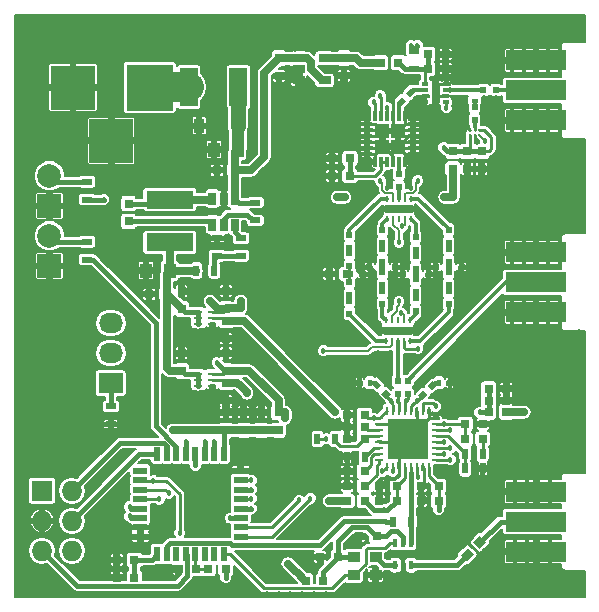
<source format=gbr>
G04 #@! TF.FileFunction,Copper,L1,Top,Signal*
%FSLAX46Y46*%
G04 Gerber Fmt 4.6, Leading zero omitted, Abs format (unit mm)*
G04 Created by KiCad (PCBNEW 4.X.X-debug) date Sat Sep 24 21:23:53 2016*
%MOMM*%
%LPD*%
G01*
G04 APERTURE LIST*
%ADD10C,0.100000*%
%ADD11R,0.398780X0.749300*%
%ADD12R,0.900000X0.500000*%
%ADD13R,0.500000X0.900000*%
%ADD14R,0.700000X0.250000*%
%ADD15R,0.250000X0.700000*%
%ADD16R,1.725000X1.725000*%
%ADD17R,0.250000X0.550000*%
%ADD18R,2.400000X0.760000*%
%ADD19C,0.550000*%
%ADD20R,0.910000X1.220000*%
%ADD21R,0.800000X0.750000*%
%ADD22R,0.600000X0.500000*%
%ADD23R,0.500000X0.600000*%
%ADD24R,0.600000X0.400000*%
%ADD25R,5.080000X1.700000*%
%ADD26R,0.750000X0.800000*%
%ADD27R,2.032000X1.727200*%
%ADD28O,2.032000X1.727200*%
%ADD29R,0.300000X0.850000*%
%ADD30R,0.850000X0.300000*%
%ADD31R,1.300000X1.300000*%
%ADD32C,0.220000*%
%ADD33R,1.000000X0.900000*%
%ADD34R,1.500000X3.200000*%
%ADD35R,0.650000X1.060000*%
%ADD36R,1.060000X0.650000*%
%ADD37R,0.750000X0.280000*%
%ADD38R,4.000000X1.500000*%
%ADD39R,1.000000X1.250000*%
%ADD40R,0.500000X0.300000*%
%ADD41R,0.800000X0.880000*%
%ADD42R,0.600000X1.200000*%
%ADD43R,1.200000X0.600000*%
%ADD44R,1.727200X1.727200*%
%ADD45O,1.727200X1.727200*%
%ADD46R,2.000000X2.000000*%
%ADD47C,2.000000*%
%ADD48R,3.900000X3.900000*%
%ADD49R,3.800000X3.800000*%
%ADD50R,3.700000X3.700000*%
%ADD51R,0.400000X0.600000*%
%ADD52C,0.457200*%
%ADD53C,0.254000*%
%ADD54C,0.381000*%
%ADD55C,0.393700*%
%ADD56C,0.127000*%
%ADD57C,0.635000*%
%ADD58C,0.190500*%
%ADD59C,0.360000*%
%ADD60C,1.270000*%
%ADD61C,1.016000*%
%ADD62C,2.540000*%
G04 APERTURE END LIST*
D10*
D11*
X133099760Y-146949960D03*
X133750000Y-146949960D03*
X134400240Y-146949960D03*
X134400240Y-145050040D03*
X133750000Y-145050040D03*
X133099760Y-145050040D03*
D12*
X109000000Y-133500000D03*
X109000000Y-135000000D03*
D13*
X129000000Y-137750000D03*
X130500000Y-137750000D03*
X140500000Y-137500000D03*
X139000000Y-137500000D03*
X128000000Y-136250000D03*
X126500000Y-136250000D03*
X140500000Y-138750000D03*
X139000000Y-138750000D03*
D14*
X136550000Y-138000000D03*
X136550000Y-137500000D03*
X136550000Y-137000000D03*
X136550000Y-136500000D03*
X136550000Y-136000000D03*
X136550000Y-135500000D03*
X136550000Y-135000000D03*
X136550000Y-134500000D03*
D15*
X135900000Y-133850000D03*
X135400000Y-133850000D03*
X134900000Y-133850000D03*
X134400000Y-133850000D03*
X133900000Y-133850000D03*
X133400000Y-133850000D03*
X132900000Y-133850000D03*
X132400000Y-133850000D03*
D14*
X131750000Y-134500000D03*
X131750000Y-135000000D03*
X131750000Y-135500000D03*
X131750000Y-136000000D03*
X131750000Y-136500000D03*
X131750000Y-137000000D03*
X131750000Y-137500000D03*
X131750000Y-138000000D03*
D15*
X132400000Y-138650000D03*
X132900000Y-138650000D03*
X133400000Y-138650000D03*
X133900000Y-138650000D03*
X134400000Y-138650000D03*
X134900000Y-138650000D03*
X135400000Y-138650000D03*
X135900000Y-138650000D03*
D16*
X133287500Y-135387500D03*
X133287500Y-137112500D03*
X135012500Y-135387500D03*
X135012500Y-137112500D03*
D17*
X132400000Y-117650000D03*
X132900000Y-117650000D03*
X133400000Y-117650000D03*
X133900000Y-117650000D03*
X134400000Y-117650000D03*
X134400000Y-115900000D03*
X133900000Y-115900000D03*
X133400000Y-115900000D03*
X132900000Y-115900000D03*
X132400000Y-115900000D03*
D18*
X133400000Y-116775000D03*
D19*
X133400000Y-116775000D03*
X132500000Y-116775000D03*
X134300000Y-116775000D03*
D17*
X134300000Y-126212033D03*
X133800000Y-126212033D03*
X133300000Y-126212033D03*
X132800000Y-126212033D03*
X132300000Y-126212033D03*
X132300000Y-127962033D03*
X132800000Y-127962033D03*
X133300000Y-127962033D03*
X133800000Y-127962033D03*
X134300000Y-127962033D03*
D18*
X133300000Y-127087033D03*
D19*
X133300000Y-127087033D03*
X134200000Y-127087033D03*
X132400000Y-127087033D03*
D20*
X119750000Y-109750000D03*
X116480000Y-109750000D03*
D21*
X133250000Y-140250000D03*
X131750000Y-140250000D03*
X133250000Y-141500000D03*
X131750000Y-141500000D03*
X129000000Y-136250000D03*
X130500000Y-136250000D03*
X140500000Y-135000000D03*
X139000000Y-135000000D03*
X139000000Y-136250000D03*
X140500000Y-136250000D03*
X129000000Y-135250000D03*
X130500000Y-135250000D03*
X129000000Y-139000000D03*
X130500000Y-139000000D03*
X129000000Y-140250000D03*
X130500000Y-140250000D03*
X119500000Y-113500000D03*
X118000000Y-113500000D03*
X137350000Y-104900000D03*
X135850000Y-104900000D03*
X136750000Y-140250000D03*
X135250000Y-140250000D03*
X136750000Y-141500000D03*
X135250000Y-141500000D03*
X129250000Y-112500000D03*
X127750000Y-112500000D03*
D10*
G36*
X139171662Y-146608668D02*
X138641332Y-146078338D01*
X139207018Y-145512652D01*
X139737348Y-146042982D01*
X139171662Y-146608668D01*
X139171662Y-146608668D01*
G37*
G36*
X140232322Y-145548008D02*
X139701992Y-145017678D01*
X140267678Y-144451992D01*
X140798008Y-144982322D01*
X140232322Y-145548008D01*
X140232322Y-145548008D01*
G37*
D21*
X129250000Y-114000000D03*
X127750000Y-114000000D03*
X131500000Y-144500000D03*
X130000000Y-144500000D03*
X141000000Y-133000000D03*
X142500000Y-133000000D03*
X130500000Y-134250000D03*
X129000000Y-134250000D03*
X128250000Y-146250000D03*
X126750000Y-146250000D03*
D22*
X134800000Y-122300000D03*
X135900000Y-122300000D03*
D23*
X134800000Y-119150000D03*
X134800000Y-120250000D03*
X134800000Y-125450000D03*
X134800000Y-124350000D03*
X132000000Y-118550000D03*
X132000000Y-119650000D03*
X132000000Y-124850000D03*
X132000000Y-123750000D03*
D22*
X129250000Y-122300000D03*
X130350000Y-122300000D03*
D10*
G36*
X131133273Y-131636827D02*
X131486827Y-131283273D01*
X131911091Y-131707537D01*
X131557537Y-132061091D01*
X131133273Y-131636827D01*
X131133273Y-131636827D01*
G37*
G36*
X131911091Y-132414645D02*
X132264645Y-132061091D01*
X132688909Y-132485355D01*
X132335355Y-132838909D01*
X131911091Y-132414645D01*
X131911091Y-132414645D01*
G37*
D23*
X129200000Y-120050000D03*
X129200000Y-118950000D03*
X129200000Y-125650000D03*
X129200000Y-124550000D03*
X137600000Y-124850000D03*
X137600000Y-123750000D03*
X137600000Y-118550000D03*
X137600000Y-119650000D03*
D10*
G36*
X134424264Y-106522182D02*
X134777818Y-106875736D01*
X134353554Y-107300000D01*
X134000000Y-106946446D01*
X134424264Y-106522182D01*
X134424264Y-106522182D01*
G37*
G36*
X133646446Y-107300000D02*
X134000000Y-107653554D01*
X133575736Y-108077818D01*
X133222182Y-107724264D01*
X133646446Y-107300000D01*
X133646446Y-107300000D01*
G37*
D12*
X106985000Y-121070000D03*
X106985000Y-119570000D03*
X134700000Y-104900000D03*
X134700000Y-103400000D03*
D24*
X139800000Y-106700000D03*
X139800000Y-107600000D03*
D23*
X129200000Y-122950000D03*
X129200000Y-124050000D03*
D25*
X145000000Y-120460000D03*
X145000000Y-125540000D03*
X145000000Y-123000000D03*
D23*
X129200000Y-121650000D03*
X129200000Y-120550000D03*
D22*
X132000000Y-121700000D03*
X130900000Y-121700000D03*
D23*
X132000000Y-122150000D03*
X132000000Y-123250000D03*
D22*
X132000000Y-121700000D03*
X133100000Y-121700000D03*
X134800000Y-122300000D03*
X133700000Y-122300000D03*
D23*
X134800000Y-121850000D03*
X134800000Y-120750000D03*
X134800000Y-122750000D03*
X134800000Y-123850000D03*
D22*
X137600000Y-121700000D03*
X136500000Y-121700000D03*
X137600000Y-121700000D03*
X138700000Y-121700000D03*
D23*
X137600000Y-122150000D03*
X137600000Y-123250000D03*
X137600000Y-121250000D03*
X137600000Y-120150000D03*
X134150000Y-131350000D03*
X134150000Y-132450000D03*
D10*
G36*
X136224264Y-131372182D02*
X136577818Y-131725736D01*
X136153554Y-132150000D01*
X135800000Y-131796446D01*
X136224264Y-131372182D01*
X136224264Y-131372182D01*
G37*
G36*
X135446446Y-132150000D02*
X135800000Y-132503554D01*
X135375736Y-132927818D01*
X135022182Y-132574264D01*
X135446446Y-132150000D01*
X135446446Y-132150000D01*
G37*
D23*
X133300000Y-131350000D03*
X133300000Y-132450000D03*
D21*
X141000000Y-132000000D03*
X142500000Y-132000000D03*
D26*
X123250000Y-104000000D03*
X123250000Y-105500000D03*
D21*
X137350000Y-103700000D03*
X135850000Y-103700000D03*
D23*
X133400000Y-113800000D03*
X133400000Y-114900000D03*
D22*
X141650000Y-106700000D03*
X140550000Y-106700000D03*
D23*
X139800000Y-109250000D03*
X139800000Y-108150000D03*
D26*
X140400000Y-111900000D03*
X140400000Y-113400000D03*
X139200000Y-111900000D03*
X139200000Y-113400000D03*
D21*
X129000000Y-122300000D03*
X127500000Y-122300000D03*
D23*
X132000000Y-121250000D03*
X132000000Y-120150000D03*
D25*
X145000000Y-104210000D03*
X145000000Y-109290000D03*
X145000000Y-106750000D03*
D27*
X109000000Y-131540000D03*
D28*
X109000000Y-129000000D03*
X109000000Y-126460000D03*
D29*
X131400000Y-112800000D03*
X131900000Y-112800000D03*
X132400000Y-112800000D03*
X132900000Y-112800000D03*
X133400000Y-112800000D03*
X133900000Y-112800000D03*
D30*
X134600000Y-112100000D03*
X134600000Y-111600000D03*
X134600000Y-111100000D03*
X134600000Y-110600000D03*
X134600000Y-110100000D03*
X134600000Y-109600000D03*
D29*
X133900000Y-108900000D03*
X133400000Y-108900000D03*
X132900000Y-108900000D03*
X132400000Y-108900000D03*
X131900000Y-108900000D03*
X131400000Y-108900000D03*
D30*
X130700000Y-109600000D03*
X130700000Y-110100000D03*
X130700000Y-110600000D03*
X130700000Y-111100000D03*
X130700000Y-111600000D03*
X130700000Y-112100000D03*
D31*
X133300000Y-110200000D03*
X132000000Y-110200000D03*
X133300000Y-111500000D03*
X132000000Y-111500000D03*
D25*
X145000000Y-140710000D03*
X145000000Y-145790000D03*
X145000000Y-143250000D03*
D32*
X140200000Y-110100000D03*
X140200000Y-110500000D03*
X139800000Y-110100000D03*
X139800000Y-110500000D03*
X139400000Y-110100000D03*
X139400000Y-110500000D03*
D33*
X129575000Y-147775000D03*
X131425000Y-147775000D03*
X131425000Y-146225000D03*
X129575000Y-146225000D03*
D34*
X119800000Y-106450000D03*
X115600000Y-106450000D03*
D26*
X118750000Y-135500000D03*
X118750000Y-134000000D03*
X120250000Y-135500000D03*
X120250000Y-134000000D03*
D21*
X125500000Y-148250000D03*
X127000000Y-148250000D03*
D26*
X123200000Y-134000000D03*
X123200000Y-135500000D03*
D21*
X142500000Y-134000000D03*
X141000000Y-134000000D03*
X129000000Y-141500000D03*
X130500000Y-141500000D03*
D26*
X137950000Y-113400000D03*
X137950000Y-111900000D03*
D21*
X131850000Y-104400000D03*
X133350000Y-104400000D03*
D35*
X119500000Y-115900000D03*
X118550000Y-115900000D03*
X117600000Y-115900000D03*
X117600000Y-118100000D03*
X119500000Y-118100000D03*
X118550000Y-118100000D03*
D36*
X124900000Y-104000000D03*
X124900000Y-104950000D03*
X124900000Y-105900000D03*
X127100000Y-105900000D03*
X127100000Y-104000000D03*
D12*
X118000000Y-119250000D03*
X118000000Y-120750000D03*
X121250000Y-116250000D03*
X121250000Y-117750000D03*
X120000000Y-120750000D03*
X120000000Y-119250000D03*
D13*
X117750000Y-122000000D03*
X116250000Y-122000000D03*
D37*
X117575000Y-130750000D03*
X117575000Y-131250000D03*
X117575000Y-131750000D03*
X116425000Y-130750000D03*
X116425000Y-131250000D03*
X116425000Y-131750000D03*
X117575000Y-125500000D03*
X117575000Y-126000000D03*
X117575000Y-126500000D03*
X116425000Y-125500000D03*
X116425000Y-126000000D03*
X116425000Y-126500000D03*
D38*
X114000000Y-116000000D03*
X114000000Y-119600000D03*
D39*
X114000000Y-122000000D03*
X112000000Y-122000000D03*
X119750000Y-111750000D03*
X117750000Y-111750000D03*
D21*
X113750000Y-124000000D03*
X112250000Y-124000000D03*
D26*
X110500000Y-117840000D03*
X110500000Y-116340000D03*
X118750000Y-126250000D03*
X118750000Y-127750000D03*
X115000000Y-125250000D03*
X115000000Y-123750000D03*
X118750000Y-123750000D03*
X118750000Y-125250000D03*
X118750000Y-131500000D03*
X118750000Y-133000000D03*
X115000000Y-130500000D03*
X115000000Y-129000000D03*
X118750000Y-129000000D03*
X118750000Y-130500000D03*
X128750000Y-104000000D03*
X128750000Y-105500000D03*
D40*
X135600000Y-106200000D03*
X135600000Y-106700000D03*
X135600000Y-107200000D03*
X135600000Y-107700000D03*
X137400000Y-107700000D03*
X137400000Y-107200000D03*
X137400000Y-106700000D03*
X137400000Y-106200000D03*
D41*
X136500000Y-107390000D03*
X136500000Y-106510000D03*
D26*
X121750000Y-135500000D03*
X121750000Y-134000000D03*
D21*
X111000000Y-148000000D03*
X109500000Y-148000000D03*
X111000000Y-146500000D03*
X109500000Y-146500000D03*
X116250000Y-147250000D03*
X114750000Y-147250000D03*
D13*
X134400000Y-143250000D03*
X132900000Y-143250000D03*
D21*
X118750000Y-147250000D03*
X117250000Y-147250000D03*
D42*
X112950000Y-146000000D03*
X113750000Y-146000000D03*
X114550000Y-146000000D03*
X115350000Y-146000000D03*
X116150000Y-146000000D03*
X116950000Y-146000000D03*
X117750000Y-146000000D03*
X118550000Y-146000000D03*
D43*
X120000000Y-144550000D03*
X120000000Y-143750000D03*
X120000000Y-142950000D03*
X120000000Y-142150000D03*
X120000000Y-141350000D03*
X120000000Y-140550000D03*
X120000000Y-139750000D03*
X120000000Y-138950000D03*
D42*
X118550000Y-137500000D03*
X117750000Y-137500000D03*
X116950000Y-137500000D03*
X116150000Y-137500000D03*
X115350000Y-137500000D03*
X114550000Y-137500000D03*
X113750000Y-137500000D03*
X112950000Y-137500000D03*
D43*
X111500000Y-138950000D03*
X111500000Y-139750000D03*
X111500000Y-140550000D03*
X111500000Y-141350000D03*
X111500000Y-142150000D03*
X111500000Y-142950000D03*
X111500000Y-143750000D03*
X111500000Y-144550000D03*
D12*
X106985000Y-115990000D03*
X106985000Y-114490000D03*
D44*
X103175000Y-140640000D03*
D45*
X105715000Y-140640000D03*
X103175000Y-143180000D03*
X105715000Y-143180000D03*
X103175000Y-145720000D03*
X105715000Y-145720000D03*
D46*
X103810000Y-116510000D03*
D47*
X103810000Y-113970000D03*
D46*
X103810000Y-121590000D03*
D47*
X103810000Y-119050000D03*
D48*
X112299860Y-106500000D03*
D49*
X105799860Y-106500000D03*
D50*
X109049860Y-111000000D03*
D51*
X130950000Y-131500000D03*
X130050000Y-131500000D03*
X136800000Y-131500000D03*
X137700000Y-131500000D03*
D52*
X126400000Y-115000000D03*
X128400000Y-121200000D03*
X126800000Y-122800000D03*
X136000000Y-128400000D03*
X137000000Y-127400000D03*
X135000000Y-129400000D03*
X134000000Y-130400000D03*
X138000000Y-126400000D03*
X140000000Y-124400000D03*
X139000000Y-125400000D03*
X132600000Y-129000000D03*
X132600000Y-129800000D03*
X132600000Y-130800000D03*
X136200000Y-130400000D03*
X140200000Y-126400000D03*
X137200000Y-129400000D03*
X139200000Y-127400000D03*
X138200000Y-128400000D03*
X142200000Y-124400000D03*
X141200000Y-125400000D03*
X134000000Y-129400000D03*
X131600000Y-129000000D03*
X128600000Y-126200000D03*
X130600000Y-128200000D03*
X129600000Y-127200000D03*
X128400000Y-120200000D03*
X128400000Y-119200000D03*
X128400000Y-118200000D03*
X128400000Y-123200000D03*
X128400000Y-124200000D03*
X128400000Y-125200000D03*
X136800000Y-116600000D03*
X137800000Y-117600000D03*
X138400000Y-121200000D03*
X138400000Y-122200000D03*
X138400000Y-120200000D03*
X138400000Y-119200000D03*
X138400000Y-118200000D03*
X138400000Y-125200000D03*
X138400000Y-124200000D03*
X138400000Y-123200000D03*
X135600000Y-121200000D03*
X135600000Y-123200000D03*
X135600000Y-120200000D03*
X135600000Y-118200000D03*
X135600000Y-119200000D03*
X135600000Y-124200000D03*
X135600000Y-125200000D03*
X135600000Y-126400000D03*
X136800000Y-121000000D03*
X136800000Y-120000000D03*
X136800000Y-119000000D03*
X136800000Y-123000000D03*
X136800000Y-124000000D03*
X136800000Y-125200000D03*
X135200000Y-117200000D03*
X136200000Y-118200000D03*
X130000000Y-116800000D03*
X129000000Y-117800000D03*
X131400000Y-115000000D03*
X132400000Y-115000000D03*
X134400000Y-115000000D03*
X135400000Y-115000000D03*
X143000000Y-120600000D03*
X143000000Y-121350000D03*
X144000000Y-120600000D03*
X144000000Y-121350000D03*
X146000000Y-120600000D03*
X145000000Y-121350000D03*
X145000000Y-120600000D03*
X146000000Y-121350000D03*
X143000000Y-124550000D03*
X143000000Y-125400000D03*
X144000000Y-124550000D03*
X144000000Y-125400000D03*
X146000000Y-124550000D03*
X145000000Y-125400000D03*
X145000000Y-124550000D03*
X146000000Y-125400000D03*
X134000000Y-121000000D03*
X134000000Y-120000000D03*
X134000000Y-119000000D03*
X134000000Y-124000000D03*
X134000000Y-123000000D03*
X134050000Y-125200000D03*
X132800000Y-121000000D03*
X132800000Y-120000000D03*
X132800000Y-119000000D03*
X132800000Y-124000000D03*
X132800000Y-123000000D03*
X132750000Y-125200000D03*
X131200000Y-121000000D03*
X131200000Y-122000000D03*
X131200000Y-123000000D03*
X131200000Y-118000000D03*
X131200000Y-119000000D03*
X131200000Y-120000000D03*
X131200000Y-124000000D03*
X131200000Y-125000000D03*
X131200000Y-126200000D03*
X130000000Y-122000000D03*
X130000000Y-123000000D03*
X130000000Y-124000000D03*
X130000000Y-119000000D03*
X130000000Y-120000000D03*
X130000000Y-121000000D03*
X130000000Y-125000000D03*
X131600000Y-117200000D03*
X130600000Y-118200000D03*
X131400000Y-126800000D03*
X130400000Y-125800000D03*
X134200000Y-112400000D03*
X134200000Y-114400000D03*
X134200000Y-113400000D03*
X132600000Y-114000000D03*
X141000000Y-106000000D03*
X140000000Y-106000000D03*
X142000000Y-106000000D03*
X139000000Y-106000000D03*
X138000000Y-106000000D03*
X138000000Y-107400000D03*
X139000000Y-107400000D03*
X141600000Y-107400000D03*
X135200000Y-107400000D03*
X134200000Y-108400000D03*
X134800000Y-106000000D03*
X133000000Y-107200000D03*
X134000000Y-106200000D03*
X138750000Y-110500000D03*
X139000000Y-109400000D03*
X139000000Y-108400000D03*
X140600000Y-107400000D03*
X140600000Y-108400000D03*
X140600000Y-109400000D03*
X143000000Y-104400000D03*
X143000000Y-103400000D03*
X144000000Y-103400000D03*
X143000000Y-105150000D03*
X146000000Y-103400000D03*
X145000000Y-103400000D03*
X146000000Y-105150000D03*
X144000000Y-105150000D03*
X146000000Y-104400000D03*
X145000000Y-105150000D03*
X145000000Y-104400000D03*
X144000000Y-104400000D03*
X143000000Y-110200000D03*
X144000000Y-110200000D03*
X146000000Y-110200000D03*
X146000000Y-109200000D03*
X145000000Y-110200000D03*
X146000000Y-108450000D03*
X143000000Y-108450000D03*
X143000000Y-109200000D03*
X145000000Y-109200000D03*
X145000000Y-108450000D03*
X144000000Y-109200000D03*
X144000000Y-108450000D03*
X143200000Y-139800000D03*
X144200000Y-139800000D03*
X144200000Y-140800000D03*
X144200000Y-141550000D03*
X143200000Y-140800000D03*
X143200000Y-141550000D03*
X146200000Y-141550000D03*
X145200000Y-141550000D03*
X146200000Y-139800000D03*
X146200000Y-140800000D03*
X145200000Y-140800000D03*
X145200000Y-139800000D03*
X143200000Y-145600000D03*
X145200000Y-144850000D03*
X144200000Y-144850000D03*
X145200000Y-145600000D03*
X144200000Y-145600000D03*
X145200000Y-146600000D03*
X143200000Y-146600000D03*
X144200000Y-146600000D03*
X146200000Y-144850000D03*
X143200000Y-144850000D03*
X146200000Y-145600000D03*
X146200000Y-146600000D03*
X144000000Y-119600000D03*
X143000000Y-119600000D03*
X145000000Y-119600000D03*
X146000000Y-119600000D03*
X143000000Y-126400000D03*
X144000000Y-126400000D03*
X146000000Y-126400000D03*
X145000000Y-126400000D03*
X147000000Y-103400000D03*
X147000000Y-119600000D03*
X147000000Y-125400000D03*
X147000000Y-110200000D03*
X147000000Y-109200000D03*
X147000000Y-124550000D03*
X147000000Y-108450000D03*
X147000000Y-105150000D03*
X147000000Y-120600000D03*
X147000000Y-121350000D03*
X147000000Y-104400000D03*
X147000000Y-126400000D03*
X142000000Y-108450000D03*
X122600000Y-101200000D03*
X121600000Y-101200000D03*
X119600000Y-101200000D03*
X120600000Y-101200000D03*
X118600000Y-101200000D03*
X123600000Y-101200000D03*
X127600000Y-101200000D03*
X126600000Y-101200000D03*
X124600000Y-101200000D03*
X125600000Y-101200000D03*
X129600000Y-101200000D03*
X133600000Y-101200000D03*
X132600000Y-101200000D03*
X131600000Y-101200000D03*
X130600000Y-101200000D03*
X128600000Y-101200000D03*
X135600000Y-101200000D03*
X134600000Y-101200000D03*
X136600000Y-101200000D03*
X148600000Y-101200000D03*
X146600000Y-101200000D03*
X147600000Y-101200000D03*
X143600000Y-101200000D03*
X144600000Y-101200000D03*
X145600000Y-101200000D03*
X142600000Y-101200000D03*
X141600000Y-101200000D03*
X139600000Y-101200000D03*
X140600000Y-101200000D03*
X137600000Y-101200000D03*
X138600000Y-101200000D03*
X103600000Y-101200000D03*
X102600000Y-101200000D03*
X101600000Y-101200000D03*
X105600000Y-101200000D03*
X104600000Y-101200000D03*
X106600000Y-101200000D03*
X116600000Y-101200000D03*
X117600000Y-101200000D03*
X113600000Y-101200000D03*
X114600000Y-101200000D03*
X115600000Y-101200000D03*
X112600000Y-101200000D03*
X111600000Y-101200000D03*
X109600000Y-101200000D03*
X110600000Y-101200000D03*
X107600000Y-101200000D03*
X108600000Y-101200000D03*
X121200000Y-149400000D03*
X120200000Y-149400000D03*
X118200000Y-149400000D03*
X119200000Y-149400000D03*
X117200000Y-149400000D03*
X116200000Y-149400000D03*
X115200000Y-149400000D03*
X104200000Y-149400000D03*
X103200000Y-149400000D03*
X102200000Y-149400000D03*
X105200000Y-149400000D03*
X109200000Y-149400000D03*
X112200000Y-149400000D03*
X111200000Y-149400000D03*
X110200000Y-149400000D03*
X114200000Y-149400000D03*
X113200000Y-149400000D03*
X106200000Y-149400000D03*
X108200000Y-149400000D03*
X107200000Y-149400000D03*
X123200000Y-149400000D03*
X122200000Y-149400000D03*
X124200000Y-149400000D03*
X125200000Y-149400000D03*
X127200000Y-149400000D03*
X126200000Y-149400000D03*
X129200000Y-149400000D03*
X130200000Y-149400000D03*
X128200000Y-149400000D03*
X131200000Y-149400000D03*
X143200000Y-149400000D03*
X142200000Y-149400000D03*
X141200000Y-149400000D03*
X139200000Y-149400000D03*
X140200000Y-149400000D03*
X146200000Y-149400000D03*
X147200000Y-149400000D03*
X144200000Y-149400000D03*
X145200000Y-149400000D03*
X148200000Y-149400000D03*
X136200000Y-149400000D03*
X132200000Y-149400000D03*
X134200000Y-149400000D03*
X133200000Y-149400000D03*
X135200000Y-149400000D03*
X137200000Y-149400000D03*
X138200000Y-149400000D03*
X101200000Y-137400000D03*
X101200000Y-139400000D03*
X101200000Y-132400000D03*
X101200000Y-135400000D03*
X101200000Y-133400000D03*
X101200000Y-131400000D03*
X101200000Y-129400000D03*
X101200000Y-142400000D03*
X101200000Y-149400000D03*
X101200000Y-141400000D03*
X101200000Y-140400000D03*
X101200000Y-146400000D03*
X101200000Y-147400000D03*
X101200000Y-144400000D03*
X101200000Y-143400000D03*
X101200000Y-148400000D03*
X101200000Y-145400000D03*
X101200000Y-126400000D03*
X101200000Y-127400000D03*
X101200000Y-124400000D03*
X101200000Y-123400000D03*
X101200000Y-125400000D03*
X101200000Y-119400000D03*
X101200000Y-122400000D03*
X101200000Y-120400000D03*
X101200000Y-121400000D03*
X101200000Y-105400000D03*
X101200000Y-106400000D03*
X101200000Y-107400000D03*
X101200000Y-102400000D03*
X101200000Y-103400000D03*
X101200000Y-104400000D03*
X101200000Y-108400000D03*
X101200000Y-110400000D03*
X101200000Y-109400000D03*
X101200000Y-111400000D03*
X101200000Y-112400000D03*
X101200000Y-113400000D03*
X101200000Y-115400000D03*
X101200000Y-114400000D03*
X101200000Y-117400000D03*
X101200000Y-118400000D03*
X101200000Y-116400000D03*
X148600000Y-102200000D03*
X148600000Y-113200000D03*
X148600000Y-116200000D03*
X148600000Y-112200000D03*
X148600000Y-115200000D03*
X148600000Y-114200000D03*
X148600000Y-111200000D03*
X148600000Y-117200000D03*
X148600000Y-118200000D03*
X148600000Y-132200000D03*
X148600000Y-128200000D03*
X148600000Y-130200000D03*
X148600000Y-129200000D03*
X148600000Y-131200000D03*
X148600000Y-134200000D03*
X148600000Y-133200000D03*
X148600000Y-136200000D03*
X148600000Y-135200000D03*
X148600000Y-138200000D03*
X148600000Y-137200000D03*
X147800000Y-138800000D03*
X148600000Y-148600000D03*
X148600000Y-147600000D03*
X148600000Y-127200000D03*
X125200000Y-146400000D03*
X125200000Y-135400000D03*
X125200000Y-140400000D03*
X125200000Y-138400000D03*
X125200000Y-137400000D03*
X125200000Y-136400000D03*
X125200000Y-143250000D03*
X125200000Y-108400000D03*
X125200000Y-109400000D03*
X125200000Y-111400000D03*
X125200000Y-110400000D03*
X125200000Y-107400000D03*
X124600000Y-103200000D03*
X124600000Y-102200000D03*
X125200000Y-120400000D03*
X125200000Y-122400000D03*
X125200000Y-119400000D03*
X125200000Y-121400000D03*
X125200000Y-123400000D03*
X125200000Y-129400000D03*
X125200000Y-133400000D03*
X125200000Y-115400000D03*
X125200000Y-116400000D03*
X125200000Y-117400000D03*
X125200000Y-125400000D03*
X125200000Y-126400000D03*
X125200000Y-128400000D03*
X125200000Y-127400000D03*
X125200000Y-124400000D03*
X111750000Y-130000000D03*
X111750000Y-128000000D03*
X108550000Y-114200000D03*
X110550000Y-114200000D03*
X113550000Y-132000000D03*
X115550000Y-132000000D03*
X114550000Y-133000000D03*
X113550000Y-134000000D03*
X115550000Y-134000000D03*
X110600000Y-119800000D03*
X111750000Y-134000000D03*
X111750000Y-132000000D03*
X102150000Y-129400000D03*
X103150000Y-128400000D03*
X101150000Y-128400000D03*
X102150000Y-127400000D03*
X101150000Y-132400000D03*
X102150000Y-135400000D03*
X102150000Y-133400000D03*
X101150000Y-134400000D03*
X103150000Y-134400000D03*
X103150000Y-132400000D03*
X106150000Y-139400000D03*
X106150000Y-137200000D03*
X105150000Y-136400000D03*
X105150000Y-138200000D03*
X104150000Y-137400000D03*
X104150000Y-139200000D03*
X106150000Y-133400000D03*
X106150000Y-135400000D03*
X104150000Y-135400000D03*
X105150000Y-132400000D03*
X104150000Y-133400000D03*
X105150000Y-134400000D03*
X103150000Y-136400000D03*
X103150000Y-138400000D03*
X102150000Y-137400000D03*
X101150000Y-138400000D03*
X102150000Y-139200000D03*
X101150000Y-136400000D03*
X105150000Y-128400000D03*
X104150000Y-127400000D03*
X104150000Y-129400000D03*
X106150000Y-127400000D03*
X104150000Y-125400000D03*
X105150000Y-124400000D03*
X106150000Y-125400000D03*
X105150000Y-126400000D03*
X103150000Y-124400000D03*
X103150000Y-126400000D03*
X106150000Y-131400000D03*
X104150000Y-131400000D03*
X106150000Y-129400000D03*
X105150000Y-130400000D03*
X103150000Y-130400000D03*
X101150000Y-130400000D03*
X102150000Y-131400000D03*
X102150000Y-125400000D03*
X114350000Y-112200000D03*
X116350000Y-112200000D03*
X115350000Y-113200000D03*
X116350000Y-114200000D03*
X114350000Y-114200000D03*
X113350000Y-111200000D03*
X113350000Y-113200000D03*
X112350000Y-110200000D03*
X112350000Y-112200000D03*
X113350000Y-109200000D03*
X115350000Y-109200000D03*
X115350000Y-111200000D03*
X114350000Y-110200000D03*
X112350000Y-114200000D03*
X111350000Y-113200000D03*
X111350000Y-111200000D03*
X111350000Y-109200000D03*
X104350000Y-110000000D03*
X106350000Y-110000000D03*
X105350000Y-111000000D03*
X106350000Y-112000000D03*
X104350000Y-112000000D03*
X102350000Y-112000000D03*
X103350000Y-111000000D03*
X102350000Y-110000000D03*
X103350000Y-109000000D03*
X105350000Y-109000000D03*
X108150000Y-103800000D03*
X106150000Y-103800000D03*
X105150000Y-102800000D03*
X107150000Y-102800000D03*
X108150000Y-101800000D03*
X104150000Y-103800000D03*
X104150000Y-101800000D03*
X106150000Y-101800000D03*
X110150000Y-101800000D03*
X111150000Y-102800000D03*
X110150000Y-103800000D03*
X109150000Y-102800000D03*
X114150000Y-101800000D03*
X114150000Y-103800000D03*
X115150000Y-102800000D03*
X112150000Y-103800000D03*
X113150000Y-102800000D03*
X112150000Y-101800000D03*
X117150000Y-102800000D03*
X118150000Y-103800000D03*
X116150000Y-101800000D03*
X119150000Y-102800000D03*
X118150000Y-101800000D03*
X116150000Y-103800000D03*
X127150000Y-103000000D03*
X126150000Y-102000000D03*
X128150000Y-102000000D03*
X131150000Y-103000000D03*
X133150000Y-103000000D03*
X132150000Y-102000000D03*
X129150000Y-103000000D03*
X130150000Y-102000000D03*
X138150000Y-102000000D03*
X137150000Y-102800000D03*
X134150000Y-102000000D03*
X136150000Y-102000000D03*
X141150000Y-103000000D03*
X139150000Y-103000000D03*
X140150000Y-102000000D03*
X124150000Y-112400000D03*
X123150000Y-113400000D03*
X124150000Y-110400000D03*
X123150000Y-111400000D03*
X123150000Y-107400000D03*
X124150000Y-108400000D03*
X123150000Y-109400000D03*
X127550000Y-124800000D03*
X126550000Y-125800000D03*
X126550000Y-123800000D03*
X127550000Y-126800000D03*
X126550000Y-127800000D03*
X126800000Y-121800000D03*
X128600000Y-129400000D03*
X126600000Y-131400000D03*
X127600000Y-130400000D03*
X119550000Y-137600000D03*
X120550000Y-136600000D03*
X121550000Y-137600000D03*
X122550000Y-136600000D03*
X140200000Y-144000000D03*
X138200000Y-146000000D03*
X141200000Y-143000000D03*
X139200000Y-145000000D03*
X141000000Y-145400000D03*
X139000000Y-147400000D03*
X142000000Y-144400000D03*
X140000000Y-146400000D03*
X137200000Y-147800000D03*
X135200000Y-147800000D03*
X134200000Y-147800000D03*
X136200000Y-147800000D03*
X132200000Y-147800000D03*
X133200000Y-147800000D03*
X136200000Y-146000000D03*
X137200000Y-146000000D03*
X135200000Y-146000000D03*
X133200000Y-146000000D03*
X138200000Y-147800000D03*
X134200000Y-146000000D03*
X123350000Y-121800000D03*
X121350000Y-125800000D03*
X122350000Y-122800000D03*
X123350000Y-125800000D03*
X123350000Y-123800000D03*
X121350000Y-123800000D03*
X122350000Y-124800000D03*
X123350000Y-127800000D03*
X122350000Y-126800000D03*
X120800000Y-128600000D03*
X121800000Y-129600000D03*
X122800000Y-130600000D03*
X129350000Y-105400000D03*
X130350000Y-106400000D03*
X132350000Y-106400000D03*
X133350000Y-105400000D03*
X131350000Y-105400000D03*
X126550000Y-107600000D03*
X126550000Y-109600000D03*
X127550000Y-106800000D03*
X127550000Y-108600000D03*
X129000000Y-107200000D03*
X141550000Y-105200000D03*
X138550000Y-104200000D03*
X140550000Y-104200000D03*
X139550000Y-105200000D03*
X137800000Y-109600000D03*
X136600000Y-110600000D03*
X136600000Y-112800000D03*
X136600000Y-114400000D03*
X135400000Y-113400000D03*
X142400000Y-102000000D03*
X144400000Y-102000000D03*
X146400000Y-102000000D03*
X119750000Y-103800000D03*
X121750000Y-103800000D03*
X120750000Y-102800000D03*
X122750000Y-102800000D03*
X121750000Y-101800000D03*
X119750000Y-101800000D03*
X106150000Y-123400000D03*
X107150000Y-124400000D03*
X109150000Y-124400000D03*
X108150000Y-123400000D03*
X107150000Y-126400000D03*
X123400000Y-117600000D03*
X122400000Y-118600000D03*
X121400000Y-119600000D03*
X127150000Y-118200000D03*
X127150000Y-120200000D03*
X141950000Y-111200000D03*
X144950000Y-112200000D03*
X145950000Y-113200000D03*
X146950000Y-112200000D03*
X145950000Y-111200000D03*
X143950000Y-115200000D03*
X142950000Y-116200000D03*
X143950000Y-117200000D03*
X142950000Y-118200000D03*
X142950000Y-114200000D03*
X143950000Y-111200000D03*
X142950000Y-112200000D03*
X143950000Y-113200000D03*
X144950000Y-114200000D03*
X145950000Y-115200000D03*
X146950000Y-116200000D03*
X144950000Y-116200000D03*
X146950000Y-114200000D03*
X146950000Y-118200000D03*
X145950000Y-117200000D03*
X144950000Y-118200000D03*
X139750000Y-115000000D03*
X139750000Y-117000000D03*
X139750000Y-119000000D03*
X139750000Y-121000000D03*
X139750000Y-123000000D03*
X143950000Y-128800000D03*
X142950000Y-127800000D03*
X142950000Y-129800000D03*
X145950000Y-128800000D03*
X146950000Y-127800000D03*
X144950000Y-127800000D03*
X144950000Y-129800000D03*
X146950000Y-129800000D03*
X142950000Y-137800000D03*
X142950000Y-135800000D03*
X145950000Y-132800000D03*
X144950000Y-133800000D03*
X146950000Y-133800000D03*
X145950000Y-134800000D03*
X143950000Y-130800000D03*
X146950000Y-131800000D03*
X144950000Y-131800000D03*
X145950000Y-130800000D03*
X144950000Y-137800000D03*
X146950000Y-135800000D03*
X144950000Y-135800000D03*
X146950000Y-137800000D03*
X145950000Y-136800000D03*
X143950000Y-136800000D03*
X139550000Y-128600000D03*
X140650000Y-127550000D03*
X138400000Y-129800000D03*
X140650000Y-129550000D03*
X139550000Y-130600000D03*
X138150000Y-144200000D03*
X136150000Y-144200000D03*
X137150000Y-145200000D03*
X137150000Y-143200000D03*
X139150000Y-141200000D03*
X139150000Y-143200000D03*
X140150000Y-142200000D03*
X140150000Y-140200000D03*
X141150000Y-141200000D03*
X138150000Y-142200000D03*
X141600000Y-146600000D03*
X141150000Y-148200000D03*
X143150000Y-148200000D03*
X145150000Y-148200000D03*
X147150000Y-148200000D03*
X130550000Y-148600000D03*
X132550000Y-148600000D03*
X134550000Y-148600000D03*
X136550000Y-148600000D03*
X138550000Y-148600000D03*
X109150000Y-105600000D03*
X109150000Y-107600000D03*
X102750000Y-102800000D03*
X102750000Y-106800000D03*
X102750000Y-104800000D03*
X121750000Y-146600000D03*
X122750000Y-147600000D03*
X117800000Y-141800000D03*
X116800000Y-140800000D03*
X115800000Y-139800000D03*
X108150000Y-141800000D03*
X108150000Y-147800000D03*
X108150000Y-145800000D03*
X108150000Y-143800000D03*
X102350000Y-148400000D03*
X103350000Y-147400000D03*
X104350000Y-148400000D03*
X142450000Y-130850000D03*
X123000000Y-140400000D03*
X123750000Y-141500000D03*
X121750000Y-141500000D03*
X127000000Y-137400000D03*
X127000000Y-135000000D03*
X140250000Y-134000000D03*
X137750000Y-135500000D03*
X136500000Y-133500000D03*
X132700000Y-133000000D03*
X139200000Y-114200000D03*
X140400000Y-114200072D03*
X121000000Y-134500000D03*
X118000000Y-128750000D03*
X117500000Y-127750000D03*
X120000000Y-129000000D03*
X120000000Y-127750000D03*
X135350000Y-109600000D03*
X135350000Y-110600000D03*
X129850000Y-110600000D03*
X129850000Y-111600000D03*
X135500000Y-112550000D03*
X128300000Y-135000000D03*
X126000000Y-146250000D03*
X129400000Y-145017390D03*
X113750000Y-147250000D03*
X135566257Y-141316257D03*
X139995469Y-111145626D03*
X133287500Y-137112500D03*
X135012500Y-137112500D03*
X135012500Y-135387500D03*
X133287500Y-135387500D03*
X132000000Y-111500000D03*
X133300000Y-111500000D03*
X133300000Y-110200000D03*
X132000000Y-110200000D03*
X109000000Y-134400000D03*
X110500000Y-144550000D03*
X110500000Y-143750000D03*
X120900000Y-138950000D03*
X135250000Y-131500000D03*
X130750000Y-112750000D03*
X138250000Y-131500000D03*
X129500000Y-131500000D03*
X135900000Y-121700000D03*
X136500000Y-122300000D03*
X133700000Y-121700000D03*
X133100000Y-122300000D03*
X130300000Y-121700000D03*
X130900000Y-122300000D03*
X133300000Y-133000000D03*
X134000000Y-133000000D03*
X134900000Y-133000012D03*
X137250000Y-135000000D03*
X127250000Y-136250000D03*
X114850000Y-144200004D03*
X112600000Y-139800000D03*
X131800000Y-107200000D03*
X137750000Y-138000000D03*
X131250000Y-107750000D03*
X113099998Y-141350000D03*
X137250000Y-137500000D03*
X113900000Y-140850000D03*
X135000000Y-139500000D03*
X119100000Y-142950000D03*
X137750000Y-137000000D03*
X120900000Y-142150000D03*
X137250000Y-136500000D03*
X124950000Y-141450000D03*
X132000000Y-139000000D03*
X132880602Y-139000000D03*
X125900000Y-141300000D03*
X131800000Y-114400000D03*
X127000000Y-128800000D03*
X116950000Y-136500000D03*
X135000000Y-114400000D03*
X135000000Y-128600000D03*
X120900000Y-140550000D03*
X120900000Y-139750000D03*
X133681788Y-118244183D03*
X133610456Y-125604825D03*
X133400000Y-119600010D03*
X133400000Y-124600000D03*
X117750000Y-136500000D03*
X132400000Y-108200000D03*
X115350000Y-136500000D03*
X140700000Y-111000000D03*
X120900000Y-141300000D03*
X110600000Y-142000000D03*
X110600000Y-142800000D03*
X120000000Y-124600000D03*
X120000000Y-125200000D03*
X137250000Y-115800000D03*
X128175000Y-115800000D03*
X117800000Y-125000000D03*
X117400000Y-124600000D03*
X123999986Y-146800000D03*
X124599986Y-147400000D03*
X128800000Y-115800000D03*
X138000000Y-115800000D03*
X114250000Y-135500000D03*
X111000000Y-147250000D03*
X118750000Y-148000000D03*
X131250000Y-134500000D03*
X137750000Y-106700000D03*
X120517390Y-132399991D03*
X120000000Y-131800000D03*
X143200000Y-134000000D03*
X144000000Y-134000000D03*
X123750000Y-134500000D03*
X128250000Y-141500000D03*
X127500000Y-141500000D03*
X123750000Y-134000000D03*
X108400000Y-116000000D03*
X118000000Y-129800000D03*
X132100000Y-142300000D03*
X136750000Y-142250000D03*
X137200000Y-111599964D03*
X129250000Y-113200000D03*
X127400000Y-133400000D03*
X128000000Y-134000000D03*
X134450000Y-102950000D03*
X134950000Y-102950000D03*
X137400000Y-108200000D03*
X116150000Y-138500000D03*
D53*
X129200000Y-120050000D02*
X129200000Y-120550000D01*
D54*
X141000000Y-134000000D02*
X140250000Y-134000000D01*
D53*
X136550000Y-135500000D02*
X137750000Y-135500000D01*
X136245999Y-133245999D02*
X136500000Y-133500000D01*
X135400001Y-133245999D02*
X136245999Y-133245999D01*
X135400000Y-133850000D02*
X135400001Y-133245999D01*
D54*
X141000000Y-133000000D02*
X141000000Y-134000000D01*
X141000000Y-132000000D02*
X141000000Y-133000000D01*
D55*
X133099760Y-146949960D02*
X132149960Y-146949960D01*
X132149960Y-146949960D02*
X131425000Y-146225000D01*
X134400240Y-146949960D02*
X138300040Y-146949960D01*
X138300040Y-146949960D02*
X139189340Y-146060660D01*
X134400000Y-139150000D02*
X134400000Y-143250000D01*
X134400240Y-145050040D02*
X134400240Y-143250240D01*
X134400240Y-143250240D02*
X134400000Y-143250000D01*
D53*
X134400000Y-138650000D02*
X134400000Y-139150000D01*
X132300000Y-132450000D02*
X132300000Y-132600000D01*
X132300000Y-132600000D02*
X132700000Y-133000000D01*
X132779001Y-133279001D02*
X132900000Y-133400000D01*
X132900000Y-133400000D02*
X132900000Y-133850000D01*
X132700000Y-133000000D02*
X132779001Y-133079001D01*
X132779001Y-133079001D02*
X132779001Y-133279001D01*
D56*
X138000000Y-107400000D02*
X138000000Y-107250000D01*
X138000000Y-107250000D02*
X137950000Y-107200000D01*
X137950000Y-107200000D02*
X137400000Y-107200000D01*
D57*
X128750000Y-105500000D02*
X128750000Y-106050000D01*
X128750000Y-106050000D02*
X127940000Y-106860000D01*
X127940000Y-106860000D02*
X126065000Y-106860000D01*
X126065000Y-106860000D02*
X125105000Y-105900000D01*
X125105000Y-105900000D02*
X124900000Y-105900000D01*
D54*
X139200000Y-113400000D02*
X139200000Y-114200000D01*
X140400000Y-113400000D02*
X140400000Y-114200072D01*
D57*
X121000000Y-134000000D02*
X120250000Y-134000000D01*
X121750000Y-134000000D02*
X121000000Y-134000000D01*
X121000000Y-134000000D02*
X121000000Y-134500000D01*
X120250000Y-134000000D02*
X118750000Y-134000000D01*
D54*
X118750000Y-129000000D02*
X118250000Y-129000000D01*
X118250000Y-129000000D02*
X118000000Y-128750000D01*
X118750000Y-127750000D02*
X117500000Y-127750000D01*
X118750000Y-129000000D02*
X120000000Y-129000000D01*
X118750000Y-127750000D02*
X120000000Y-127750000D01*
X134600000Y-109600000D02*
X135350000Y-109600000D01*
X134600000Y-110600000D02*
X135350000Y-110600000D01*
X130700000Y-110600000D02*
X129850000Y-110600000D01*
X130700000Y-111600000D02*
X129850000Y-111600000D01*
X134600000Y-112100000D02*
X135050000Y-112100000D01*
X135050000Y-112100000D02*
X135500000Y-112550000D01*
X128300000Y-135000000D02*
X128750000Y-135000000D01*
X128750000Y-135000000D02*
X129000000Y-135250000D01*
X126750000Y-146250000D02*
X126000000Y-146250000D01*
X129628599Y-144788791D02*
X129400000Y-145017390D01*
X129917390Y-144500000D02*
X129628599Y-144788791D01*
X130000000Y-144500000D02*
X129917390Y-144500000D01*
D57*
X114750000Y-147250000D02*
X113750000Y-147250000D01*
D54*
X135250000Y-141000000D02*
X135566257Y-141316257D01*
X135250000Y-140750000D02*
X135250000Y-141000000D01*
D53*
X139800000Y-110500000D02*
X139800000Y-110950157D01*
X139800000Y-110950157D02*
X139995469Y-111145626D01*
X139400000Y-110100000D02*
X139000000Y-109700000D01*
X139000000Y-109700000D02*
X139000000Y-109400000D01*
X132900000Y-108900000D02*
X132900000Y-107300000D01*
X132900000Y-107300000D02*
X133000000Y-107200000D01*
D58*
X130900000Y-117986092D02*
X130900000Y-118000000D01*
D54*
X109000000Y-135000000D02*
X109000000Y-134400000D01*
D57*
X118750000Y-133000000D02*
X118750000Y-134000000D01*
X124900000Y-105450000D02*
X124900000Y-104950000D01*
X124900000Y-105900000D02*
X124900000Y-105450000D01*
X124900000Y-105450000D02*
X124850000Y-105500000D01*
X124850000Y-105500000D02*
X123250000Y-105500000D01*
D54*
X111500000Y-144550000D02*
X110500000Y-144550000D01*
X111500000Y-143750000D02*
X110500000Y-143750000D01*
X120000000Y-138950000D02*
X120900000Y-138950000D01*
X135250000Y-140750000D02*
X135250000Y-141500000D01*
X135250000Y-140250000D02*
X135250000Y-140750000D01*
X129000000Y-134250000D02*
X129000000Y-135250000D01*
X129000000Y-136250000D02*
X129000000Y-135250000D01*
X129000000Y-139000000D02*
X129000000Y-137750000D01*
X129000000Y-140250000D02*
X129000000Y-139000000D01*
X133750000Y-146949960D02*
X133750000Y-147445262D01*
X133750000Y-147445262D02*
X133420262Y-147775000D01*
X133420262Y-147775000D02*
X132306000Y-147775000D01*
X132306000Y-147775000D02*
X131425000Y-147775000D01*
D53*
X131750000Y-140250000D02*
X131750000Y-141500000D01*
X133400000Y-138650000D02*
X133400000Y-139194852D01*
X133400000Y-139194852D02*
X132973853Y-139620999D01*
X132973853Y-139620999D02*
X132404000Y-139621000D01*
X132404000Y-139621000D02*
X131775000Y-140250000D01*
X131775000Y-140250000D02*
X131750000Y-140250000D01*
X135400000Y-138650000D02*
X135500000Y-138750000D01*
X135500000Y-138750000D02*
X135500000Y-140000000D01*
X135500000Y-140000000D02*
X135250000Y-140250000D01*
X133400000Y-138650000D02*
X133400000Y-137225000D01*
X133400000Y-137225000D02*
X133287500Y-137112500D01*
X117575000Y-126500000D02*
X117575000Y-126575000D01*
X117575000Y-126575000D02*
X118750000Y-127750000D01*
X117575000Y-131750000D02*
X117575000Y-131825000D01*
X117575000Y-131825000D02*
X118750000Y-133000000D01*
X137250000Y-130500000D02*
X136250000Y-130500000D01*
X136250000Y-130500000D02*
X135250000Y-131500000D01*
X138250000Y-131500000D02*
X137250000Y-130500000D01*
X130700000Y-112100000D02*
X131400000Y-112100000D01*
X131400000Y-112100000D02*
X132000000Y-111500000D01*
X130700000Y-111600000D02*
X131900000Y-111600000D01*
X131900000Y-111600000D02*
X132000000Y-111500000D01*
X130700000Y-111100000D02*
X131600000Y-111100000D01*
X131600000Y-111100000D02*
X132000000Y-111500000D01*
X130700000Y-110600000D02*
X131600000Y-110600000D01*
X131600000Y-110600000D02*
X132000000Y-110200000D01*
X130700000Y-110100000D02*
X131900000Y-110100000D01*
X131900000Y-110100000D02*
X132000000Y-110200000D01*
X130700000Y-109600000D02*
X131400000Y-109600000D01*
X131400000Y-109600000D02*
X132000000Y-110200000D01*
X132900000Y-108900000D02*
X132900000Y-109800000D01*
X132900000Y-109800000D02*
X133300000Y-110200000D01*
X133900000Y-108900000D02*
X133900000Y-109600000D01*
X133900000Y-109600000D02*
X133300000Y-110200000D01*
X134600000Y-110600000D02*
X133700000Y-110600000D01*
X133700000Y-110600000D02*
X133300000Y-110200000D01*
X134600000Y-109600000D02*
X133900000Y-109600000D01*
X134600000Y-110100000D02*
X133400000Y-110100000D01*
X133400000Y-110100000D02*
X133300000Y-110200000D01*
X134600000Y-110600000D02*
X134200000Y-110600000D01*
X134200000Y-110600000D02*
X133300000Y-111500000D01*
X134600000Y-111100000D02*
X133700000Y-111100000D01*
X133700000Y-111100000D02*
X133300000Y-111500000D01*
X134600000Y-111600000D02*
X133400000Y-111600000D01*
X133400000Y-111600000D02*
X133300000Y-111500000D01*
X134600000Y-112100000D02*
X133900000Y-112100000D01*
X133900000Y-112100000D02*
X133300000Y-111500000D01*
X133900000Y-112800000D02*
X133900000Y-112100000D01*
X132900000Y-112800000D02*
X132900000Y-112267798D01*
X132900000Y-112267798D02*
X132132202Y-111500000D01*
X132132202Y-111500000D02*
X132000000Y-111500000D01*
X131400000Y-112800000D02*
X131400000Y-112100000D01*
X130700000Y-112100000D02*
X130700000Y-112700000D01*
X130700000Y-112700000D02*
X130750000Y-112750000D01*
X131400000Y-112800000D02*
X130800000Y-112800000D01*
X130800000Y-112800000D02*
X130750000Y-112750000D01*
D55*
X137700000Y-131500000D02*
X138250000Y-131500000D01*
X130050000Y-131500000D02*
X129500000Y-131500000D01*
D53*
X131750000Y-136500000D02*
X132675000Y-136500000D01*
X132675000Y-136500000D02*
X133287500Y-137112500D01*
X131750000Y-135000000D02*
X132900000Y-135000000D01*
X132900000Y-135000000D02*
X133287500Y-135387500D01*
X136550000Y-134500000D02*
X135900000Y-134500000D01*
X135900000Y-134500000D02*
X135012500Y-135387500D01*
X135900000Y-133850000D02*
X135900000Y-134500000D01*
X134900000Y-133850000D02*
X134900000Y-135275000D01*
X134900000Y-135275000D02*
X135012500Y-135387500D01*
X138000000Y-105800000D02*
X138000000Y-105250000D01*
X137350000Y-104900000D02*
X137650000Y-104900000D01*
X137650000Y-104900000D02*
X138000000Y-105250000D01*
X137600000Y-106200000D02*
X138000000Y-105800000D01*
X137400000Y-106200000D02*
X137600000Y-106200000D01*
X137400000Y-106200000D02*
X136810000Y-106200000D01*
X136810000Y-106200000D02*
X136500000Y-106510000D01*
X137400000Y-107200000D02*
X136690000Y-107200000D01*
X136690000Y-107200000D02*
X136500000Y-107390000D01*
X135600000Y-107200000D02*
X135600000Y-107700000D01*
D58*
X130900000Y-126150000D02*
X130350000Y-125600000D01*
X130350000Y-125600000D02*
X130350000Y-122300000D01*
X134912967Y-127087033D02*
X135900000Y-126100000D01*
X135900000Y-126100000D02*
X136500000Y-125500000D01*
X135900000Y-122300000D02*
X135900000Y-122740500D01*
X135900000Y-122740500D02*
X135900000Y-126100000D01*
X136500000Y-125500000D02*
X136500000Y-122300000D01*
X134200000Y-127087033D02*
X134912967Y-127087033D01*
X131837033Y-127087033D02*
X130900000Y-126150000D01*
X130900000Y-126150000D02*
X130900000Y-122300000D01*
X132400000Y-127087033D02*
X131837033Y-127087033D01*
X130900000Y-118000000D02*
X130900000Y-121259500D01*
X130300000Y-121700000D02*
X130300000Y-118600000D01*
X130300000Y-118600000D02*
X130900000Y-118000000D01*
X134688908Y-116775000D02*
X135913908Y-118000000D01*
X135913908Y-118000000D02*
X136500000Y-118586092D01*
X135900000Y-121700000D02*
X135900000Y-121376711D01*
X135900000Y-121376711D02*
X135913908Y-121362803D01*
X135913908Y-121362803D02*
X135913908Y-118000000D01*
X134300000Y-116775000D02*
X134688908Y-116775000D01*
X136500000Y-118586092D02*
X136500000Y-121259500D01*
X136500000Y-121259500D02*
X136500000Y-121700000D01*
X132500000Y-116775000D02*
X132111092Y-116775000D01*
X132111092Y-116775000D02*
X130900000Y-117986092D01*
X130900000Y-121259500D02*
X130900000Y-121700000D01*
D53*
X135900000Y-121700000D02*
X136500000Y-121700000D01*
X135900000Y-122300000D02*
X135900000Y-121700000D01*
X136500000Y-122300000D02*
X135900000Y-122300000D01*
X136500000Y-121700000D02*
X136500000Y-122300000D01*
X133700000Y-121700000D02*
X133700000Y-122300000D01*
X133100000Y-121700000D02*
X133700000Y-121700000D01*
X133100000Y-122300000D02*
X133100000Y-121700000D01*
X133700000Y-122300000D02*
X133100000Y-122300000D01*
X130900000Y-122300000D02*
X130900000Y-121700000D01*
X130300000Y-121700000D02*
X130300000Y-122250000D01*
X130300000Y-122250000D02*
X130350000Y-122300000D01*
X130900000Y-121700000D02*
X130300000Y-121700000D01*
X130350000Y-122300000D02*
X130900000Y-122300000D01*
X140500000Y-136250000D02*
X140500000Y-137500000D01*
X133300000Y-132450000D02*
X133300000Y-133000000D01*
X133400000Y-133850000D02*
X133400000Y-133100000D01*
X133400000Y-133100000D02*
X133300000Y-133000000D01*
D54*
X106985000Y-119570000D02*
X104330000Y-119570000D01*
X104330000Y-119570000D02*
X103810000Y-119050000D01*
D59*
X130950000Y-131500000D02*
X131350000Y-131500000D01*
X131350000Y-131500000D02*
X131522182Y-131672182D01*
D53*
X134150000Y-132450000D02*
X134150000Y-132850000D01*
X134150000Y-132850000D02*
X134000000Y-133000000D01*
X133900000Y-133850000D02*
X133900000Y-133100000D01*
X133900000Y-133100000D02*
X134000000Y-133000000D01*
X134671401Y-133228611D02*
X134900000Y-133000012D01*
X134400000Y-133500012D02*
X134671401Y-133228611D01*
X134400000Y-133850000D02*
X134400000Y-133500012D01*
X134949988Y-133000012D02*
X134900000Y-133000012D01*
X135411091Y-132538909D02*
X134949988Y-133000012D01*
X128000000Y-136250000D02*
X128000000Y-136450000D01*
X128429001Y-136879001D02*
X129846000Y-136879000D01*
X129846000Y-136879000D02*
X130475000Y-136250000D01*
X128000000Y-136450000D02*
X128429001Y-136879001D01*
X130475000Y-136250000D02*
X130500000Y-136250000D01*
X131750000Y-136000000D02*
X130750000Y-136000000D01*
X130750000Y-136000000D02*
X130500000Y-136250000D01*
X139000000Y-136250000D02*
X139000000Y-135000000D01*
X137250000Y-135000000D02*
X139000000Y-135000000D01*
X136550000Y-135000000D02*
X137250000Y-135000000D01*
X126500000Y-136250000D02*
X127250000Y-136250000D01*
D54*
X121250000Y-116250000D02*
X119850000Y-116250000D01*
X119850000Y-116250000D02*
X119500000Y-115900000D01*
D57*
X127100000Y-105900000D02*
X126895000Y-105900000D01*
X125605102Y-104000000D02*
X124900000Y-104000000D01*
X126895000Y-105900000D02*
X125935000Y-104940000D01*
X125935000Y-104940000D02*
X125935000Y-104329898D01*
X125935000Y-104329898D02*
X125605102Y-104000000D01*
X124900000Y-104000000D02*
X123250000Y-104000000D01*
X122000000Y-112350000D02*
X120850000Y-113500000D01*
X120850000Y-113500000D02*
X119500000Y-113500000D01*
X122000000Y-105275000D02*
X122000000Y-112350000D01*
X123250000Y-104000000D02*
X123250000Y-104025000D01*
X123250000Y-104025000D02*
X122000000Y-105275000D01*
D60*
X119750000Y-109750000D02*
X119750000Y-106500000D01*
D57*
X119750000Y-106500000D02*
X119800000Y-106450000D01*
D61*
X119750000Y-111750000D02*
X119750000Y-109750000D01*
D57*
X119500000Y-113500000D02*
X119500000Y-112000000D01*
X119500000Y-112000000D02*
X119750000Y-111750000D01*
X119500000Y-115900000D02*
X119500000Y-113500000D01*
D53*
X113700000Y-139800000D02*
X114850000Y-140950000D01*
X114850000Y-143876715D02*
X114850000Y-144200004D01*
X112600000Y-139800000D02*
X113700000Y-139800000D01*
X114850000Y-140950000D02*
X114850000Y-143876715D01*
X112600000Y-139800000D02*
X111550000Y-139800000D01*
X111550000Y-139800000D02*
X111500000Y-139750000D01*
X131900000Y-108900000D02*
X131900000Y-107300000D01*
X131900000Y-107300000D02*
X131800000Y-107200000D01*
X136550000Y-138000000D02*
X137750000Y-138000000D01*
X131400000Y-107900000D02*
X131250000Y-107750000D01*
X131400000Y-108900000D02*
X131400000Y-107900000D01*
X111500000Y-141350000D02*
X113099998Y-141350000D01*
X136550000Y-137500000D02*
X137250000Y-137500000D01*
X111500000Y-140550000D02*
X113600000Y-140550000D01*
X113600000Y-140550000D02*
X113900000Y-140850000D01*
X134900000Y-138650000D02*
X134900000Y-139400000D01*
X134900000Y-139400000D02*
X135000000Y-139500000D01*
D54*
X120000000Y-142950000D02*
X119100000Y-142950000D01*
D53*
X136550000Y-137000000D02*
X137750000Y-137000000D01*
D54*
X120000000Y-142150000D02*
X120900000Y-142150000D01*
D53*
X136550000Y-136500000D02*
X137250000Y-136500000D01*
X124721401Y-141678599D02*
X124950000Y-141450000D01*
X122650000Y-143750000D02*
X124721401Y-141678599D01*
X120000000Y-143750000D02*
X122650000Y-143750000D01*
X132400000Y-138650000D02*
X132350000Y-138650000D01*
X132350000Y-138650000D02*
X132000000Y-139000000D01*
X120000000Y-144550000D02*
X122650000Y-144550000D01*
X122650000Y-144550000D02*
X125900000Y-141300000D01*
X132900000Y-138980602D02*
X132880602Y-139000000D01*
X132900000Y-138650000D02*
X132900000Y-138980602D01*
D56*
X132900000Y-115900000D02*
X132900000Y-115498000D01*
X131980899Y-114580899D02*
X131800000Y-114400000D01*
X132198831Y-115419101D02*
X131980899Y-115201169D01*
X132821101Y-115419101D02*
X132198831Y-115419101D01*
X132900000Y-115498000D02*
X132821101Y-115419101D01*
X131980899Y-115201169D02*
X131980899Y-114580899D01*
D58*
X132800000Y-127962033D02*
X132800000Y-128262085D01*
X132800000Y-128262085D02*
X132602801Y-128459284D01*
X131140716Y-128459284D02*
X130800000Y-128800000D01*
X132602801Y-128459284D02*
X131140716Y-128459284D01*
X130800000Y-128800000D02*
X127000000Y-128800000D01*
D54*
X116950000Y-137500000D02*
X116950000Y-136500000D01*
D56*
X133900000Y-115900000D02*
X133900000Y-115498000D01*
X133900000Y-115498000D02*
X133978899Y-115419101D01*
X133978899Y-115419101D02*
X134601169Y-115419101D01*
X134601169Y-115419101D02*
X134819101Y-115201169D01*
X134819101Y-114580899D02*
X135000000Y-114400000D01*
X134819101Y-115201169D02*
X134819101Y-114580899D01*
D53*
X133800000Y-127962033D02*
X133800000Y-128491033D01*
X133800000Y-128491033D02*
X133908967Y-128600000D01*
X133908967Y-128600000D02*
X135000000Y-128600000D01*
D54*
X120000000Y-140550000D02*
X120900000Y-140550000D01*
D53*
X120000000Y-139750000D02*
X120900000Y-139750000D01*
D58*
X133771317Y-118244183D02*
X133681788Y-118244183D01*
X133900000Y-118115500D02*
X133771317Y-118244183D01*
X133900000Y-117650000D02*
X133900000Y-118115500D01*
X133658292Y-125604825D02*
X133610456Y-125604825D01*
X133800000Y-125746533D02*
X133658292Y-125604825D01*
X133800000Y-126212033D02*
X133800000Y-125746533D01*
X132800000Y-126212033D02*
X132800000Y-125817260D01*
X132800000Y-125817260D02*
X133200851Y-125416409D01*
X133200851Y-125122438D02*
X133400000Y-124923289D01*
X133200851Y-125416409D02*
X133200851Y-125122438D01*
X133400000Y-124923289D02*
X133400000Y-124600000D01*
X132900000Y-117650000D02*
X132900000Y-118100000D01*
X133400000Y-119276721D02*
X133400000Y-119600010D01*
X132900000Y-118100000D02*
X133400000Y-118600000D01*
X133400000Y-118600000D02*
X133400000Y-119276721D01*
D54*
X117750000Y-137500000D02*
X117750000Y-136500000D01*
D53*
X132400000Y-108900000D02*
X132400000Y-108200000D01*
D54*
X115350000Y-137500000D02*
X115350000Y-136500000D01*
D53*
X131750000Y-135500000D02*
X130750000Y-135500000D01*
X130750000Y-135500000D02*
X130500000Y-135250000D01*
X131750000Y-137500000D02*
X131317798Y-137500000D01*
X131317798Y-137500000D02*
X131004001Y-137813797D01*
X131004001Y-137813797D02*
X131004001Y-138495999D01*
X131004001Y-138495999D02*
X130500000Y-139000000D01*
X131750000Y-138000000D02*
X131750000Y-138288829D01*
X131750000Y-138288829D02*
X131500000Y-138538829D01*
X131500000Y-138538829D02*
X131500000Y-139275000D01*
X131500000Y-139275000D02*
X130525000Y-140250000D01*
X130525000Y-140250000D02*
X130500000Y-140250000D01*
D59*
X136800000Y-131500000D02*
X136450000Y-131500000D01*
X136450000Y-131500000D02*
X136188909Y-131761091D01*
X134793700Y-130706300D02*
X134150000Y-131350000D01*
X145000000Y-123000000D02*
X142500000Y-123000000D01*
X142500000Y-123000000D02*
X134793700Y-130706300D01*
X141650000Y-106700000D02*
X144950000Y-106700000D01*
D55*
X144950000Y-106700000D02*
X145000000Y-106750000D01*
X145000000Y-143250000D02*
X142000000Y-143250000D01*
X142000000Y-143250000D02*
X140250000Y-145000000D01*
D59*
X134800000Y-125450000D02*
X134800000Y-125712033D01*
X134800000Y-125712033D02*
X134300000Y-126212033D01*
X137600000Y-124850000D02*
X137600000Y-125543700D01*
X137600000Y-125543700D02*
X135181667Y-127962033D01*
X134818700Y-127962033D02*
X134300000Y-127962033D01*
X135181667Y-127962033D02*
X134818700Y-127962033D01*
X133400000Y-114900000D02*
X133400000Y-115900000D01*
D53*
X132000000Y-123250000D02*
X132000000Y-123750000D01*
X134800000Y-122750000D02*
X134800000Y-122300000D01*
X134800000Y-121850000D02*
X134800000Y-122300000D01*
X132000000Y-121250000D02*
X132000000Y-121700000D01*
X132000000Y-122150000D02*
X132000000Y-121700000D01*
X129200000Y-122950000D02*
X129200000Y-122500000D01*
X129200000Y-122500000D02*
X129000000Y-122300000D01*
X129200000Y-121650000D02*
X129200000Y-122250000D01*
X129200000Y-122250000D02*
X129250000Y-122300000D01*
D59*
X133300000Y-131350000D02*
X133300000Y-127962033D01*
X132000000Y-118550000D02*
X132000000Y-118050000D01*
X132000000Y-118050000D02*
X132400000Y-117650000D01*
D53*
X132400000Y-117650000D02*
X132400000Y-117750000D01*
D59*
X132000000Y-124850000D02*
X132000000Y-125912033D01*
X132000000Y-125912033D02*
X132300000Y-126212033D01*
X134800000Y-119150000D02*
X134800000Y-118050000D01*
X134800000Y-118050000D02*
X134400000Y-117650000D01*
D53*
X134800000Y-123850000D02*
X134800000Y-124350000D01*
D59*
X134400000Y-115900000D02*
X135000000Y-115900000D01*
X135000000Y-115900000D02*
X137600000Y-118500000D01*
X137600000Y-118500000D02*
X137600000Y-118550000D01*
D53*
X137600000Y-123250000D02*
X137600000Y-123750000D01*
D58*
X140200000Y-110500000D02*
X140700000Y-111000000D01*
D53*
X120900000Y-141300000D02*
X120050000Y-141300000D01*
X120050000Y-141300000D02*
X120000000Y-141350000D01*
D54*
X111500000Y-142150000D02*
X110750000Y-142150000D01*
X110750000Y-142150000D02*
X110600000Y-142000000D01*
X111500000Y-142950000D02*
X110750000Y-142950000D01*
X110750000Y-142950000D02*
X110600000Y-142800000D01*
D53*
X130500000Y-137750000D02*
X131250000Y-137000000D01*
X131250000Y-137000000D02*
X131750000Y-137000000D01*
D57*
X120000000Y-125200000D02*
X120000000Y-124600000D01*
X120000000Y-125200000D02*
X118800000Y-125200000D01*
X118800000Y-125200000D02*
X118750000Y-125250000D01*
X138000000Y-115800000D02*
X137250000Y-115800000D01*
X118050000Y-125250000D02*
X117800000Y-125000000D01*
X117800000Y-125000000D02*
X117400000Y-124600000D01*
X118750000Y-125250000D02*
X118050000Y-125250000D01*
X124599986Y-147400000D02*
X123999986Y-146800000D01*
X125449986Y-148250000D02*
X124828585Y-147628599D01*
X124828585Y-147628599D02*
X124599986Y-147400000D01*
X125500000Y-148250000D02*
X125449986Y-148250000D01*
X138000000Y-115800000D02*
X138000000Y-113450000D01*
X128175000Y-115800000D02*
X128800000Y-115800000D01*
D54*
X138000000Y-113450000D02*
X137950000Y-113400000D01*
X118750000Y-125250000D02*
X118750000Y-125225000D01*
D53*
X117575000Y-125500000D02*
X118500000Y-125500000D01*
X118500000Y-125500000D02*
X118750000Y-125250000D01*
D57*
X118750000Y-135500000D02*
X114250000Y-135500000D01*
X118750000Y-135500000D02*
X120250000Y-135500000D01*
X121750000Y-135500000D02*
X120250000Y-135500000D01*
X123200000Y-135500000D02*
X121750000Y-135500000D01*
D54*
X118550000Y-137500000D02*
X118550000Y-135700000D01*
X118550000Y-135700000D02*
X118750000Y-135500000D01*
X111000000Y-147250000D02*
X111000000Y-146500000D01*
X111000000Y-148000000D02*
X111000000Y-147250000D01*
X118750000Y-147250000D02*
X118750000Y-148000000D01*
X111000000Y-146500000D02*
X112450000Y-146500000D01*
X112450000Y-146500000D02*
X112950000Y-146000000D01*
D53*
X131750000Y-134500000D02*
X131250000Y-134500000D01*
X131250000Y-134500000D02*
X130750000Y-134500000D01*
X132400000Y-133850000D02*
X131750000Y-134500000D01*
X130750000Y-134500000D02*
X130500000Y-134250000D01*
D57*
X130160000Y-104400000D02*
X131850000Y-104400000D01*
X128750000Y-104000000D02*
X129760000Y-104000000D01*
X129760000Y-104000000D02*
X130160000Y-104400000D01*
X127100000Y-104000000D02*
X128750000Y-104000000D01*
D59*
X133611091Y-107688909D02*
X133400000Y-107900000D01*
X133400000Y-107900000D02*
X133400000Y-108900000D01*
X137750000Y-106700000D02*
X139800000Y-106700000D01*
D53*
X137400000Y-106700000D02*
X137750000Y-106700000D01*
D59*
X139800000Y-106700000D02*
X140550000Y-106700000D01*
X133400000Y-113800000D02*
X133400000Y-112800000D01*
D62*
X115600000Y-106450000D02*
X112349860Y-106450000D01*
X112349860Y-106450000D02*
X112299860Y-106500000D01*
D53*
X129200000Y-124050000D02*
X129200000Y-124550000D01*
D59*
X129200000Y-125650000D02*
X129200000Y-125700000D01*
X129200000Y-125700000D02*
X131462033Y-127962033D01*
X131462033Y-127962033D02*
X131781300Y-127962033D01*
X131781300Y-127962033D02*
X132300000Y-127962033D01*
D57*
X120000000Y-131800000D02*
X120517390Y-132317390D01*
X120517390Y-132317390D02*
X120517390Y-132399991D01*
X119700000Y-131500000D02*
X120000000Y-131800000D01*
X144000000Y-134000000D02*
X143200000Y-134000000D01*
X143200000Y-134000000D02*
X142500000Y-134000000D01*
X118750000Y-131500000D02*
X119700000Y-131500000D01*
D53*
X117575000Y-131250000D02*
X118500000Y-131250000D01*
X118500000Y-131250000D02*
X118750000Y-131500000D01*
D54*
X128250000Y-146250000D02*
X128250000Y-144903498D01*
X128250000Y-144903498D02*
X129409498Y-143744000D01*
X129409498Y-143744000D02*
X130719000Y-143744000D01*
X130719000Y-143744000D02*
X131475000Y-144500000D01*
X131475000Y-144500000D02*
X131500000Y-144500000D01*
X128250000Y-146250000D02*
X129550000Y-146250000D01*
X129550000Y-146250000D02*
X129575000Y-146225000D01*
X127000000Y-148250000D02*
X127000000Y-147500000D01*
X127000000Y-147500000D02*
X128250000Y-146250000D01*
X133750000Y-145050040D02*
X133750000Y-144554738D01*
X132763499Y-144017501D02*
X132281000Y-144500000D01*
X133750000Y-144554738D02*
X133212763Y-144017501D01*
X133212763Y-144017501D02*
X132763499Y-144017501D01*
X132281000Y-144500000D02*
X131500000Y-144500000D01*
D57*
X123750000Y-134000000D02*
X123750000Y-134500000D01*
X127500000Y-141500000D02*
X128250000Y-141500000D01*
X128250000Y-141500000D02*
X129000000Y-141500000D01*
X123200000Y-134000000D02*
X123750000Y-134000000D01*
D54*
X108400000Y-116000000D02*
X106995000Y-116000000D01*
X106995000Y-116000000D02*
X106985000Y-115990000D01*
X118750000Y-130500000D02*
X118700000Y-130500000D01*
X118700000Y-130500000D02*
X118000000Y-129800000D01*
D57*
X118750000Y-130500000D02*
X120735000Y-130500000D01*
X120735000Y-130500000D02*
X123200000Y-132965000D01*
X123200000Y-132965000D02*
X123200000Y-134000000D01*
D53*
X117575000Y-130750000D02*
X118500000Y-130750000D01*
X118500000Y-130750000D02*
X118750000Y-130500000D01*
D54*
X133400000Y-104400000D02*
X133400000Y-104431000D01*
X133400000Y-104431000D02*
X133869000Y-104900000D01*
X133869000Y-104900000D02*
X134700000Y-104900000D01*
X133350000Y-104400000D02*
X133400000Y-104400000D01*
X135850000Y-103700000D02*
X135850000Y-104900000D01*
X135850000Y-104900000D02*
X134700000Y-104900000D01*
D53*
X135600000Y-106200000D02*
X135600000Y-105150000D01*
X135600000Y-105150000D02*
X135850000Y-104900000D01*
D54*
X132423289Y-142300000D02*
X132100000Y-142300000D01*
X133225000Y-141500000D02*
X132425000Y-142300000D01*
X133250000Y-141500000D02*
X133225000Y-141500000D01*
X131776711Y-142300000D02*
X132100000Y-142300000D01*
X131325000Y-142300000D02*
X131776711Y-142300000D01*
X132425000Y-142300000D02*
X132423289Y-142300000D01*
X130500000Y-141500000D02*
X130525000Y-141500000D01*
X130525000Y-141500000D02*
X131325000Y-142300000D01*
X136750000Y-142250000D02*
X136750000Y-141500000D01*
D53*
X133250000Y-141500000D02*
X133250000Y-140250000D01*
X136750000Y-141500000D02*
X136750000Y-140250000D01*
X135900000Y-138650000D02*
X135900000Y-139400000D01*
X135900000Y-139400000D02*
X136750000Y-140250000D01*
X133900000Y-138650000D02*
X133900000Y-139600000D01*
X133900000Y-139600000D02*
X133250000Y-140250000D01*
X140200000Y-110100000D02*
X140614250Y-110100000D01*
X140614250Y-110100000D02*
X141232601Y-110718351D01*
X141029000Y-111900000D02*
X140400000Y-111900000D01*
X141232601Y-111696399D02*
X141029000Y-111900000D01*
X141232601Y-110718351D02*
X141232601Y-111696399D01*
D54*
X137950000Y-111900000D02*
X137500036Y-111900000D01*
X137500036Y-111900000D02*
X137200000Y-111599964D01*
X129250000Y-112500000D02*
X129250000Y-113200000D01*
X129250000Y-113200000D02*
X129250000Y-114000000D01*
D53*
X131900000Y-112800000D02*
X131899999Y-113479001D01*
X129904000Y-114000000D02*
X129250000Y-114000000D01*
X131899999Y-113479001D02*
X131379000Y-114000000D01*
X131379000Y-114000000D02*
X129904000Y-114000000D01*
X132400000Y-112800000D02*
X131900000Y-112800000D01*
X140400000Y-111875000D02*
X140400000Y-111900000D01*
X139400000Y-110500000D02*
X139400000Y-111700000D01*
X139400000Y-111700000D02*
X139200000Y-111900000D01*
D54*
X140400000Y-111900000D02*
X139200000Y-111900000D01*
X137950000Y-111900000D02*
X139200000Y-111900000D01*
D57*
X120250000Y-126250000D02*
X127400000Y-133400000D01*
X127400000Y-133400000D02*
X128000000Y-134000000D01*
X118750000Y-126250000D02*
X120250000Y-126250000D01*
D53*
X117575000Y-126000000D02*
X118500000Y-126000000D01*
X118500000Y-126000000D02*
X118750000Y-126250000D01*
D54*
X110500000Y-116340000D02*
X113660000Y-116340000D01*
X113660000Y-116340000D02*
X114000000Y-116000000D01*
D57*
X114000000Y-116000000D02*
X117500000Y-116000000D01*
X117500000Y-116000000D02*
X117600000Y-115900000D01*
D54*
X110500000Y-117840000D02*
X117340000Y-117840000D01*
X117340000Y-117840000D02*
X117600000Y-118100000D01*
X119500000Y-118100000D02*
X119500000Y-118750000D01*
X119500000Y-118750000D02*
X120000000Y-119250000D01*
X134700000Y-103200000D02*
X134450000Y-102950000D01*
X134700000Y-103400000D02*
X134700000Y-103200000D01*
X134700000Y-103200000D02*
X134950000Y-102950000D01*
D57*
X115000000Y-130500000D02*
X113990000Y-130500000D01*
X113990000Y-130500000D02*
X113750000Y-130260000D01*
X113750000Y-130260000D02*
X113750000Y-125010000D01*
X113750000Y-125010000D02*
X113750000Y-124000000D01*
X115000000Y-125250000D02*
X113750000Y-124000000D01*
X113750000Y-124000000D02*
X113750000Y-122250000D01*
X113750000Y-122250000D02*
X114000000Y-122000000D01*
X114000000Y-122000000D02*
X116250000Y-122000000D01*
X114000000Y-122000000D02*
X114000000Y-119600000D01*
D54*
X116425000Y-125500000D02*
X115250000Y-125500000D01*
X115250000Y-125500000D02*
X115000000Y-125250000D01*
X116425000Y-125500000D02*
X116425000Y-126000000D01*
X116425000Y-126500000D02*
X116425000Y-126000000D01*
X116425000Y-131750000D02*
X116425000Y-131250000D01*
X116425000Y-131250000D02*
X116425000Y-130750000D01*
X116425000Y-130750000D02*
X115250000Y-130750000D01*
X115250000Y-130750000D02*
X115000000Y-130500000D01*
D59*
X139800000Y-107600000D02*
X139800000Y-108150000D01*
X134388909Y-106911091D02*
X134600000Y-106700000D01*
X134600000Y-106700000D02*
X135600000Y-106700000D01*
D53*
X139800000Y-110100000D02*
X139800000Y-109800000D01*
D59*
X139800000Y-109250000D02*
X139800000Y-109800000D01*
X139800000Y-109800000D02*
X139800000Y-109857900D01*
X132400000Y-115900000D02*
X131881300Y-115900000D01*
X131881300Y-115900000D02*
X129200000Y-118581300D01*
X129200000Y-118581300D02*
X129200000Y-118950000D01*
D53*
X134800000Y-120250000D02*
X134800000Y-120750000D01*
X137600000Y-121250000D02*
X137600000Y-121700000D01*
X137600000Y-122150000D02*
X137600000Y-121700000D01*
X137600000Y-119650000D02*
X137600000Y-120150000D01*
X132000000Y-119650000D02*
X132000000Y-120150000D01*
X117250000Y-147250000D02*
X116250000Y-147250000D01*
X116150000Y-146000000D02*
X116150000Y-147150000D01*
X116150000Y-147150000D02*
X116250000Y-147250000D01*
D54*
X132900000Y-143250000D02*
X132269000Y-143250000D01*
X132269000Y-143250000D02*
X132254991Y-143235991D01*
X119271502Y-145250000D02*
X119104001Y-145082499D01*
X132254991Y-143235991D02*
X128764009Y-143235991D01*
X128764009Y-143235991D02*
X126750000Y-145250000D01*
X126750000Y-145250000D02*
X119271502Y-145250000D01*
X119104001Y-145082499D02*
X113995999Y-145082499D01*
X113995999Y-145082499D02*
X113750000Y-145328498D01*
X113750000Y-145328498D02*
X113750000Y-146000000D01*
X109000000Y-131540000D02*
X109000000Y-133500000D01*
D53*
X139000000Y-138750000D02*
X139000000Y-137500000D01*
X136550000Y-136000000D02*
X137517798Y-136000000D01*
X137517798Y-136000000D02*
X139000000Y-137482202D01*
X139000000Y-137482202D02*
X139000000Y-137500000D01*
D54*
X117750000Y-122000000D02*
X117750000Y-121000000D01*
X117750000Y-121000000D02*
X118000000Y-120750000D01*
X120000000Y-120750000D02*
X118000000Y-120750000D01*
X121250000Y-117750000D02*
X121050000Y-117750000D01*
X121050000Y-117750000D02*
X120552499Y-117252499D01*
X120552499Y-117252499D02*
X118920999Y-117252499D01*
X118920999Y-117252499D02*
X118550000Y-117623498D01*
X118550000Y-117623498D02*
X118550000Y-118100000D01*
D53*
X137400000Y-108200000D02*
X137400000Y-107700000D01*
D54*
X116150000Y-137500000D02*
X116150000Y-138500000D01*
X106985000Y-114490000D02*
X104330000Y-114490000D01*
X104330000Y-114490000D02*
X103810000Y-113970000D01*
X115350000Y-146000000D02*
X115467501Y-146117501D01*
X115467501Y-146117501D02*
X115467501Y-147879001D01*
X115467501Y-147879001D02*
X114654001Y-148692501D01*
X114654001Y-148692501D02*
X106147501Y-148692501D01*
X106147501Y-148692501D02*
X104038599Y-146583599D01*
X104038599Y-146583599D02*
X103175000Y-145720000D01*
X113750000Y-137500000D02*
X113750000Y-136828498D01*
X113750000Y-136828498D02*
X113504001Y-136582499D01*
X113504001Y-136582499D02*
X109772501Y-136582499D01*
X109772501Y-136582499D02*
X106578599Y-139776401D01*
X106578599Y-139776401D02*
X105715000Y-140640000D01*
X112950000Y-137500000D02*
X111395000Y-137500000D01*
X111395000Y-137500000D02*
X105715000Y-143180000D01*
X114550000Y-137500000D02*
X114550000Y-136910064D01*
X114550000Y-136910064D02*
X112800000Y-135160064D01*
X112800000Y-135160064D02*
X112800000Y-126400000D01*
X112800000Y-126400000D02*
X107470000Y-121070000D01*
X107470000Y-121070000D02*
X106985000Y-121070000D01*
D53*
X133099760Y-145050040D02*
X132646370Y-145050040D01*
X132646370Y-145050040D02*
X132175411Y-145520999D01*
X130600000Y-145642798D02*
X130600000Y-146800000D01*
X132175411Y-145520999D02*
X130721799Y-145520999D01*
X130721799Y-145520999D02*
X130600000Y-145642798D01*
X130600000Y-146800000D02*
X129625000Y-147775000D01*
X129625000Y-147775000D02*
X129575000Y-147775000D01*
X129575000Y-147775000D02*
X128821000Y-147775000D01*
X119104000Y-146000000D02*
X118550000Y-146000000D01*
X128821000Y-147775000D02*
X127716999Y-148879001D01*
X127716999Y-148879001D02*
X121983001Y-148879001D01*
X121983001Y-148879001D02*
X119104000Y-146000000D01*
D56*
G36*
X149107500Y-102607500D02*
X147500000Y-102607500D01*
X147349797Y-102637377D01*
X147222461Y-102722461D01*
X147137377Y-102849797D01*
X147107500Y-103000000D01*
X147107500Y-103169500D01*
X145238125Y-103169500D01*
X145190500Y-103217125D01*
X145190500Y-104019500D01*
X145210500Y-104019500D01*
X145210500Y-104400500D01*
X145190500Y-104400500D01*
X145190500Y-105202875D01*
X145238125Y-105250500D01*
X147107500Y-105250500D01*
X147107500Y-105576280D01*
X142460000Y-105576280D01*
X142336118Y-105600922D01*
X142231095Y-105671095D01*
X142160922Y-105776118D01*
X142136280Y-105900000D01*
X142136280Y-106192614D01*
X142073882Y-106150922D01*
X141950000Y-106126280D01*
X141350000Y-106126280D01*
X141226118Y-106150922D01*
X141121095Y-106221095D01*
X141100000Y-106252666D01*
X141078905Y-106221095D01*
X140973882Y-106150922D01*
X140850000Y-106126280D01*
X140250000Y-106126280D01*
X140126118Y-106150922D01*
X140088166Y-106176280D01*
X139500000Y-106176280D01*
X139376118Y-106200922D01*
X139373756Y-106202500D01*
X137975916Y-106202500D01*
X137859103Y-106153995D01*
X137840500Y-106153979D01*
X137840500Y-106009498D01*
X137839419Y-106009498D01*
X137811498Y-105942091D01*
X137757910Y-105888502D01*
X137687893Y-105859500D01*
X137572625Y-105859500D01*
X137525000Y-105907125D01*
X137525000Y-106125000D01*
X137610500Y-106125000D01*
X137610500Y-106166759D01*
X137466448Y-106226280D01*
X137189500Y-106226280D01*
X137189500Y-106125000D01*
X137275000Y-106125000D01*
X137275000Y-105907125D01*
X137227375Y-105859500D01*
X137112107Y-105859500D01*
X137042090Y-105888502D01*
X137015000Y-105915592D01*
X137007910Y-105908502D01*
X136937893Y-105879500D01*
X136738125Y-105879500D01*
X136690500Y-105927125D01*
X136690500Y-106319500D01*
X136710500Y-106319500D01*
X136710500Y-106700500D01*
X136690500Y-106700500D01*
X136690500Y-107199500D01*
X136710500Y-107199500D01*
X136710500Y-107580500D01*
X136690500Y-107580500D01*
X136690500Y-107972875D01*
X136738125Y-108020500D01*
X136882071Y-108020500D01*
X136882783Y-108021567D01*
X136853995Y-108090897D01*
X136853805Y-108308149D01*
X136936769Y-108508937D01*
X137090255Y-108662691D01*
X137290897Y-108746005D01*
X137508149Y-108746195D01*
X137708937Y-108663231D01*
X137862691Y-108509745D01*
X137946005Y-108309103D01*
X137946195Y-108091851D01*
X137917178Y-108021625D01*
X137949078Y-107973882D01*
X137973720Y-107850000D01*
X137973720Y-107550000D01*
X137949078Y-107426118D01*
X137878905Y-107321095D01*
X137840500Y-107295434D01*
X137840500Y-107246180D01*
X137858149Y-107246195D01*
X137976000Y-107197500D01*
X139253452Y-107197500D01*
X139200922Y-107276118D01*
X139176280Y-107400000D01*
X139176280Y-107800000D01*
X139200922Y-107923882D01*
X139226280Y-107961834D01*
X139226280Y-108450000D01*
X139250922Y-108573882D01*
X139321095Y-108678905D01*
X139352666Y-108700000D01*
X139321095Y-108721095D01*
X139250922Y-108826118D01*
X139226280Y-108950000D01*
X139226280Y-109550000D01*
X139250922Y-109673882D01*
X139302500Y-109751075D01*
X139302500Y-109810339D01*
X139298525Y-109810904D01*
X139267332Y-109823826D01*
X139260100Y-109882318D01*
X139319091Y-109941309D01*
X139340370Y-110048285D01*
X139351621Y-110065123D01*
X139298006Y-110075788D01*
X139182318Y-109960100D01*
X139123826Y-109967332D01*
X139094078Y-110083118D01*
X139100724Y-110129865D01*
X139049526Y-110181063D01*
X139073059Y-110204596D01*
X138989336Y-110329897D01*
X138955500Y-110500000D01*
X138955500Y-111176280D01*
X138825000Y-111176280D01*
X138701118Y-111200922D01*
X138596095Y-111271095D01*
X138575000Y-111302666D01*
X138553905Y-111271095D01*
X138448882Y-111200922D01*
X138325000Y-111176280D01*
X137575000Y-111176280D01*
X137553044Y-111180647D01*
X137509745Y-111137273D01*
X137309103Y-111053959D01*
X137091851Y-111053769D01*
X136891063Y-111136733D01*
X136737309Y-111290219D01*
X136653995Y-111490861D01*
X136653805Y-111708113D01*
X136736769Y-111908901D01*
X136890255Y-112062655D01*
X136982627Y-112101011D01*
X137140826Y-112259210D01*
X137258853Y-112338074D01*
X137275922Y-112423882D01*
X137346095Y-112528905D01*
X137451118Y-112599078D01*
X137575000Y-112623720D01*
X138325000Y-112623720D01*
X138448882Y-112599078D01*
X138553905Y-112528905D01*
X138575000Y-112497334D01*
X138596095Y-112528905D01*
X138701118Y-112599078D01*
X138825000Y-112623720D01*
X139575000Y-112623720D01*
X139698882Y-112599078D01*
X139800000Y-112531514D01*
X139901118Y-112599078D01*
X140025000Y-112623720D01*
X140775000Y-112623720D01*
X140898882Y-112599078D01*
X141003905Y-112528905D01*
X141074078Y-112423882D01*
X141092376Y-112331894D01*
X141199103Y-112310664D01*
X141343309Y-112214309D01*
X141546910Y-112010708D01*
X141643265Y-111866502D01*
X141677101Y-111696399D01*
X141677101Y-110718351D01*
X141643265Y-110548248D01*
X141546910Y-110404042D01*
X140928559Y-109785691D01*
X140856244Y-109737372D01*
X140784353Y-109689336D01*
X140614250Y-109655500D01*
X140352734Y-109655500D01*
X140373720Y-109550000D01*
X140373720Y-109528125D01*
X142269500Y-109528125D01*
X142269500Y-110177893D01*
X142298502Y-110247909D01*
X142352090Y-110301498D01*
X142422107Y-110330500D01*
X144761875Y-110330500D01*
X144809500Y-110282875D01*
X144809500Y-109480500D01*
X142317125Y-109480500D01*
X142269500Y-109528125D01*
X140373720Y-109528125D01*
X140373720Y-108950000D01*
X140349078Y-108826118D01*
X140278905Y-108721095D01*
X140247334Y-108700000D01*
X140278905Y-108678905D01*
X140349078Y-108573882D01*
X140373720Y-108450000D01*
X140373720Y-108402107D01*
X142269500Y-108402107D01*
X142269500Y-109051875D01*
X142317125Y-109099500D01*
X144809500Y-109099500D01*
X144809500Y-108297125D01*
X144761875Y-108249500D01*
X142422107Y-108249500D01*
X142352090Y-108278502D01*
X142298502Y-108332091D01*
X142269500Y-108402107D01*
X140373720Y-108402107D01*
X140373720Y-107961834D01*
X140399078Y-107923882D01*
X140423720Y-107800000D01*
X140423720Y-107400000D01*
X140399078Y-107276118D01*
X140397476Y-107273720D01*
X140850000Y-107273720D01*
X140973882Y-107249078D01*
X141078905Y-107178905D01*
X141100000Y-107147334D01*
X141121095Y-107178905D01*
X141226118Y-107249078D01*
X141350000Y-107273720D01*
X141950000Y-107273720D01*
X142073882Y-107249078D01*
X142136280Y-107207386D01*
X142136280Y-107600000D01*
X142160922Y-107723882D01*
X142231095Y-107828905D01*
X142336118Y-107899078D01*
X142460000Y-107923720D01*
X147107500Y-107923720D01*
X147107500Y-108249500D01*
X145238125Y-108249500D01*
X145190500Y-108297125D01*
X145190500Y-109099500D01*
X145210500Y-109099500D01*
X145210500Y-109480500D01*
X145190500Y-109480500D01*
X145190500Y-110282875D01*
X145238125Y-110330500D01*
X147107500Y-110330500D01*
X147107500Y-110500000D01*
X147137377Y-110650203D01*
X147222461Y-110777539D01*
X147349797Y-110862623D01*
X147500000Y-110892500D01*
X149107500Y-110892500D01*
X149107500Y-118857500D01*
X147500000Y-118857500D01*
X147349797Y-118887377D01*
X147222461Y-118972461D01*
X147137377Y-119099797D01*
X147107500Y-119250000D01*
X147107500Y-119419500D01*
X145238125Y-119419500D01*
X145190500Y-119467125D01*
X145190500Y-120269500D01*
X145210500Y-120269500D01*
X145210500Y-120650500D01*
X145190500Y-120650500D01*
X145190500Y-121452875D01*
X145238125Y-121500500D01*
X147107500Y-121500500D01*
X147107500Y-121826280D01*
X142460000Y-121826280D01*
X142336118Y-121850922D01*
X142231095Y-121921095D01*
X142160922Y-122026118D01*
X142136280Y-122150000D01*
X142136280Y-122660148D01*
X134441914Y-130354514D01*
X134441912Y-130354517D01*
X134070148Y-130726280D01*
X133900000Y-130726280D01*
X133797500Y-130746669D01*
X133797500Y-129022328D01*
X133908967Y-129044500D01*
X134672096Y-129044500D01*
X134690255Y-129062691D01*
X134890897Y-129146005D01*
X135108149Y-129146195D01*
X135308937Y-129063231D01*
X135462691Y-128909745D01*
X135546005Y-128709103D01*
X135546195Y-128491851D01*
X135485792Y-128345665D01*
X135533453Y-128313819D01*
X137951783Y-125895488D01*
X137951786Y-125895486D01*
X138059630Y-125734085D01*
X138097500Y-125543700D01*
X138097500Y-125351075D01*
X138149078Y-125273882D01*
X138173720Y-125150000D01*
X138173720Y-124550000D01*
X138149078Y-124426118D01*
X138078905Y-124321095D01*
X138047334Y-124300000D01*
X138078905Y-124278905D01*
X138149078Y-124173882D01*
X138173720Y-124050000D01*
X138173720Y-122950000D01*
X138149078Y-122826118D01*
X138078905Y-122721095D01*
X138047334Y-122700000D01*
X138078905Y-122678905D01*
X138149078Y-122573882D01*
X138173720Y-122450000D01*
X138173720Y-122111834D01*
X138199078Y-122073882D01*
X138214015Y-121998792D01*
X138238502Y-122057909D01*
X138292090Y-122111498D01*
X138362107Y-122140500D01*
X138502375Y-122140500D01*
X138550000Y-122092875D01*
X138550000Y-121825000D01*
X138850000Y-121825000D01*
X138850000Y-122092875D01*
X138897625Y-122140500D01*
X139037893Y-122140500D01*
X139107910Y-122111498D01*
X139161498Y-122057909D01*
X139190500Y-121987893D01*
X139190500Y-121872625D01*
X139142875Y-121825000D01*
X138850000Y-121825000D01*
X138550000Y-121825000D01*
X138489500Y-121825000D01*
X138489500Y-121575000D01*
X138550000Y-121575000D01*
X138550000Y-121307125D01*
X138850000Y-121307125D01*
X138850000Y-121575000D01*
X139142875Y-121575000D01*
X139190500Y-121527375D01*
X139190500Y-121412107D01*
X139161498Y-121342091D01*
X139107910Y-121288502D01*
X139037893Y-121259500D01*
X138897625Y-121259500D01*
X138850000Y-121307125D01*
X138550000Y-121307125D01*
X138502375Y-121259500D01*
X138362107Y-121259500D01*
X138292090Y-121288502D01*
X138238502Y-121342091D01*
X138214015Y-121401208D01*
X138199078Y-121326118D01*
X138173720Y-121288166D01*
X138173720Y-120950000D01*
X138149078Y-120826118D01*
X138078905Y-120721095D01*
X138047334Y-120700000D01*
X138050140Y-120698125D01*
X142269500Y-120698125D01*
X142269500Y-121347893D01*
X142298502Y-121417909D01*
X142352090Y-121471498D01*
X142422107Y-121500500D01*
X144761875Y-121500500D01*
X144809500Y-121452875D01*
X144809500Y-120650500D01*
X142317125Y-120650500D01*
X142269500Y-120698125D01*
X138050140Y-120698125D01*
X138078905Y-120678905D01*
X138149078Y-120573882D01*
X138173720Y-120450000D01*
X138173720Y-119572107D01*
X142269500Y-119572107D01*
X142269500Y-120221875D01*
X142317125Y-120269500D01*
X144809500Y-120269500D01*
X144809500Y-119467125D01*
X144761875Y-119419500D01*
X142422107Y-119419500D01*
X142352090Y-119448502D01*
X142298502Y-119502091D01*
X142269500Y-119572107D01*
X138173720Y-119572107D01*
X138173720Y-119350000D01*
X138149078Y-119226118D01*
X138078905Y-119121095D01*
X138047334Y-119100000D01*
X138078905Y-119078905D01*
X138149078Y-118973882D01*
X138173720Y-118850000D01*
X138173720Y-118250000D01*
X138149078Y-118126118D01*
X138078905Y-118021095D01*
X137973882Y-117950922D01*
X137850000Y-117926280D01*
X137729851Y-117926280D01*
X135603572Y-115800000D01*
X136615000Y-115800000D01*
X136663336Y-116043004D01*
X136800987Y-116249013D01*
X137006996Y-116386664D01*
X137250000Y-116435000D01*
X138000000Y-116435000D01*
X138243004Y-116386664D01*
X138449013Y-116249013D01*
X138586664Y-116043004D01*
X138635000Y-115800000D01*
X138635000Y-113868974D01*
X138639015Y-113848792D01*
X138663502Y-113907910D01*
X138717091Y-113961498D01*
X138787107Y-113990500D01*
X138964875Y-113990500D01*
X139012500Y-113942875D01*
X139012500Y-113590500D01*
X139387500Y-113590500D01*
X139387500Y-113942875D01*
X139435125Y-113990500D01*
X139612893Y-113990500D01*
X139682909Y-113961498D01*
X139736498Y-113907910D01*
X139765500Y-113837893D01*
X139765500Y-113638125D01*
X139834500Y-113638125D01*
X139834500Y-113837893D01*
X139863502Y-113907910D01*
X139917091Y-113961498D01*
X139987107Y-113990500D01*
X140164875Y-113990500D01*
X140212500Y-113942875D01*
X140212500Y-113590500D01*
X140587500Y-113590500D01*
X140587500Y-113942875D01*
X140635125Y-113990500D01*
X140812893Y-113990500D01*
X140882909Y-113961498D01*
X140936498Y-113907910D01*
X140965500Y-113837893D01*
X140965500Y-113638125D01*
X140917875Y-113590500D01*
X140587500Y-113590500D01*
X140212500Y-113590500D01*
X139882125Y-113590500D01*
X139834500Y-113638125D01*
X139765500Y-113638125D01*
X139717875Y-113590500D01*
X139387500Y-113590500D01*
X139012500Y-113590500D01*
X138989500Y-113590500D01*
X138989500Y-113209500D01*
X139012500Y-113209500D01*
X139012500Y-112857125D01*
X139387500Y-112857125D01*
X139387500Y-113209500D01*
X139717875Y-113209500D01*
X139765500Y-113161875D01*
X139765500Y-112962107D01*
X139834500Y-112962107D01*
X139834500Y-113161875D01*
X139882125Y-113209500D01*
X140212500Y-113209500D01*
X140212500Y-112857125D01*
X140587500Y-112857125D01*
X140587500Y-113209500D01*
X140917875Y-113209500D01*
X140965500Y-113161875D01*
X140965500Y-112962107D01*
X140936498Y-112892090D01*
X140882909Y-112838502D01*
X140812893Y-112809500D01*
X140635125Y-112809500D01*
X140587500Y-112857125D01*
X140212500Y-112857125D01*
X140164875Y-112809500D01*
X139987107Y-112809500D01*
X139917091Y-112838502D01*
X139863502Y-112892090D01*
X139834500Y-112962107D01*
X139765500Y-112962107D01*
X139736498Y-112892090D01*
X139682909Y-112838502D01*
X139612893Y-112809500D01*
X139435125Y-112809500D01*
X139387500Y-112857125D01*
X139012500Y-112857125D01*
X138964875Y-112809500D01*
X138787107Y-112809500D01*
X138717091Y-112838502D01*
X138663502Y-112892090D01*
X138639015Y-112951208D01*
X138624078Y-112876118D01*
X138553905Y-112771095D01*
X138448882Y-112700922D01*
X138325000Y-112676280D01*
X137575000Y-112676280D01*
X137451118Y-112700922D01*
X137346095Y-112771095D01*
X137275922Y-112876118D01*
X137251280Y-113000000D01*
X137251280Y-113800000D01*
X137275922Y-113923882D01*
X137346095Y-114028905D01*
X137365000Y-114041537D01*
X137365000Y-115165000D01*
X137250000Y-115165000D01*
X137006996Y-115213336D01*
X136800987Y-115350987D01*
X136663336Y-115556996D01*
X136615000Y-115800000D01*
X135603572Y-115800000D01*
X135351786Y-115548214D01*
X135190385Y-115440370D01*
X135118276Y-115426026D01*
X135171099Y-115346971D01*
X135200101Y-115201169D01*
X135200101Y-114908201D01*
X135308937Y-114863231D01*
X135462691Y-114709745D01*
X135546005Y-114509103D01*
X135546195Y-114291851D01*
X135463231Y-114091063D01*
X135309745Y-113937309D01*
X135109103Y-113853995D01*
X134891851Y-113853805D01*
X134691063Y-113936769D01*
X134537309Y-114090255D01*
X134453995Y-114290897D01*
X134453810Y-114501923D01*
X134438101Y-114580899D01*
X134438101Y-115038101D01*
X133978899Y-115038101D01*
X133973720Y-115039131D01*
X133973720Y-114600000D01*
X133949078Y-114476118D01*
X133878905Y-114371095D01*
X133847334Y-114350000D01*
X133878905Y-114328905D01*
X133949078Y-114223882D01*
X133973720Y-114100000D01*
X133973720Y-113500000D01*
X133956912Y-113415500D01*
X134090502Y-113415500D01*
X134090502Y-113414419D01*
X134157909Y-113386498D01*
X134211498Y-113332910D01*
X134240500Y-113262893D01*
X134240500Y-113038125D01*
X134192875Y-112990500D01*
X133975000Y-112990500D01*
X133975000Y-113010500D01*
X133897500Y-113010500D01*
X133897500Y-112800000D01*
X133873720Y-112680450D01*
X133873720Y-112589500D01*
X133975000Y-112589500D01*
X133975000Y-112609500D01*
X134192875Y-112609500D01*
X134240500Y-112561875D01*
X134240500Y-112440500D01*
X134361875Y-112440500D01*
X134409500Y-112392875D01*
X134409500Y-112175000D01*
X134790500Y-112175000D01*
X134790500Y-112392875D01*
X134838125Y-112440500D01*
X135062893Y-112440500D01*
X135132910Y-112411498D01*
X135186498Y-112357909D01*
X135215500Y-112287893D01*
X135215500Y-112222625D01*
X135167875Y-112175000D01*
X134790500Y-112175000D01*
X134409500Y-112175000D01*
X134389500Y-112175000D01*
X134389500Y-112025000D01*
X134409500Y-112025000D01*
X134409500Y-111675000D01*
X134790500Y-111675000D01*
X134790500Y-112025000D01*
X135167875Y-112025000D01*
X135215500Y-111977375D01*
X135215500Y-111912107D01*
X135189774Y-111850000D01*
X135215500Y-111787893D01*
X135215500Y-111722625D01*
X135167875Y-111675000D01*
X134790500Y-111675000D01*
X134409500Y-111675000D01*
X134140500Y-111675000D01*
X134140500Y-111525000D01*
X134409500Y-111525000D01*
X134409500Y-111175000D01*
X134790500Y-111175000D01*
X134790500Y-111525000D01*
X135167875Y-111525000D01*
X135215500Y-111477375D01*
X135215500Y-111412107D01*
X135189774Y-111350000D01*
X135215500Y-111287893D01*
X135215500Y-111222625D01*
X135167875Y-111175000D01*
X134790500Y-111175000D01*
X134409500Y-111175000D01*
X134389500Y-111175000D01*
X134389500Y-111025000D01*
X134409500Y-111025000D01*
X134409500Y-110675000D01*
X134790500Y-110675000D01*
X134790500Y-111025000D01*
X135167875Y-111025000D01*
X135215500Y-110977375D01*
X135215500Y-110912107D01*
X135189774Y-110850000D01*
X135215500Y-110787893D01*
X135215500Y-110722625D01*
X135167875Y-110675000D01*
X134790500Y-110675000D01*
X134409500Y-110675000D01*
X134389500Y-110675000D01*
X134389500Y-110525000D01*
X134409500Y-110525000D01*
X134409500Y-110175000D01*
X134790500Y-110175000D01*
X134790500Y-110525000D01*
X135167875Y-110525000D01*
X135215500Y-110477375D01*
X135215500Y-110412107D01*
X135189774Y-110350000D01*
X135215500Y-110287893D01*
X135215500Y-110222625D01*
X135167875Y-110175000D01*
X134790500Y-110175000D01*
X134409500Y-110175000D01*
X134140500Y-110175000D01*
X134140500Y-110025000D01*
X134409500Y-110025000D01*
X134409500Y-109675000D01*
X134790500Y-109675000D01*
X134790500Y-110025000D01*
X135167875Y-110025000D01*
X135215500Y-109977375D01*
X135215500Y-109912107D01*
X135189774Y-109850000D01*
X135215500Y-109787893D01*
X135215500Y-109722625D01*
X135167875Y-109675000D01*
X134790500Y-109675000D01*
X134409500Y-109675000D01*
X134389500Y-109675000D01*
X134389500Y-109525000D01*
X134409500Y-109525000D01*
X134409500Y-109307125D01*
X134790500Y-109307125D01*
X134790500Y-109525000D01*
X135167875Y-109525000D01*
X135215500Y-109477375D01*
X135215500Y-109412107D01*
X135186498Y-109342091D01*
X135132910Y-109288502D01*
X135062893Y-109259500D01*
X134838125Y-109259500D01*
X134790500Y-109307125D01*
X134409500Y-109307125D01*
X134361875Y-109259500D01*
X134240500Y-109259500D01*
X134240500Y-109138125D01*
X134192875Y-109090500D01*
X133975000Y-109090500D01*
X133975000Y-109110500D01*
X133873720Y-109110500D01*
X133873720Y-109019550D01*
X133897500Y-108900000D01*
X133897500Y-108332125D01*
X133975000Y-108332125D01*
X133975000Y-108709500D01*
X134192875Y-108709500D01*
X134240500Y-108661875D01*
X134240500Y-108437107D01*
X134211498Y-108367090D01*
X134157909Y-108313502D01*
X134087893Y-108284500D01*
X134022625Y-108284500D01*
X133975000Y-108332125D01*
X133897500Y-108332125D01*
X133897500Y-108213864D01*
X134228905Y-107882459D01*
X134268884Y-107822625D01*
X135159500Y-107822625D01*
X135159500Y-107887893D01*
X135188502Y-107957909D01*
X135242090Y-108011498D01*
X135312107Y-108040500D01*
X135427375Y-108040500D01*
X135475000Y-107992875D01*
X135475000Y-107775000D01*
X135207125Y-107775000D01*
X135159500Y-107822625D01*
X134268884Y-107822625D01*
X134299078Y-107777436D01*
X134323720Y-107653554D01*
X134316312Y-107616312D01*
X134353554Y-107623720D01*
X134477436Y-107599078D01*
X134582459Y-107528905D01*
X134788739Y-107322625D01*
X135159500Y-107322625D01*
X135159500Y-107387893D01*
X135185226Y-107450000D01*
X135159500Y-107512107D01*
X135159500Y-107577375D01*
X135207125Y-107625000D01*
X135475000Y-107625000D01*
X135475000Y-107275000D01*
X135207125Y-107275000D01*
X135159500Y-107322625D01*
X134788739Y-107322625D01*
X134913864Y-107197500D01*
X135600000Y-107197500D01*
X135719550Y-107173720D01*
X135850000Y-107173720D01*
X135917849Y-107160224D01*
X135957123Y-107199498D01*
X135909500Y-107199498D01*
X135909500Y-107275000D01*
X135725000Y-107275000D01*
X135725000Y-107625000D01*
X135810500Y-107625000D01*
X135810500Y-107775000D01*
X135725000Y-107775000D01*
X135725000Y-107992875D01*
X135772625Y-108040500D01*
X135887893Y-108040500D01*
X135957910Y-108011498D01*
X135985000Y-107984408D01*
X135992090Y-107991498D01*
X136062107Y-108020500D01*
X136261875Y-108020500D01*
X136309500Y-107972875D01*
X136309500Y-107580500D01*
X136289500Y-107580500D01*
X136289500Y-107199500D01*
X136309500Y-107199500D01*
X136309500Y-106700500D01*
X136289500Y-106700500D01*
X136289500Y-106319500D01*
X136309500Y-106319500D01*
X136309500Y-105927125D01*
X136261875Y-105879500D01*
X136117929Y-105879500D01*
X136078905Y-105821095D01*
X136044500Y-105798107D01*
X136044500Y-105598720D01*
X136250000Y-105598720D01*
X136373882Y-105574078D01*
X136478905Y-105503905D01*
X136549078Y-105398882D01*
X136573720Y-105275000D01*
X136573720Y-105135125D01*
X136759500Y-105135125D01*
X136759500Y-105312893D01*
X136788502Y-105382909D01*
X136842090Y-105436498D01*
X136912107Y-105465500D01*
X137111875Y-105465500D01*
X137159500Y-105417875D01*
X137159500Y-105087500D01*
X137540500Y-105087500D01*
X137540500Y-105417875D01*
X137588125Y-105465500D01*
X137787893Y-105465500D01*
X137857910Y-105436498D01*
X137911498Y-105382909D01*
X137940500Y-105312893D01*
X137940500Y-105135125D01*
X137892875Y-105087500D01*
X137540500Y-105087500D01*
X137159500Y-105087500D01*
X136807125Y-105087500D01*
X136759500Y-105135125D01*
X136573720Y-105135125D01*
X136573720Y-104525000D01*
X136566183Y-104487107D01*
X136759500Y-104487107D01*
X136759500Y-104664875D01*
X136807125Y-104712500D01*
X137159500Y-104712500D01*
X137159500Y-104382125D01*
X137540500Y-104382125D01*
X137540500Y-104712500D01*
X137892875Y-104712500D01*
X137940500Y-104664875D01*
X137940500Y-104487107D01*
X137924353Y-104448125D01*
X142269500Y-104448125D01*
X142269500Y-105097893D01*
X142298502Y-105167909D01*
X142352090Y-105221498D01*
X142422107Y-105250500D01*
X144761875Y-105250500D01*
X144809500Y-105202875D01*
X144809500Y-104400500D01*
X142317125Y-104400500D01*
X142269500Y-104448125D01*
X137924353Y-104448125D01*
X137911498Y-104417091D01*
X137857910Y-104363502D01*
X137787893Y-104334500D01*
X137588125Y-104334500D01*
X137540500Y-104382125D01*
X137159500Y-104382125D01*
X137111875Y-104334500D01*
X136912107Y-104334500D01*
X136842090Y-104363502D01*
X136788502Y-104417091D01*
X136759500Y-104487107D01*
X136566183Y-104487107D01*
X136549078Y-104401118D01*
X136481514Y-104300000D01*
X136549078Y-104198882D01*
X136573720Y-104075000D01*
X136573720Y-103935125D01*
X136759500Y-103935125D01*
X136759500Y-104112893D01*
X136788502Y-104182909D01*
X136842090Y-104236498D01*
X136912107Y-104265500D01*
X137111875Y-104265500D01*
X137159500Y-104217875D01*
X137159500Y-103887500D01*
X137540500Y-103887500D01*
X137540500Y-104217875D01*
X137588125Y-104265500D01*
X137787893Y-104265500D01*
X137857910Y-104236498D01*
X137911498Y-104182909D01*
X137940500Y-104112893D01*
X137940500Y-103935125D01*
X137892875Y-103887500D01*
X137540500Y-103887500D01*
X137159500Y-103887500D01*
X136807125Y-103887500D01*
X136759500Y-103935125D01*
X136573720Y-103935125D01*
X136573720Y-103325000D01*
X136566183Y-103287107D01*
X136759500Y-103287107D01*
X136759500Y-103464875D01*
X136807125Y-103512500D01*
X137159500Y-103512500D01*
X137159500Y-103182125D01*
X137540500Y-103182125D01*
X137540500Y-103512500D01*
X137892875Y-103512500D01*
X137940500Y-103464875D01*
X137940500Y-103322107D01*
X142269500Y-103322107D01*
X142269500Y-103971875D01*
X142317125Y-104019500D01*
X144809500Y-104019500D01*
X144809500Y-103217125D01*
X144761875Y-103169500D01*
X142422107Y-103169500D01*
X142352090Y-103198502D01*
X142298502Y-103252091D01*
X142269500Y-103322107D01*
X137940500Y-103322107D01*
X137940500Y-103287107D01*
X137911498Y-103217091D01*
X137857910Y-103163502D01*
X137787893Y-103134500D01*
X137588125Y-103134500D01*
X137540500Y-103182125D01*
X137159500Y-103182125D01*
X137111875Y-103134500D01*
X136912107Y-103134500D01*
X136842090Y-103163502D01*
X136788502Y-103217091D01*
X136759500Y-103287107D01*
X136566183Y-103287107D01*
X136549078Y-103201118D01*
X136478905Y-103096095D01*
X136373882Y-103025922D01*
X136250000Y-103001280D01*
X135496056Y-103001280D01*
X135496195Y-102841851D01*
X135413231Y-102641063D01*
X135259745Y-102487309D01*
X135059103Y-102403995D01*
X134841851Y-102403805D01*
X134699899Y-102462459D01*
X134559103Y-102403995D01*
X134341851Y-102403805D01*
X134141063Y-102486769D01*
X133987309Y-102640255D01*
X133903995Y-102840897D01*
X133903805Y-103058149D01*
X133931310Y-103124715D01*
X133926280Y-103150000D01*
X133926280Y-103650000D01*
X133950922Y-103773882D01*
X133955166Y-103780233D01*
X133873882Y-103725922D01*
X133750000Y-103701280D01*
X132950000Y-103701280D01*
X132826118Y-103725922D01*
X132721095Y-103796095D01*
X132650922Y-103901118D01*
X132626280Y-104025000D01*
X132626280Y-104775000D01*
X132650922Y-104898882D01*
X132721095Y-105003905D01*
X132826118Y-105074078D01*
X132950000Y-105098720D01*
X133349300Y-105098720D01*
X133509790Y-105259210D01*
X133674596Y-105369331D01*
X133869000Y-105408000D01*
X134064639Y-105408000D01*
X134126118Y-105449078D01*
X134250000Y-105473720D01*
X135150000Y-105473720D01*
X135155500Y-105472626D01*
X135155500Y-105798107D01*
X135121095Y-105821095D01*
X135050922Y-105926118D01*
X135026280Y-106050000D01*
X135026280Y-106202500D01*
X134600005Y-106202500D01*
X134600000Y-106202499D01*
X134522280Y-106217959D01*
X134424264Y-106198462D01*
X134300382Y-106223104D01*
X134195359Y-106293277D01*
X133771095Y-106717541D01*
X133700922Y-106822564D01*
X133676280Y-106946446D01*
X133683688Y-106983688D01*
X133646446Y-106976280D01*
X133522564Y-107000922D01*
X133417541Y-107071095D01*
X132993277Y-107495359D01*
X132923104Y-107600382D01*
X132898462Y-107724264D01*
X132917959Y-107822280D01*
X132902499Y-107900000D01*
X132902500Y-107900005D01*
X132902500Y-107986101D01*
X132863231Y-107891063D01*
X132709745Y-107737309D01*
X132509103Y-107653995D01*
X132344500Y-107653851D01*
X132344500Y-107312727D01*
X132346005Y-107309103D01*
X132346195Y-107091851D01*
X132263231Y-106891063D01*
X132109745Y-106737309D01*
X131909103Y-106653995D01*
X131691851Y-106653805D01*
X131491063Y-106736769D01*
X131337309Y-106890255D01*
X131253995Y-107090897D01*
X131253896Y-107203903D01*
X131141851Y-107203805D01*
X130941063Y-107286769D01*
X130787309Y-107440255D01*
X130703995Y-107640897D01*
X130703805Y-107858149D01*
X130786769Y-108058937D01*
X130940255Y-108212691D01*
X130955500Y-108219021D01*
X130955500Y-108344266D01*
X130950922Y-108351118D01*
X130926280Y-108475000D01*
X130926280Y-109271345D01*
X130890500Y-109307125D01*
X130890500Y-109525000D01*
X130910500Y-109525000D01*
X130910500Y-109675000D01*
X130890500Y-109675000D01*
X130890500Y-110025000D01*
X131159500Y-110025000D01*
X131159500Y-110175000D01*
X130890500Y-110175000D01*
X130890500Y-110525000D01*
X130910500Y-110525000D01*
X130910500Y-110675000D01*
X130890500Y-110675000D01*
X130890500Y-111025000D01*
X130910500Y-111025000D01*
X130910500Y-111175000D01*
X130890500Y-111175000D01*
X130890500Y-111525000D01*
X131159500Y-111525000D01*
X131159500Y-111675000D01*
X130890500Y-111675000D01*
X130890500Y-112025000D01*
X130910500Y-112025000D01*
X130910500Y-112175000D01*
X130890500Y-112175000D01*
X130890500Y-112392875D01*
X130938125Y-112440500D01*
X131059500Y-112440500D01*
X131059500Y-112561875D01*
X131107125Y-112609500D01*
X131325000Y-112609500D01*
X131325000Y-112589500D01*
X131426280Y-112589500D01*
X131426280Y-113010500D01*
X131325000Y-113010500D01*
X131325000Y-112990500D01*
X131107125Y-112990500D01*
X131059500Y-113038125D01*
X131059500Y-113262893D01*
X131088502Y-113332910D01*
X131142091Y-113386498D01*
X131209498Y-113414419D01*
X131209498Y-113415500D01*
X131334882Y-113415500D01*
X131194882Y-113555500D01*
X129959895Y-113555500D01*
X129949078Y-113501118D01*
X129878905Y-113396095D01*
X129785733Y-113333841D01*
X129796005Y-113309103D01*
X129796136Y-113159209D01*
X129878905Y-113103905D01*
X129949078Y-112998882D01*
X129973720Y-112875000D01*
X129973720Y-112222625D01*
X130084500Y-112222625D01*
X130084500Y-112287893D01*
X130113502Y-112357909D01*
X130167090Y-112411498D01*
X130237107Y-112440500D01*
X130461875Y-112440500D01*
X130509500Y-112392875D01*
X130509500Y-112175000D01*
X130132125Y-112175000D01*
X130084500Y-112222625D01*
X129973720Y-112222625D01*
X129973720Y-112125000D01*
X129949078Y-112001118D01*
X129878905Y-111896095D01*
X129773882Y-111825922D01*
X129650000Y-111801280D01*
X128850000Y-111801280D01*
X128726118Y-111825922D01*
X128621095Y-111896095D01*
X128550922Y-112001118D01*
X128526280Y-112125000D01*
X128526280Y-112875000D01*
X128550922Y-112998882D01*
X128621095Y-113103905D01*
X128703935Y-113159256D01*
X128703805Y-113308149D01*
X128714387Y-113333760D01*
X128621095Y-113396095D01*
X128550922Y-113501118D01*
X128526280Y-113625000D01*
X128526280Y-114375000D01*
X128550922Y-114498882D01*
X128621095Y-114603905D01*
X128726118Y-114674078D01*
X128850000Y-114698720D01*
X129650000Y-114698720D01*
X129773882Y-114674078D01*
X129878905Y-114603905D01*
X129949078Y-114498882D01*
X129959895Y-114444500D01*
X131253861Y-114444500D01*
X131253805Y-114508149D01*
X131336769Y-114708937D01*
X131490255Y-114862691D01*
X131599899Y-114908219D01*
X131599899Y-115201169D01*
X131628901Y-115346972D01*
X131691261Y-115440301D01*
X131690915Y-115440370D01*
X131529514Y-115548214D01*
X131529512Y-115548217D01*
X128848214Y-118229514D01*
X128740370Y-118390915D01*
X128736401Y-118410868D01*
X128721095Y-118421095D01*
X128650922Y-118526118D01*
X128626280Y-118650000D01*
X128626280Y-119250000D01*
X128650922Y-119373882D01*
X128721095Y-119478905D01*
X128752666Y-119500000D01*
X128721095Y-119521095D01*
X128650922Y-119626118D01*
X128626280Y-119750000D01*
X128626280Y-120850000D01*
X128650922Y-120973882D01*
X128721095Y-121078905D01*
X128752666Y-121100000D01*
X128721095Y-121121095D01*
X128650922Y-121226118D01*
X128626280Y-121350000D01*
X128626280Y-121601280D01*
X128600000Y-121601280D01*
X128476118Y-121625922D01*
X128371095Y-121696095D01*
X128300922Y-121801118D01*
X128276280Y-121925000D01*
X128276280Y-122675000D01*
X128300922Y-122798882D01*
X128371095Y-122903905D01*
X128476118Y-122974078D01*
X128600000Y-122998720D01*
X128626280Y-122998720D01*
X128626280Y-123250000D01*
X128650922Y-123373882D01*
X128721095Y-123478905D01*
X128752666Y-123500000D01*
X128721095Y-123521095D01*
X128650922Y-123626118D01*
X128626280Y-123750000D01*
X128626280Y-124850000D01*
X128650922Y-124973882D01*
X128721095Y-125078905D01*
X128752666Y-125100000D01*
X128721095Y-125121095D01*
X128650922Y-125226118D01*
X128626280Y-125350000D01*
X128626280Y-125950000D01*
X128650922Y-126073882D01*
X128721095Y-126178905D01*
X128826118Y-126249078D01*
X128950000Y-126273720D01*
X129070148Y-126273720D01*
X130917793Y-128121365D01*
X130852734Y-128164836D01*
X130848858Y-128167426D01*
X130629034Y-128387250D01*
X127359599Y-128387250D01*
X127309745Y-128337309D01*
X127109103Y-128253995D01*
X126891851Y-128253805D01*
X126691063Y-128336769D01*
X126537309Y-128490255D01*
X126453995Y-128690897D01*
X126453805Y-128908149D01*
X126536769Y-129108937D01*
X126690255Y-129262691D01*
X126890897Y-129346005D01*
X127108149Y-129346195D01*
X127308937Y-129263231D01*
X127359506Y-129212750D01*
X130800000Y-129212750D01*
X130957953Y-129181331D01*
X131091858Y-129091858D01*
X131311682Y-128872034D01*
X132602801Y-128872034D01*
X132760754Y-128840615D01*
X132802500Y-128812721D01*
X132802500Y-130848925D01*
X132750922Y-130926118D01*
X132726280Y-131050000D01*
X132726280Y-131650000D01*
X132750922Y-131773882D01*
X132821095Y-131878905D01*
X132852666Y-131900000D01*
X132821095Y-131921095D01*
X132750922Y-132026118D01*
X132740397Y-132079033D01*
X132493550Y-131832186D01*
X132388527Y-131762013D01*
X132264645Y-131737371D01*
X132227403Y-131744779D01*
X132234811Y-131707537D01*
X132210169Y-131583655D01*
X132139996Y-131478632D01*
X131715732Y-131054368D01*
X131610709Y-130984195D01*
X131486827Y-130959553D01*
X131384759Y-130979856D01*
X131378905Y-130971095D01*
X131273882Y-130900922D01*
X131150000Y-130876280D01*
X130750000Y-130876280D01*
X130626118Y-130900922D01*
X130521095Y-130971095D01*
X130450922Y-131076118D01*
X130435985Y-131151208D01*
X130411498Y-131092091D01*
X130357910Y-131038502D01*
X130287893Y-131009500D01*
X130197625Y-131009500D01*
X130150000Y-131057125D01*
X130150000Y-131350000D01*
X130250000Y-131350000D01*
X130250000Y-131650000D01*
X130150000Y-131650000D01*
X130150000Y-131942875D01*
X130197625Y-131990500D01*
X130287893Y-131990500D01*
X130357910Y-131961498D01*
X130411498Y-131907909D01*
X130435985Y-131848792D01*
X130450922Y-131923882D01*
X130521095Y-132028905D01*
X130626118Y-132099078D01*
X130750000Y-132123720D01*
X131150000Y-132123720D01*
X131160306Y-132121670D01*
X131328632Y-132289996D01*
X131433655Y-132360169D01*
X131557537Y-132384811D01*
X131594779Y-132377403D01*
X131587371Y-132414645D01*
X131612013Y-132538527D01*
X131682186Y-132643550D01*
X132106450Y-133067814D01*
X132153813Y-133099460D01*
X132153805Y-133108149D01*
X132189023Y-133193382D01*
X132151118Y-133200922D01*
X132046095Y-133271095D01*
X131975922Y-133376118D01*
X131951280Y-133500000D01*
X131951280Y-133670102D01*
X131571898Y-134049484D01*
X131559745Y-134037309D01*
X131359103Y-133953995D01*
X131223720Y-133953877D01*
X131223720Y-133875000D01*
X131199078Y-133751118D01*
X131128905Y-133646095D01*
X131023882Y-133575922D01*
X130900000Y-133551280D01*
X130100000Y-133551280D01*
X129976118Y-133575922D01*
X129871095Y-133646095D01*
X129800922Y-133751118D01*
X129776280Y-133875000D01*
X129776280Y-134625000D01*
X129800922Y-134748882D01*
X129801669Y-134750000D01*
X129800922Y-134751118D01*
X129776280Y-134875000D01*
X129776280Y-135625000D01*
X129800922Y-135748882D01*
X129801669Y-135750000D01*
X129800922Y-135751118D01*
X129776280Y-135875000D01*
X129776280Y-136320102D01*
X129661882Y-136434500D01*
X128789500Y-136434501D01*
X128789500Y-136062500D01*
X128809500Y-136062500D01*
X128809500Y-135437500D01*
X129190500Y-135437500D01*
X129190500Y-136062500D01*
X129542875Y-136062500D01*
X129590500Y-136014875D01*
X129590500Y-135837107D01*
X129561498Y-135767091D01*
X129544407Y-135750000D01*
X129561498Y-135732909D01*
X129590500Y-135662893D01*
X129590500Y-135485125D01*
X129542875Y-135437500D01*
X129190500Y-135437500D01*
X128809500Y-135437500D01*
X128457125Y-135437500D01*
X128409500Y-135485125D01*
X128409500Y-135524721D01*
X128373882Y-135500922D01*
X128250000Y-135476280D01*
X127750000Y-135476280D01*
X127626118Y-135500922D01*
X127521095Y-135571095D01*
X127450922Y-135676118D01*
X127438795Y-135737086D01*
X127359103Y-135703995D01*
X127141851Y-135703805D01*
X127061213Y-135737124D01*
X127049078Y-135676118D01*
X126978905Y-135571095D01*
X126873882Y-135500922D01*
X126750000Y-135476280D01*
X126250000Y-135476280D01*
X126126118Y-135500922D01*
X126021095Y-135571095D01*
X125950922Y-135676118D01*
X125926280Y-135800000D01*
X125926280Y-136700000D01*
X125950922Y-136823882D01*
X126021095Y-136928905D01*
X126126118Y-136999078D01*
X126250000Y-137023720D01*
X126750000Y-137023720D01*
X126873882Y-136999078D01*
X126978905Y-136928905D01*
X127049078Y-136823882D01*
X127061205Y-136762914D01*
X127140897Y-136796005D01*
X127358149Y-136796195D01*
X127438787Y-136762876D01*
X127450922Y-136823882D01*
X127521095Y-136928905D01*
X127626118Y-136999078D01*
X127750000Y-137023720D01*
X127945102Y-137023720D01*
X128114692Y-137193310D01*
X128258898Y-137289665D01*
X128429001Y-137323501D01*
X128559500Y-137323501D01*
X128559500Y-137511875D01*
X128607125Y-137559500D01*
X128875000Y-137559500D01*
X128875000Y-137539500D01*
X129125000Y-137539500D01*
X129125000Y-137559500D01*
X129392875Y-137559500D01*
X129440500Y-137511875D01*
X129440500Y-137323500D01*
X129846000Y-137323500D01*
X129926280Y-137307531D01*
X129926280Y-138200000D01*
X129950922Y-138323882D01*
X129959641Y-138336931D01*
X129871095Y-138396095D01*
X129800922Y-138501118D01*
X129776280Y-138625000D01*
X129776280Y-139375000D01*
X129800922Y-139498882D01*
X129871095Y-139603905D01*
X129902666Y-139625000D01*
X129871095Y-139646095D01*
X129800922Y-139751118D01*
X129776280Y-139875000D01*
X129776280Y-140625000D01*
X129800922Y-140748882D01*
X129871095Y-140853905D01*
X129902666Y-140875000D01*
X129871095Y-140896095D01*
X129800922Y-141001118D01*
X129776280Y-141125000D01*
X129776280Y-141875000D01*
X129800922Y-141998882D01*
X129871095Y-142103905D01*
X129976118Y-142174078D01*
X130100000Y-142198720D01*
X130505300Y-142198720D01*
X130965790Y-142659210D01*
X131068728Y-142727991D01*
X128764009Y-142727991D01*
X128569606Y-142766660D01*
X128404799Y-142876781D01*
X126539580Y-144742000D01*
X123086618Y-144742000D01*
X125982445Y-141846173D01*
X126008149Y-141846195D01*
X126208937Y-141763231D01*
X126362691Y-141609745D01*
X126408261Y-141500000D01*
X126865000Y-141500000D01*
X126913336Y-141743004D01*
X127050987Y-141949013D01*
X127256996Y-142086664D01*
X127500000Y-142135000D01*
X128417633Y-142135000D01*
X128476118Y-142174078D01*
X128600000Y-142198720D01*
X129400000Y-142198720D01*
X129523882Y-142174078D01*
X129628905Y-142103905D01*
X129699078Y-141998882D01*
X129723720Y-141875000D01*
X129723720Y-141125000D01*
X129699078Y-141001118D01*
X129628905Y-140896095D01*
X129523882Y-140825922D01*
X129448792Y-140810985D01*
X129507910Y-140786498D01*
X129561498Y-140732909D01*
X129590500Y-140662893D01*
X129590500Y-140485125D01*
X129542875Y-140437500D01*
X129190500Y-140437500D01*
X129190500Y-140460500D01*
X128809500Y-140460500D01*
X128809500Y-140437500D01*
X128457125Y-140437500D01*
X128409500Y-140485125D01*
X128409500Y-140662893D01*
X128438502Y-140732909D01*
X128492090Y-140786498D01*
X128551208Y-140810985D01*
X128476118Y-140825922D01*
X128417633Y-140865000D01*
X127500000Y-140865000D01*
X127256996Y-140913336D01*
X127050987Y-141050987D01*
X126913336Y-141256996D01*
X126865000Y-141500000D01*
X126408261Y-141500000D01*
X126446005Y-141409103D01*
X126446195Y-141191851D01*
X126363231Y-140991063D01*
X126209745Y-140837309D01*
X126009103Y-140753995D01*
X125791851Y-140753805D01*
X125591063Y-140836769D01*
X125437309Y-140990255D01*
X125386011Y-141113795D01*
X125259745Y-140987309D01*
X125059103Y-140903995D01*
X124841851Y-140903805D01*
X124641063Y-140986769D01*
X124487309Y-141140255D01*
X124403995Y-141340897D01*
X124403972Y-141367410D01*
X122465882Y-143305500D01*
X120912680Y-143305500D01*
X120923720Y-143250000D01*
X120923720Y-142696121D01*
X121008149Y-142696195D01*
X121208937Y-142613231D01*
X121362691Y-142459745D01*
X121446005Y-142259103D01*
X121446195Y-142041851D01*
X121363231Y-141841063D01*
X121247303Y-141724932D01*
X121362691Y-141609745D01*
X121446005Y-141409103D01*
X121446195Y-141191851D01*
X121363231Y-140991063D01*
X121297303Y-140925019D01*
X121362691Y-140859745D01*
X121446005Y-140659103D01*
X121446195Y-140441851D01*
X121363231Y-140241063D01*
X121272303Y-140149976D01*
X121362691Y-140059745D01*
X121446005Y-139859103D01*
X121446024Y-139837107D01*
X128409500Y-139837107D01*
X128409500Y-140014875D01*
X128457125Y-140062500D01*
X128809500Y-140062500D01*
X128809500Y-139732125D01*
X129190500Y-139732125D01*
X129190500Y-140062500D01*
X129542875Y-140062500D01*
X129590500Y-140014875D01*
X129590500Y-139837107D01*
X129561498Y-139767091D01*
X129507910Y-139713502D01*
X129437893Y-139684500D01*
X129238125Y-139684500D01*
X129190500Y-139732125D01*
X128809500Y-139732125D01*
X128761875Y-139684500D01*
X128562107Y-139684500D01*
X128492090Y-139713502D01*
X128438502Y-139767091D01*
X128409500Y-139837107D01*
X121446024Y-139837107D01*
X121446195Y-139641851D01*
X121363231Y-139441063D01*
X121209745Y-139287309D01*
X121084073Y-139235125D01*
X128409500Y-139235125D01*
X128409500Y-139412893D01*
X128438502Y-139482909D01*
X128492090Y-139536498D01*
X128562107Y-139565500D01*
X128761875Y-139565500D01*
X128809500Y-139517875D01*
X128809500Y-139187500D01*
X129190500Y-139187500D01*
X129190500Y-139517875D01*
X129238125Y-139565500D01*
X129437893Y-139565500D01*
X129507910Y-139536498D01*
X129561498Y-139482909D01*
X129590500Y-139412893D01*
X129590500Y-139235125D01*
X129542875Y-139187500D01*
X129190500Y-139187500D01*
X128809500Y-139187500D01*
X128457125Y-139187500D01*
X128409500Y-139235125D01*
X121084073Y-139235125D01*
X121009103Y-139203995D01*
X120803043Y-139203815D01*
X120790500Y-139195434D01*
X120790500Y-139147625D01*
X120742875Y-139100000D01*
X120190500Y-139100000D01*
X120190500Y-139126280D01*
X119809500Y-139126280D01*
X119809500Y-139100000D01*
X119257125Y-139100000D01*
X119209500Y-139147625D01*
X119209500Y-139195434D01*
X119171095Y-139221095D01*
X119100922Y-139326118D01*
X119076280Y-139450000D01*
X119076280Y-140050000D01*
X119096172Y-140150000D01*
X119076280Y-140250000D01*
X119076280Y-140850000D01*
X119096172Y-140950000D01*
X119076280Y-141050000D01*
X119076280Y-141650000D01*
X119096172Y-141750000D01*
X119076280Y-141850000D01*
X119076280Y-142403879D01*
X118991851Y-142403805D01*
X118791063Y-142486769D01*
X118637309Y-142640255D01*
X118553995Y-142840897D01*
X118553805Y-143058149D01*
X118636769Y-143258937D01*
X118790255Y-143412691D01*
X118990897Y-143496005D01*
X119076280Y-143496080D01*
X119076280Y-144050000D01*
X119096172Y-144150000D01*
X119076280Y-144250000D01*
X119076280Y-144574499D01*
X115247828Y-144574499D01*
X115312691Y-144509749D01*
X115396005Y-144309107D01*
X115396195Y-144091855D01*
X115313231Y-143891067D01*
X115294500Y-143872303D01*
X115294500Y-140950000D01*
X115286386Y-140909210D01*
X115260665Y-140779898D01*
X115164309Y-140635691D01*
X114014309Y-139485691D01*
X113960893Y-139450000D01*
X113870103Y-139389336D01*
X113700000Y-139355500D01*
X112927904Y-139355500D01*
X112909745Y-139337309D01*
X112709103Y-139253995D01*
X112491851Y-139253805D01*
X112416794Y-139284818D01*
X112423720Y-139250000D01*
X112423720Y-138650000D01*
X112399078Y-138526118D01*
X112328905Y-138421095D01*
X112223882Y-138350922D01*
X112100000Y-138326280D01*
X111287140Y-138326280D01*
X111605420Y-138008000D01*
X112326280Y-138008000D01*
X112326280Y-138100000D01*
X112350922Y-138223882D01*
X112421095Y-138328905D01*
X112526118Y-138399078D01*
X112650000Y-138423720D01*
X113250000Y-138423720D01*
X113350000Y-138403828D01*
X113450000Y-138423720D01*
X114050000Y-138423720D01*
X114150000Y-138403828D01*
X114250000Y-138423720D01*
X114850000Y-138423720D01*
X114950000Y-138403828D01*
X115050000Y-138423720D01*
X115603966Y-138423720D01*
X115603805Y-138608149D01*
X115686769Y-138808937D01*
X115840255Y-138962691D01*
X116040897Y-139046005D01*
X116258149Y-139046195D01*
X116458937Y-138963231D01*
X116612691Y-138809745D01*
X116694757Y-138612107D01*
X119209500Y-138612107D01*
X119209500Y-138752375D01*
X119257125Y-138800000D01*
X119809500Y-138800000D01*
X119809500Y-138507125D01*
X120190500Y-138507125D01*
X120190500Y-138800000D01*
X120742875Y-138800000D01*
X120790500Y-138752375D01*
X120790500Y-138612107D01*
X120780145Y-138587107D01*
X128409500Y-138587107D01*
X128409500Y-138764875D01*
X128457125Y-138812500D01*
X128809500Y-138812500D01*
X128809500Y-138482125D01*
X129190500Y-138482125D01*
X129190500Y-138812500D01*
X129542875Y-138812500D01*
X129590500Y-138764875D01*
X129590500Y-138587107D01*
X129561498Y-138517091D01*
X129507910Y-138463502D01*
X129437893Y-138434500D01*
X129238125Y-138434500D01*
X129190500Y-138482125D01*
X128809500Y-138482125D01*
X128761875Y-138434500D01*
X128562107Y-138434500D01*
X128492090Y-138463502D01*
X128438502Y-138517091D01*
X128409500Y-138587107D01*
X120780145Y-138587107D01*
X120761498Y-138542091D01*
X120707910Y-138488502D01*
X120637893Y-138459500D01*
X120238125Y-138459500D01*
X120190500Y-138507125D01*
X119809500Y-138507125D01*
X119761875Y-138459500D01*
X119362107Y-138459500D01*
X119292090Y-138488502D01*
X119238502Y-138542091D01*
X119209500Y-138612107D01*
X116694757Y-138612107D01*
X116696005Y-138609103D01*
X116696167Y-138423720D01*
X117250000Y-138423720D01*
X117350000Y-138403828D01*
X117450000Y-138423720D01*
X118050000Y-138423720D01*
X118150000Y-138403828D01*
X118250000Y-138423720D01*
X118850000Y-138423720D01*
X118973882Y-138399078D01*
X119078905Y-138328905D01*
X119149078Y-138223882D01*
X119173720Y-138100000D01*
X119173720Y-137988125D01*
X128559500Y-137988125D01*
X128559500Y-138237893D01*
X128588502Y-138307909D01*
X128642090Y-138361498D01*
X128712107Y-138390500D01*
X128827375Y-138390500D01*
X128875000Y-138342875D01*
X128875000Y-137940500D01*
X129125000Y-137940500D01*
X129125000Y-138342875D01*
X129172625Y-138390500D01*
X129287893Y-138390500D01*
X129357910Y-138361498D01*
X129411498Y-138307909D01*
X129440500Y-138237893D01*
X129440500Y-137988125D01*
X129392875Y-137940500D01*
X129125000Y-137940500D01*
X128875000Y-137940500D01*
X128607125Y-137940500D01*
X128559500Y-137988125D01*
X119173720Y-137988125D01*
X119173720Y-136900000D01*
X119149078Y-136776118D01*
X119078905Y-136671095D01*
X119058000Y-136657127D01*
X119058000Y-136223720D01*
X119125000Y-136223720D01*
X119248882Y-136199078D01*
X119344783Y-136135000D01*
X119655217Y-136135000D01*
X119751118Y-136199078D01*
X119875000Y-136223720D01*
X120625000Y-136223720D01*
X120748882Y-136199078D01*
X120844783Y-136135000D01*
X121155217Y-136135000D01*
X121251118Y-136199078D01*
X121375000Y-136223720D01*
X122125000Y-136223720D01*
X122248882Y-136199078D01*
X122344783Y-136135000D01*
X122605217Y-136135000D01*
X122701118Y-136199078D01*
X122825000Y-136223720D01*
X123575000Y-136223720D01*
X123698882Y-136199078D01*
X123803905Y-136128905D01*
X123874078Y-136023882D01*
X123898720Y-135900000D01*
X123898720Y-135105418D01*
X123993004Y-135086664D01*
X124199013Y-134949013D01*
X124336664Y-134743004D01*
X124385000Y-134500000D01*
X124385000Y-134000000D01*
X124336664Y-133756996D01*
X124199013Y-133550987D01*
X123993004Y-133413336D01*
X123835000Y-133381907D01*
X123835000Y-132965000D01*
X123829385Y-132936769D01*
X123786664Y-132721995D01*
X123649013Y-132515987D01*
X121184013Y-130050987D01*
X120978004Y-129913336D01*
X120735000Y-129865000D01*
X119344783Y-129865000D01*
X119248882Y-129800922D01*
X119125000Y-129776280D01*
X118694700Y-129776280D01*
X118508920Y-129590500D01*
X118514875Y-129590500D01*
X118562500Y-129542875D01*
X118562500Y-129190500D01*
X118937500Y-129190500D01*
X118937500Y-129542875D01*
X118985125Y-129590500D01*
X119162893Y-129590500D01*
X119232909Y-129561498D01*
X119286498Y-129507910D01*
X119315500Y-129437893D01*
X119315500Y-129238125D01*
X119267875Y-129190500D01*
X118937500Y-129190500D01*
X118562500Y-129190500D01*
X118232125Y-129190500D01*
X118184500Y-129238125D01*
X118184500Y-129285303D01*
X118109103Y-129253995D01*
X117891851Y-129253805D01*
X117691063Y-129336769D01*
X117537309Y-129490255D01*
X117453995Y-129690897D01*
X117453805Y-129908149D01*
X117536769Y-130108937D01*
X117690255Y-130262691D01*
X117747064Y-130286280D01*
X117200000Y-130286280D01*
X117076118Y-130310922D01*
X117000000Y-130361782D01*
X116923882Y-130310922D01*
X116800000Y-130286280D01*
X116627800Y-130286280D01*
X116619403Y-130280669D01*
X116425000Y-130242000D01*
X115698720Y-130242000D01*
X115698720Y-130100000D01*
X115674078Y-129976118D01*
X115603905Y-129871095D01*
X115498882Y-129800922D01*
X115375000Y-129776280D01*
X114625000Y-129776280D01*
X114501118Y-129800922D01*
X114405217Y-129865000D01*
X114385000Y-129865000D01*
X114385000Y-129238125D01*
X114434500Y-129238125D01*
X114434500Y-129437893D01*
X114463502Y-129507910D01*
X114517091Y-129561498D01*
X114587107Y-129590500D01*
X114764875Y-129590500D01*
X114812500Y-129542875D01*
X114812500Y-129190500D01*
X115187500Y-129190500D01*
X115187500Y-129542875D01*
X115235125Y-129590500D01*
X115412893Y-129590500D01*
X115482909Y-129561498D01*
X115536498Y-129507910D01*
X115565500Y-129437893D01*
X115565500Y-129238125D01*
X115517875Y-129190500D01*
X115187500Y-129190500D01*
X114812500Y-129190500D01*
X114482125Y-129190500D01*
X114434500Y-129238125D01*
X114385000Y-129238125D01*
X114385000Y-128562107D01*
X114434500Y-128562107D01*
X114434500Y-128761875D01*
X114482125Y-128809500D01*
X114812500Y-128809500D01*
X114812500Y-128457125D01*
X115187500Y-128457125D01*
X115187500Y-128809500D01*
X115517875Y-128809500D01*
X115565500Y-128761875D01*
X115565500Y-128562107D01*
X118184500Y-128562107D01*
X118184500Y-128761875D01*
X118232125Y-128809500D01*
X118562500Y-128809500D01*
X118562500Y-128457125D01*
X118937500Y-128457125D01*
X118937500Y-128809500D01*
X119267875Y-128809500D01*
X119315500Y-128761875D01*
X119315500Y-128562107D01*
X119286498Y-128492090D01*
X119232909Y-128438502D01*
X119162893Y-128409500D01*
X118985125Y-128409500D01*
X118937500Y-128457125D01*
X118562500Y-128457125D01*
X118514875Y-128409500D01*
X118337107Y-128409500D01*
X118267091Y-128438502D01*
X118213502Y-128492090D01*
X118184500Y-128562107D01*
X115565500Y-128562107D01*
X115536498Y-128492090D01*
X115482909Y-128438502D01*
X115412893Y-128409500D01*
X115235125Y-128409500D01*
X115187500Y-128457125D01*
X114812500Y-128457125D01*
X114764875Y-128409500D01*
X114587107Y-128409500D01*
X114517091Y-128438502D01*
X114463502Y-128492090D01*
X114434500Y-128562107D01*
X114385000Y-128562107D01*
X114385000Y-127988125D01*
X118184500Y-127988125D01*
X118184500Y-128187893D01*
X118213502Y-128257910D01*
X118267091Y-128311498D01*
X118337107Y-128340500D01*
X118514875Y-128340500D01*
X118562500Y-128292875D01*
X118562500Y-127940500D01*
X118937500Y-127940500D01*
X118937500Y-128292875D01*
X118985125Y-128340500D01*
X119162893Y-128340500D01*
X119232909Y-128311498D01*
X119286498Y-128257910D01*
X119315500Y-128187893D01*
X119315500Y-127988125D01*
X119267875Y-127940500D01*
X118937500Y-127940500D01*
X118562500Y-127940500D01*
X118232125Y-127940500D01*
X118184500Y-127988125D01*
X114385000Y-127988125D01*
X114385000Y-127312107D01*
X118184500Y-127312107D01*
X118184500Y-127511875D01*
X118232125Y-127559500D01*
X118562500Y-127559500D01*
X118562500Y-127207125D01*
X118937500Y-127207125D01*
X118937500Y-127559500D01*
X119267875Y-127559500D01*
X119315500Y-127511875D01*
X119315500Y-127312107D01*
X119286498Y-127242090D01*
X119232909Y-127188502D01*
X119162893Y-127159500D01*
X118985125Y-127159500D01*
X118937500Y-127207125D01*
X118562500Y-127207125D01*
X118514875Y-127159500D01*
X118337107Y-127159500D01*
X118267091Y-127188502D01*
X118213502Y-127242090D01*
X118184500Y-127312107D01*
X114385000Y-127312107D01*
X114385000Y-125862300D01*
X114396095Y-125878905D01*
X114501118Y-125949078D01*
X114625000Y-125973720D01*
X115077662Y-125973720D01*
X115250000Y-126008000D01*
X115726280Y-126008000D01*
X115726280Y-126140000D01*
X115748161Y-126250000D01*
X115726280Y-126360000D01*
X115726280Y-126640000D01*
X115750922Y-126763882D01*
X115821095Y-126868905D01*
X115926118Y-126939078D01*
X116050000Y-126963720D01*
X116222200Y-126963720D01*
X116230597Y-126969331D01*
X116425000Y-127008000D01*
X116619403Y-126969331D01*
X116627800Y-126963720D01*
X116800000Y-126963720D01*
X116923882Y-126939078D01*
X117028905Y-126868905D01*
X117081213Y-126790620D01*
X117092091Y-126801498D01*
X117162107Y-126830500D01*
X117339875Y-126830500D01*
X117387500Y-126782875D01*
X117387500Y-126570000D01*
X117364500Y-126570000D01*
X117364500Y-126463720D01*
X117785500Y-126463720D01*
X117785500Y-126570000D01*
X117762500Y-126570000D01*
X117762500Y-126782875D01*
X117810125Y-126830500D01*
X117987893Y-126830500D01*
X118057909Y-126801498D01*
X118079769Y-126779639D01*
X118146095Y-126878905D01*
X118251118Y-126949078D01*
X118375000Y-126973720D01*
X119125000Y-126973720D01*
X119248882Y-126949078D01*
X119344783Y-126885000D01*
X119986974Y-126885000D01*
X127550987Y-134449013D01*
X127756996Y-134586664D01*
X128000000Y-134635000D01*
X128243004Y-134586664D01*
X128438763Y-134455862D01*
X128409500Y-134485125D01*
X128409500Y-134662893D01*
X128438502Y-134732909D01*
X128455593Y-134750000D01*
X128438502Y-134767091D01*
X128409500Y-134837107D01*
X128409500Y-135014875D01*
X128457125Y-135062500D01*
X128809500Y-135062500D01*
X128809500Y-134437500D01*
X129190500Y-134437500D01*
X129190500Y-135062500D01*
X129542875Y-135062500D01*
X129590500Y-135014875D01*
X129590500Y-134837107D01*
X129561498Y-134767091D01*
X129544407Y-134750000D01*
X129561498Y-134732909D01*
X129590500Y-134662893D01*
X129590500Y-134485125D01*
X129542875Y-134437500D01*
X129190500Y-134437500D01*
X128809500Y-134437500D01*
X128789500Y-134437500D01*
X128789500Y-134062500D01*
X128809500Y-134062500D01*
X128809500Y-133732125D01*
X129190500Y-133732125D01*
X129190500Y-134062500D01*
X129542875Y-134062500D01*
X129590500Y-134014875D01*
X129590500Y-133837107D01*
X129561498Y-133767091D01*
X129507910Y-133713502D01*
X129437893Y-133684500D01*
X129238125Y-133684500D01*
X129190500Y-133732125D01*
X128809500Y-133732125D01*
X128761875Y-133684500D01*
X128562107Y-133684500D01*
X128543401Y-133692248D01*
X128449013Y-133550987D01*
X126595651Y-131697625D01*
X129659500Y-131697625D01*
X129659500Y-131837893D01*
X129688502Y-131907909D01*
X129742090Y-131961498D01*
X129812107Y-131990500D01*
X129902375Y-131990500D01*
X129950000Y-131942875D01*
X129950000Y-131650000D01*
X129707125Y-131650000D01*
X129659500Y-131697625D01*
X126595651Y-131697625D01*
X126060133Y-131162107D01*
X129659500Y-131162107D01*
X129659500Y-131302375D01*
X129707125Y-131350000D01*
X129950000Y-131350000D01*
X129950000Y-131057125D01*
X129902375Y-131009500D01*
X129812107Y-131009500D01*
X129742090Y-131038502D01*
X129688502Y-131092091D01*
X129659500Y-131162107D01*
X126060133Y-131162107D01*
X120699013Y-125800987D01*
X120493004Y-125663336D01*
X120442586Y-125653307D01*
X120449013Y-125649013D01*
X120586664Y-125443004D01*
X120635000Y-125200000D01*
X120635000Y-124600000D01*
X120586664Y-124356996D01*
X120449013Y-124150987D01*
X120243004Y-124013336D01*
X120000000Y-123965000D01*
X119756996Y-124013336D01*
X119550987Y-124150987D01*
X119413336Y-124356996D01*
X119371962Y-124565000D01*
X119269952Y-124565000D01*
X119248882Y-124550922D01*
X119125000Y-124526280D01*
X118375000Y-124526280D01*
X118251118Y-124550922D01*
X118249817Y-124551791D01*
X117849013Y-124150987D01*
X117643004Y-124013336D01*
X117516259Y-123988125D01*
X118184500Y-123988125D01*
X118184500Y-124187893D01*
X118213502Y-124257910D01*
X118267091Y-124311498D01*
X118337107Y-124340500D01*
X118514875Y-124340500D01*
X118562500Y-124292875D01*
X118562500Y-123940500D01*
X118937500Y-123940500D01*
X118937500Y-124292875D01*
X118985125Y-124340500D01*
X119162893Y-124340500D01*
X119232909Y-124311498D01*
X119286498Y-124257910D01*
X119315500Y-124187893D01*
X119315500Y-123988125D01*
X119267875Y-123940500D01*
X118937500Y-123940500D01*
X118562500Y-123940500D01*
X118232125Y-123940500D01*
X118184500Y-123988125D01*
X117516259Y-123988125D01*
X117400000Y-123965000D01*
X117156996Y-124013336D01*
X116950987Y-124150987D01*
X116813336Y-124356996D01*
X116765000Y-124600000D01*
X116813336Y-124843004D01*
X116950987Y-125049013D01*
X117008246Y-125106272D01*
X117000000Y-125111782D01*
X116923882Y-125060922D01*
X116800000Y-125036280D01*
X116627800Y-125036280D01*
X116619403Y-125030669D01*
X116425000Y-124992000D01*
X115698720Y-124992000D01*
X115698720Y-124850000D01*
X115674078Y-124726118D01*
X115603905Y-124621095D01*
X115498882Y-124550922D01*
X115375000Y-124526280D01*
X115174306Y-124526280D01*
X114812500Y-124164474D01*
X114812500Y-123940500D01*
X115187500Y-123940500D01*
X115187500Y-124292875D01*
X115235125Y-124340500D01*
X115412893Y-124340500D01*
X115482909Y-124311498D01*
X115536498Y-124257910D01*
X115565500Y-124187893D01*
X115565500Y-123988125D01*
X115517875Y-123940500D01*
X115187500Y-123940500D01*
X114812500Y-123940500D01*
X114789500Y-123940500D01*
X114789500Y-123559500D01*
X114812500Y-123559500D01*
X114812500Y-123207125D01*
X115187500Y-123207125D01*
X115187500Y-123559500D01*
X115517875Y-123559500D01*
X115565500Y-123511875D01*
X115565500Y-123312107D01*
X118184500Y-123312107D01*
X118184500Y-123511875D01*
X118232125Y-123559500D01*
X118562500Y-123559500D01*
X118562500Y-123207125D01*
X118937500Y-123207125D01*
X118937500Y-123559500D01*
X119267875Y-123559500D01*
X119315500Y-123511875D01*
X119315500Y-123312107D01*
X119286498Y-123242090D01*
X119232909Y-123188502D01*
X119162893Y-123159500D01*
X118985125Y-123159500D01*
X118937500Y-123207125D01*
X118562500Y-123207125D01*
X118514875Y-123159500D01*
X118337107Y-123159500D01*
X118267091Y-123188502D01*
X118213502Y-123242090D01*
X118184500Y-123312107D01*
X115565500Y-123312107D01*
X115536498Y-123242090D01*
X115482909Y-123188502D01*
X115412893Y-123159500D01*
X115235125Y-123159500D01*
X115187500Y-123207125D01*
X114812500Y-123207125D01*
X114764875Y-123159500D01*
X114587107Y-123159500D01*
X114517091Y-123188502D01*
X114463502Y-123242090D01*
X114434500Y-123312107D01*
X114434500Y-123479300D01*
X114385000Y-123405217D01*
X114385000Y-122948720D01*
X114500000Y-122948720D01*
X114623882Y-122924078D01*
X114728905Y-122853905D01*
X114799078Y-122748882D01*
X114821731Y-122635000D01*
X115741759Y-122635000D01*
X115771095Y-122678905D01*
X115876118Y-122749078D01*
X116000000Y-122773720D01*
X116500000Y-122773720D01*
X116623882Y-122749078D01*
X116728905Y-122678905D01*
X116799078Y-122573882D01*
X116823720Y-122450000D01*
X116823720Y-122262376D01*
X116836664Y-122243004D01*
X116885000Y-122000000D01*
X116836664Y-121756996D01*
X116823720Y-121737624D01*
X116823720Y-121550000D01*
X117176280Y-121550000D01*
X117176280Y-122450000D01*
X117200922Y-122573882D01*
X117271095Y-122678905D01*
X117376118Y-122749078D01*
X117500000Y-122773720D01*
X118000000Y-122773720D01*
X118123882Y-122749078D01*
X118228905Y-122678905D01*
X118299078Y-122573882D01*
X118306787Y-122535125D01*
X126909500Y-122535125D01*
X126909500Y-122712893D01*
X126938502Y-122782909D01*
X126992090Y-122836498D01*
X127062107Y-122865500D01*
X127261875Y-122865500D01*
X127309500Y-122817875D01*
X127309500Y-122487500D01*
X127690500Y-122487500D01*
X127690500Y-122817875D01*
X127738125Y-122865500D01*
X127937893Y-122865500D01*
X128007910Y-122836498D01*
X128061498Y-122782909D01*
X128090500Y-122712893D01*
X128090500Y-122535125D01*
X128042875Y-122487500D01*
X127690500Y-122487500D01*
X127309500Y-122487500D01*
X126957125Y-122487500D01*
X126909500Y-122535125D01*
X118306787Y-122535125D01*
X118323720Y-122450000D01*
X118323720Y-121887107D01*
X126909500Y-121887107D01*
X126909500Y-122064875D01*
X126957125Y-122112500D01*
X127309500Y-122112500D01*
X127309500Y-121782125D01*
X127690500Y-121782125D01*
X127690500Y-122112500D01*
X128042875Y-122112500D01*
X128090500Y-122064875D01*
X128090500Y-121887107D01*
X128061498Y-121817091D01*
X128007910Y-121763502D01*
X127937893Y-121734500D01*
X127738125Y-121734500D01*
X127690500Y-121782125D01*
X127309500Y-121782125D01*
X127261875Y-121734500D01*
X127062107Y-121734500D01*
X126992090Y-121763502D01*
X126938502Y-121817091D01*
X126909500Y-121887107D01*
X118323720Y-121887107D01*
X118323720Y-121550000D01*
X118299078Y-121426118D01*
X118258000Y-121364639D01*
X118258000Y-121323720D01*
X118450000Y-121323720D01*
X118573882Y-121299078D01*
X118635361Y-121258000D01*
X119364639Y-121258000D01*
X119426118Y-121299078D01*
X119550000Y-121323720D01*
X120450000Y-121323720D01*
X120573882Y-121299078D01*
X120678905Y-121228905D01*
X120749078Y-121123882D01*
X120773720Y-121000000D01*
X120773720Y-120500000D01*
X120749078Y-120376118D01*
X120678905Y-120271095D01*
X120573882Y-120200922D01*
X120450000Y-120176280D01*
X119550000Y-120176280D01*
X119426118Y-120200922D01*
X119364639Y-120242000D01*
X118635361Y-120242000D01*
X118573882Y-120200922D01*
X118450000Y-120176280D01*
X117550000Y-120176280D01*
X117426118Y-120200922D01*
X117321095Y-120271095D01*
X117250922Y-120376118D01*
X117226280Y-120500000D01*
X117226280Y-121000000D01*
X117242000Y-121079029D01*
X117242000Y-121364639D01*
X117200922Y-121426118D01*
X117176280Y-121550000D01*
X116823720Y-121550000D01*
X116799078Y-121426118D01*
X116728905Y-121321095D01*
X116623882Y-121250922D01*
X116500000Y-121226280D01*
X116000000Y-121226280D01*
X115876118Y-121250922D01*
X115771095Y-121321095D01*
X115741759Y-121365000D01*
X114821731Y-121365000D01*
X114799078Y-121251118D01*
X114728905Y-121146095D01*
X114635000Y-121083351D01*
X114635000Y-120673720D01*
X116000000Y-120673720D01*
X116123882Y-120649078D01*
X116228905Y-120578905D01*
X116299078Y-120473882D01*
X116323720Y-120350000D01*
X116323720Y-119422625D01*
X117359500Y-119422625D01*
X117359500Y-119537893D01*
X117388502Y-119607910D01*
X117442091Y-119661498D01*
X117512107Y-119690500D01*
X117761875Y-119690500D01*
X117809500Y-119642875D01*
X117809500Y-119375000D01*
X118190500Y-119375000D01*
X118190500Y-119642875D01*
X118238125Y-119690500D01*
X118487893Y-119690500D01*
X118557909Y-119661498D01*
X118611498Y-119607910D01*
X118640500Y-119537893D01*
X118640500Y-119422625D01*
X118592875Y-119375000D01*
X118190500Y-119375000D01*
X117809500Y-119375000D01*
X117407125Y-119375000D01*
X117359500Y-119422625D01*
X116323720Y-119422625D01*
X116323720Y-118850000D01*
X116299078Y-118726118D01*
X116228905Y-118621095D01*
X116123882Y-118550922D01*
X116000000Y-118526280D01*
X112000000Y-118526280D01*
X111876118Y-118550922D01*
X111771095Y-118621095D01*
X111700922Y-118726118D01*
X111676280Y-118850000D01*
X111676280Y-120350000D01*
X111700922Y-120473882D01*
X111771095Y-120578905D01*
X111876118Y-120649078D01*
X112000000Y-120673720D01*
X113365000Y-120673720D01*
X113365000Y-121083351D01*
X113271095Y-121146095D01*
X113200922Y-121251118D01*
X113176280Y-121375000D01*
X113176280Y-121987624D01*
X113163336Y-122006996D01*
X113115000Y-122250000D01*
X113115000Y-123405217D01*
X113050922Y-123501118D01*
X113026280Y-123625000D01*
X113026280Y-124375000D01*
X113050922Y-124498882D01*
X113115000Y-124594783D01*
X113115000Y-125996580D01*
X111353545Y-124235125D01*
X111659500Y-124235125D01*
X111659500Y-124412893D01*
X111688502Y-124482909D01*
X111742090Y-124536498D01*
X111812107Y-124565500D01*
X112011875Y-124565500D01*
X112059500Y-124517875D01*
X112059500Y-124187500D01*
X112440500Y-124187500D01*
X112440500Y-124517875D01*
X112488125Y-124565500D01*
X112687893Y-124565500D01*
X112757910Y-124536498D01*
X112811498Y-124482909D01*
X112840500Y-124412893D01*
X112840500Y-124235125D01*
X112792875Y-124187500D01*
X112440500Y-124187500D01*
X112059500Y-124187500D01*
X111707125Y-124187500D01*
X111659500Y-124235125D01*
X111353545Y-124235125D01*
X110705527Y-123587107D01*
X111659500Y-123587107D01*
X111659500Y-123764875D01*
X111707125Y-123812500D01*
X112059500Y-123812500D01*
X112059500Y-123482125D01*
X112440500Y-123482125D01*
X112440500Y-123812500D01*
X112792875Y-123812500D01*
X112840500Y-123764875D01*
X112840500Y-123587107D01*
X112811498Y-123517091D01*
X112757910Y-123463502D01*
X112687893Y-123434500D01*
X112488125Y-123434500D01*
X112440500Y-123482125D01*
X112059500Y-123482125D01*
X112011875Y-123434500D01*
X111812107Y-123434500D01*
X111742090Y-123463502D01*
X111688502Y-123517091D01*
X111659500Y-123587107D01*
X110705527Y-123587107D01*
X109356545Y-122238125D01*
X111309500Y-122238125D01*
X111309500Y-122662893D01*
X111338502Y-122732909D01*
X111392090Y-122786498D01*
X111462107Y-122815500D01*
X111761875Y-122815500D01*
X111809500Y-122767875D01*
X111809500Y-122190500D01*
X112190500Y-122190500D01*
X112190500Y-122767875D01*
X112238125Y-122815500D01*
X112537893Y-122815500D01*
X112607910Y-122786498D01*
X112661498Y-122732909D01*
X112690500Y-122662893D01*
X112690500Y-122238125D01*
X112642875Y-122190500D01*
X112190500Y-122190500D01*
X111809500Y-122190500D01*
X111357125Y-122190500D01*
X111309500Y-122238125D01*
X109356545Y-122238125D01*
X108455527Y-121337107D01*
X111309500Y-121337107D01*
X111309500Y-121761875D01*
X111357125Y-121809500D01*
X111809500Y-121809500D01*
X111809500Y-121232125D01*
X112190500Y-121232125D01*
X112190500Y-121809500D01*
X112642875Y-121809500D01*
X112690500Y-121761875D01*
X112690500Y-121337107D01*
X112661498Y-121267091D01*
X112607910Y-121213502D01*
X112537893Y-121184500D01*
X112238125Y-121184500D01*
X112190500Y-121232125D01*
X111809500Y-121232125D01*
X111761875Y-121184500D01*
X111462107Y-121184500D01*
X111392090Y-121213502D01*
X111338502Y-121267091D01*
X111309500Y-121337107D01*
X108455527Y-121337107D01*
X107829210Y-120710790D01*
X107675060Y-120607790D01*
X107663905Y-120591095D01*
X107558882Y-120520922D01*
X107435000Y-120496280D01*
X106535000Y-120496280D01*
X106411118Y-120520922D01*
X106306095Y-120591095D01*
X106235922Y-120696118D01*
X106211280Y-120820000D01*
X106211280Y-121320000D01*
X106235922Y-121443882D01*
X106306095Y-121548905D01*
X106411118Y-121619078D01*
X106535000Y-121643720D01*
X107325300Y-121643720D01*
X112292000Y-126610420D01*
X112292000Y-135160064D01*
X112330669Y-135354467D01*
X112440790Y-135519274D01*
X112996015Y-136074499D01*
X109772501Y-136074499D01*
X109578098Y-136113168D01*
X109413291Y-136223288D01*
X106219391Y-139417189D01*
X106219388Y-139417191D01*
X106104755Y-139531825D01*
X105738139Y-139458900D01*
X105691861Y-139458900D01*
X105239874Y-139548806D01*
X104856697Y-139804836D01*
X104600667Y-140188013D01*
X104510761Y-140640000D01*
X104600667Y-141091987D01*
X104856697Y-141475164D01*
X105239874Y-141731194D01*
X105691861Y-141821100D01*
X105738139Y-141821100D01*
X106190126Y-141731194D01*
X106573303Y-141475164D01*
X106829333Y-141091987D01*
X106919239Y-140640000D01*
X106838636Y-140234784D01*
X106937809Y-140135612D01*
X106937811Y-140135609D01*
X109982922Y-137090499D01*
X111111055Y-137090499D01*
X111035790Y-137140790D01*
X106104755Y-142071825D01*
X105738139Y-141998900D01*
X105691861Y-141998900D01*
X105239874Y-142088806D01*
X104856697Y-142344836D01*
X104600667Y-142728013D01*
X104510761Y-143180000D01*
X104600667Y-143631987D01*
X104856697Y-144015164D01*
X105239874Y-144271194D01*
X105691861Y-144361100D01*
X105738139Y-144361100D01*
X106190126Y-144271194D01*
X106573303Y-144015164D01*
X106618430Y-143947625D01*
X110709500Y-143947625D01*
X110709500Y-144087893D01*
X110735226Y-144150000D01*
X110709500Y-144212107D01*
X110709500Y-144352375D01*
X110757125Y-144400000D01*
X111309500Y-144400000D01*
X111309500Y-143900000D01*
X111690500Y-143900000D01*
X111690500Y-144400000D01*
X112242875Y-144400000D01*
X112290500Y-144352375D01*
X112290500Y-144212107D01*
X112264774Y-144150000D01*
X112290500Y-144087893D01*
X112290500Y-143947625D01*
X112242875Y-143900000D01*
X111690500Y-143900000D01*
X111309500Y-143900000D01*
X110757125Y-143900000D01*
X110709500Y-143947625D01*
X106618430Y-143947625D01*
X106829333Y-143631987D01*
X106919239Y-143180000D01*
X106838636Y-142774784D01*
X110576280Y-139037140D01*
X110576280Y-139250000D01*
X110596172Y-139350000D01*
X110576280Y-139450000D01*
X110576280Y-140050000D01*
X110596172Y-140150000D01*
X110576280Y-140250000D01*
X110576280Y-140850000D01*
X110596172Y-140950000D01*
X110576280Y-141050000D01*
X110576280Y-141453879D01*
X110491851Y-141453805D01*
X110291063Y-141536769D01*
X110137309Y-141690255D01*
X110053995Y-141890897D01*
X110053805Y-142108149D01*
X110136769Y-142308937D01*
X110227697Y-142400024D01*
X110137309Y-142490255D01*
X110053995Y-142690897D01*
X110053805Y-142908149D01*
X110136769Y-143108937D01*
X110290255Y-143262691D01*
X110382627Y-143301047D01*
X110390790Y-143309210D01*
X110555597Y-143419331D01*
X110642892Y-143436695D01*
X110671095Y-143478905D01*
X110709500Y-143504566D01*
X110709500Y-143552375D01*
X110757125Y-143600000D01*
X111309500Y-143600000D01*
X111309500Y-143573720D01*
X111690500Y-143573720D01*
X111690500Y-143600000D01*
X112242875Y-143600000D01*
X112290500Y-143552375D01*
X112290500Y-143504566D01*
X112328905Y-143478905D01*
X112399078Y-143373882D01*
X112423720Y-143250000D01*
X112423720Y-142650000D01*
X112403828Y-142550000D01*
X112423720Y-142450000D01*
X112423720Y-141850000D01*
X112412680Y-141794500D01*
X112772094Y-141794500D01*
X112790253Y-141812691D01*
X112990895Y-141896005D01*
X113208147Y-141896195D01*
X113408935Y-141813231D01*
X113562689Y-141659745D01*
X113646003Y-141459103D01*
X113646111Y-141335884D01*
X113790897Y-141396005D01*
X114008149Y-141396195D01*
X114208937Y-141313231D01*
X114362691Y-141159745D01*
X114382770Y-141111388D01*
X114405500Y-141134118D01*
X114405500Y-143872100D01*
X114387309Y-143890259D01*
X114303995Y-144090901D01*
X114303805Y-144308153D01*
X114386769Y-144508941D01*
X114452213Y-144574499D01*
X113995999Y-144574499D01*
X113801595Y-144613168D01*
X113636789Y-144723289D01*
X113390790Y-144969288D01*
X113311170Y-145088448D01*
X113250000Y-145076280D01*
X112650000Y-145076280D01*
X112526118Y-145100922D01*
X112421095Y-145171095D01*
X112350922Y-145276118D01*
X112326280Y-145400000D01*
X112326280Y-145905300D01*
X112239580Y-145992000D01*
X111692986Y-145992000D01*
X111628905Y-145896095D01*
X111523882Y-145825922D01*
X111400000Y-145801280D01*
X110600000Y-145801280D01*
X110476118Y-145825922D01*
X110371095Y-145896095D01*
X110300922Y-146001118D01*
X110276280Y-146125000D01*
X110276280Y-146875000D01*
X110300922Y-146998882D01*
X110371095Y-147103905D01*
X110453979Y-147159285D01*
X110453820Y-147340821D01*
X110371095Y-147396095D01*
X110300922Y-147501118D01*
X110276280Y-147625000D01*
X110276280Y-148184501D01*
X106357921Y-148184501D01*
X105760527Y-147587107D01*
X108909500Y-147587107D01*
X108909500Y-147764875D01*
X108957125Y-147812500D01*
X109309500Y-147812500D01*
X109309500Y-147482125D01*
X109690500Y-147482125D01*
X109690500Y-147812500D01*
X110042875Y-147812500D01*
X110090500Y-147764875D01*
X110090500Y-147587107D01*
X110061498Y-147517091D01*
X110007910Y-147463502D01*
X109937893Y-147434500D01*
X109738125Y-147434500D01*
X109690500Y-147482125D01*
X109309500Y-147482125D01*
X109261875Y-147434500D01*
X109062107Y-147434500D01*
X108992090Y-147463502D01*
X108938502Y-147517091D01*
X108909500Y-147587107D01*
X105760527Y-147587107D01*
X104397811Y-146224391D01*
X104397809Y-146224388D01*
X104298636Y-146125216D01*
X104379239Y-145720000D01*
X104510761Y-145720000D01*
X104600667Y-146171987D01*
X104856697Y-146555164D01*
X105239874Y-146811194D01*
X105691861Y-146901100D01*
X105738139Y-146901100D01*
X106190126Y-146811194D01*
X106303971Y-146735125D01*
X108909500Y-146735125D01*
X108909500Y-146912893D01*
X108938502Y-146982909D01*
X108992090Y-147036498D01*
X109062107Y-147065500D01*
X109261875Y-147065500D01*
X109309500Y-147017875D01*
X109309500Y-146687500D01*
X109690500Y-146687500D01*
X109690500Y-147017875D01*
X109738125Y-147065500D01*
X109937893Y-147065500D01*
X110007910Y-147036498D01*
X110061498Y-146982909D01*
X110090500Y-146912893D01*
X110090500Y-146735125D01*
X110042875Y-146687500D01*
X109690500Y-146687500D01*
X109309500Y-146687500D01*
X108957125Y-146687500D01*
X108909500Y-146735125D01*
X106303971Y-146735125D01*
X106573303Y-146555164D01*
X106829333Y-146171987D01*
X106846216Y-146087107D01*
X108909500Y-146087107D01*
X108909500Y-146264875D01*
X108957125Y-146312500D01*
X109309500Y-146312500D01*
X109309500Y-145982125D01*
X109690500Y-145982125D01*
X109690500Y-146312500D01*
X110042875Y-146312500D01*
X110090500Y-146264875D01*
X110090500Y-146087107D01*
X110061498Y-146017091D01*
X110007910Y-145963502D01*
X109937893Y-145934500D01*
X109738125Y-145934500D01*
X109690500Y-145982125D01*
X109309500Y-145982125D01*
X109261875Y-145934500D01*
X109062107Y-145934500D01*
X108992090Y-145963502D01*
X108938502Y-146017091D01*
X108909500Y-146087107D01*
X106846216Y-146087107D01*
X106919239Y-145720000D01*
X106829333Y-145268013D01*
X106573303Y-144884836D01*
X106367952Y-144747625D01*
X110709500Y-144747625D01*
X110709500Y-144887893D01*
X110738502Y-144957909D01*
X110792090Y-145011498D01*
X110862107Y-145040500D01*
X111261875Y-145040500D01*
X111309500Y-144992875D01*
X111309500Y-144700000D01*
X111690500Y-144700000D01*
X111690500Y-144992875D01*
X111738125Y-145040500D01*
X112137893Y-145040500D01*
X112207910Y-145011498D01*
X112261498Y-144957909D01*
X112290500Y-144887893D01*
X112290500Y-144747625D01*
X112242875Y-144700000D01*
X111690500Y-144700000D01*
X111309500Y-144700000D01*
X110757125Y-144700000D01*
X110709500Y-144747625D01*
X106367952Y-144747625D01*
X106190126Y-144628806D01*
X105738139Y-144538900D01*
X105691861Y-144538900D01*
X105239874Y-144628806D01*
X104856697Y-144884836D01*
X104600667Y-145268013D01*
X104510761Y-145720000D01*
X104379239Y-145720000D01*
X104289333Y-145268013D01*
X104033303Y-144884836D01*
X103650126Y-144628806D01*
X103198139Y-144538900D01*
X103151861Y-144538900D01*
X102699874Y-144628806D01*
X102316697Y-144884836D01*
X102060667Y-145268013D01*
X101970761Y-145720000D01*
X102060667Y-146171987D01*
X102316697Y-146555164D01*
X102699874Y-146811194D01*
X103151861Y-146901100D01*
X103198139Y-146901100D01*
X103564755Y-146828175D01*
X103679388Y-146942809D01*
X103679391Y-146942811D01*
X105788291Y-149051711D01*
X105953098Y-149161832D01*
X106147501Y-149200501D01*
X114654001Y-149200501D01*
X114848404Y-149161832D01*
X115013211Y-149051711D01*
X115826711Y-148238211D01*
X115936832Y-148073404D01*
X115961633Y-147948720D01*
X116650000Y-147948720D01*
X116750000Y-147928828D01*
X116850000Y-147948720D01*
X117650000Y-147948720D01*
X117773882Y-147924078D01*
X117878905Y-147853905D01*
X117949078Y-147748882D01*
X117973720Y-147625000D01*
X117973720Y-146923720D01*
X118026280Y-146923720D01*
X118026280Y-147625000D01*
X118050922Y-147748882D01*
X118121095Y-147853905D01*
X118203979Y-147909285D01*
X118203805Y-148108149D01*
X118286769Y-148308937D01*
X118440255Y-148462691D01*
X118640897Y-148546005D01*
X118858149Y-148546195D01*
X119058937Y-148463231D01*
X119212691Y-148309745D01*
X119296005Y-148109103D01*
X119296180Y-147909179D01*
X119378905Y-147853905D01*
X119449078Y-147748882D01*
X119473720Y-147625000D01*
X119473720Y-146998338D01*
X121668692Y-149193310D01*
X121812898Y-149289665D01*
X121983001Y-149323501D01*
X127716999Y-149323501D01*
X127887102Y-149289665D01*
X128031308Y-149193310D01*
X128815901Y-148408717D01*
X128846095Y-148453905D01*
X128951118Y-148524078D01*
X129075000Y-148548720D01*
X130075000Y-148548720D01*
X130198882Y-148524078D01*
X130303905Y-148453905D01*
X130374078Y-148348882D01*
X130398720Y-148225000D01*
X130398720Y-148013125D01*
X130734500Y-148013125D01*
X130734500Y-148262893D01*
X130763502Y-148332909D01*
X130817090Y-148386498D01*
X130887107Y-148415500D01*
X131186875Y-148415500D01*
X131234500Y-148367875D01*
X131234500Y-147965500D01*
X131615500Y-147965500D01*
X131615500Y-148367875D01*
X131663125Y-148415500D01*
X131962893Y-148415500D01*
X132032910Y-148386498D01*
X132086498Y-148332909D01*
X132115500Y-148262893D01*
X132115500Y-148013125D01*
X132067875Y-147965500D01*
X131615500Y-147965500D01*
X131234500Y-147965500D01*
X130782125Y-147965500D01*
X130734500Y-148013125D01*
X130398720Y-148013125D01*
X130398720Y-147629898D01*
X130734500Y-147294118D01*
X130734500Y-147536875D01*
X130782125Y-147584500D01*
X131234500Y-147584500D01*
X131234500Y-147182125D01*
X131186875Y-147134500D01*
X130894118Y-147134500D01*
X130914309Y-147114309D01*
X130946922Y-147065500D01*
X130991543Y-146998720D01*
X131471319Y-146998720D01*
X131635112Y-147162513D01*
X131615500Y-147182125D01*
X131615500Y-147584500D01*
X132067875Y-147584500D01*
X132115500Y-147536875D01*
X132115500Y-147457455D01*
X132149960Y-147464310D01*
X132611861Y-147464310D01*
X132671465Y-147553515D01*
X132776488Y-147623688D01*
X132900370Y-147648330D01*
X133299150Y-147648330D01*
X133423032Y-147623688D01*
X133528055Y-147553515D01*
X133553716Y-147515110D01*
X133602680Y-147515110D01*
X133650305Y-147467485D01*
X133650305Y-147137285D01*
X133622870Y-147137285D01*
X133622870Y-146762635D01*
X133650305Y-146762635D01*
X133650305Y-146432435D01*
X133849695Y-146432435D01*
X133849695Y-146762635D01*
X133877130Y-146762635D01*
X133877130Y-147137285D01*
X133849695Y-147137285D01*
X133849695Y-147467485D01*
X133897320Y-147515110D01*
X133946284Y-147515110D01*
X133971945Y-147553515D01*
X134076968Y-147623688D01*
X134200850Y-147648330D01*
X134599630Y-147648330D01*
X134723512Y-147623688D01*
X134828535Y-147553515D01*
X134888139Y-147464310D01*
X138300040Y-147464310D01*
X138496873Y-147425157D01*
X138663740Y-147313660D01*
X139066025Y-146911375D01*
X139171662Y-146932388D01*
X139295544Y-146907746D01*
X139400567Y-146837573D01*
X139966253Y-146271887D01*
X140036426Y-146166864D01*
X140061068Y-146042982D01*
X140058113Y-146028125D01*
X142269500Y-146028125D01*
X142269500Y-146677893D01*
X142298502Y-146747909D01*
X142352090Y-146801498D01*
X142422107Y-146830500D01*
X144761875Y-146830500D01*
X144809500Y-146782875D01*
X144809500Y-145980500D01*
X142317125Y-145980500D01*
X142269500Y-146028125D01*
X140058113Y-146028125D01*
X140036426Y-145919100D01*
X139966253Y-145814077D01*
X139435923Y-145283747D01*
X139330900Y-145213574D01*
X139207018Y-145188932D01*
X139083136Y-145213574D01*
X138978113Y-145283747D01*
X138412427Y-145849433D01*
X138342254Y-145954456D01*
X138317612Y-146078338D01*
X138338625Y-146183975D01*
X138086990Y-146435610D01*
X134888139Y-146435610D01*
X134828535Y-146346405D01*
X134723512Y-146276232D01*
X134599630Y-146251590D01*
X134200850Y-146251590D01*
X134076968Y-146276232D01*
X133971945Y-146346405D01*
X133946284Y-146384810D01*
X133897320Y-146384810D01*
X133849695Y-146432435D01*
X133650305Y-146432435D01*
X133602680Y-146384810D01*
X133553716Y-146384810D01*
X133528055Y-146346405D01*
X133423032Y-146276232D01*
X133299150Y-146251590D01*
X132900370Y-146251590D01*
X132776488Y-146276232D01*
X132671465Y-146346405D01*
X132611861Y-146435610D01*
X132363011Y-146435610D01*
X132248720Y-146321319D01*
X132248720Y-145950917D01*
X132345514Y-145931663D01*
X132489720Y-145835308D01*
X132671452Y-145653576D01*
X132671465Y-145653595D01*
X132776488Y-145723768D01*
X132900370Y-145748410D01*
X133299150Y-145748410D01*
X133423032Y-145723768D01*
X133424880Y-145722533D01*
X133426728Y-145723768D01*
X133550610Y-145748410D01*
X133949390Y-145748410D01*
X134073272Y-145723768D01*
X134075120Y-145722533D01*
X134076968Y-145723768D01*
X134200850Y-145748410D01*
X134599630Y-145748410D01*
X134723512Y-145723768D01*
X134828535Y-145653595D01*
X134898708Y-145548572D01*
X134923350Y-145424690D01*
X134923350Y-144675390D01*
X134914590Y-144631351D01*
X134914590Y-143875498D01*
X134949078Y-143823882D01*
X134973720Y-143700000D01*
X134973720Y-142800000D01*
X134949078Y-142676118D01*
X134914350Y-142624143D01*
X134914350Y-142065500D01*
X135011875Y-142065500D01*
X135059500Y-142017875D01*
X135059500Y-141687500D01*
X135440500Y-141687500D01*
X135440500Y-142017875D01*
X135488125Y-142065500D01*
X135687893Y-142065500D01*
X135757910Y-142036498D01*
X135811498Y-141982909D01*
X135840500Y-141912893D01*
X135840500Y-141735125D01*
X135792875Y-141687500D01*
X135440500Y-141687500D01*
X135059500Y-141687500D01*
X135039500Y-141687500D01*
X135039500Y-141312500D01*
X135059500Y-141312500D01*
X135059500Y-140982125D01*
X135440500Y-140982125D01*
X135440500Y-141312500D01*
X135792875Y-141312500D01*
X135840500Y-141264875D01*
X135840500Y-141087107D01*
X135811498Y-141017091D01*
X135757910Y-140963502D01*
X135687893Y-140934500D01*
X135488125Y-140934500D01*
X135440500Y-140982125D01*
X135059500Y-140982125D01*
X135011875Y-140934500D01*
X134914350Y-140934500D01*
X134914350Y-140815500D01*
X135011875Y-140815500D01*
X135059500Y-140767875D01*
X135059500Y-140437500D01*
X135440500Y-140437500D01*
X135440500Y-140767875D01*
X135488125Y-140815500D01*
X135687893Y-140815500D01*
X135757910Y-140786498D01*
X135811498Y-140732909D01*
X135840500Y-140662893D01*
X135840500Y-140485125D01*
X135792875Y-140437500D01*
X135440500Y-140437500D01*
X135059500Y-140437500D01*
X135039500Y-140437500D01*
X135039500Y-140062500D01*
X135059500Y-140062500D01*
X135059500Y-140046152D01*
X135108149Y-140046195D01*
X135124352Y-140039500D01*
X135440500Y-140039500D01*
X135440500Y-140062500D01*
X135792875Y-140062500D01*
X135840500Y-140014875D01*
X135840500Y-139969118D01*
X136026280Y-140154898D01*
X136026280Y-140625000D01*
X136050922Y-140748882D01*
X136121095Y-140853905D01*
X136152666Y-140875000D01*
X136121095Y-140896095D01*
X136050922Y-141001118D01*
X136026280Y-141125000D01*
X136026280Y-141875000D01*
X136050922Y-141998882D01*
X136121095Y-142103905D01*
X136203979Y-142159285D01*
X136203805Y-142358149D01*
X136286769Y-142558937D01*
X136440255Y-142712691D01*
X136640897Y-142796005D01*
X136858149Y-142796195D01*
X137058937Y-142713231D01*
X137212691Y-142559745D01*
X137296005Y-142359103D01*
X137296180Y-142159179D01*
X137378905Y-142103905D01*
X137449078Y-141998882D01*
X137473720Y-141875000D01*
X137473720Y-141125000D01*
X137449078Y-141001118D01*
X137413670Y-140948125D01*
X142269500Y-140948125D01*
X142269500Y-141597893D01*
X142298502Y-141667909D01*
X142352090Y-141721498D01*
X142422107Y-141750500D01*
X144761875Y-141750500D01*
X144809500Y-141702875D01*
X144809500Y-140900500D01*
X142317125Y-140900500D01*
X142269500Y-140948125D01*
X137413670Y-140948125D01*
X137378905Y-140896095D01*
X137347334Y-140875000D01*
X137378905Y-140853905D01*
X137449078Y-140748882D01*
X137473720Y-140625000D01*
X137473720Y-139875000D01*
X137463199Y-139822107D01*
X142269500Y-139822107D01*
X142269500Y-140471875D01*
X142317125Y-140519500D01*
X144809500Y-140519500D01*
X144809500Y-139717125D01*
X144761875Y-139669500D01*
X142422107Y-139669500D01*
X142352090Y-139698502D01*
X142298502Y-139752091D01*
X142269500Y-139822107D01*
X137463199Y-139822107D01*
X137449078Y-139751118D01*
X137378905Y-139646095D01*
X137273882Y-139575922D01*
X137150000Y-139551280D01*
X136679898Y-139551280D01*
X136344500Y-139215882D01*
X136344500Y-139021215D01*
X136348720Y-139000000D01*
X136348720Y-138448720D01*
X136900000Y-138448720D01*
X136921215Y-138444500D01*
X137422096Y-138444500D01*
X137440255Y-138462691D01*
X137640897Y-138546005D01*
X137858149Y-138546195D01*
X138058937Y-138463231D01*
X138212691Y-138309745D01*
X138296005Y-138109103D01*
X138296195Y-137891851D01*
X138213231Y-137691063D01*
X138059745Y-137537309D01*
X137969922Y-137500011D01*
X138058937Y-137463231D01*
X138205802Y-137316622D01*
X138426280Y-137537100D01*
X138426280Y-137950000D01*
X138450922Y-138073882D01*
X138485077Y-138125000D01*
X138450922Y-138176118D01*
X138426280Y-138300000D01*
X138426280Y-139200000D01*
X138450922Y-139323882D01*
X138521095Y-139428905D01*
X138626118Y-139499078D01*
X138750000Y-139523720D01*
X139250000Y-139523720D01*
X139373882Y-139499078D01*
X139478905Y-139428905D01*
X139549078Y-139323882D01*
X139573720Y-139200000D01*
X139573720Y-138988125D01*
X140059500Y-138988125D01*
X140059500Y-139237893D01*
X140088502Y-139307909D01*
X140142090Y-139361498D01*
X140212107Y-139390500D01*
X140327375Y-139390500D01*
X140375000Y-139342875D01*
X140375000Y-138940500D01*
X140625000Y-138940500D01*
X140625000Y-139342875D01*
X140672625Y-139390500D01*
X140787893Y-139390500D01*
X140857910Y-139361498D01*
X140911498Y-139307909D01*
X140940500Y-139237893D01*
X140940500Y-138988125D01*
X140892875Y-138940500D01*
X140625000Y-138940500D01*
X140375000Y-138940500D01*
X140107125Y-138940500D01*
X140059500Y-138988125D01*
X139573720Y-138988125D01*
X139573720Y-138300000D01*
X139549078Y-138176118D01*
X139514923Y-138125000D01*
X139549078Y-138073882D01*
X139573720Y-137950000D01*
X139573720Y-137050000D01*
X139549078Y-136926118D01*
X139540359Y-136913069D01*
X139628905Y-136853905D01*
X139699078Y-136748882D01*
X139723720Y-136625000D01*
X139723720Y-135875000D01*
X139776280Y-135875000D01*
X139776280Y-136625000D01*
X139800922Y-136748882D01*
X139871095Y-136853905D01*
X139959641Y-136913069D01*
X139950922Y-136926118D01*
X139926280Y-137050000D01*
X139926280Y-137950000D01*
X139950922Y-138073882D01*
X140021095Y-138178905D01*
X140078168Y-138217039D01*
X140059500Y-138262107D01*
X140059500Y-138511875D01*
X140107125Y-138559500D01*
X140375000Y-138559500D01*
X140375000Y-138539500D01*
X140625000Y-138539500D01*
X140625000Y-138559500D01*
X140892875Y-138559500D01*
X140940500Y-138511875D01*
X140940500Y-138262107D01*
X140921832Y-138217039D01*
X140978905Y-138178905D01*
X141049078Y-138073882D01*
X141073720Y-137950000D01*
X141073720Y-137050000D01*
X141049078Y-136926118D01*
X141040359Y-136913069D01*
X141128905Y-136853905D01*
X141199078Y-136748882D01*
X141223720Y-136625000D01*
X141223720Y-135875000D01*
X141199078Y-135751118D01*
X141128905Y-135646095D01*
X141023882Y-135575922D01*
X140948792Y-135560985D01*
X141007910Y-135536498D01*
X141061498Y-135482909D01*
X141090500Y-135412893D01*
X141090500Y-135235125D01*
X141042875Y-135187500D01*
X140690500Y-135187500D01*
X140690500Y-135210500D01*
X140309500Y-135210500D01*
X140309500Y-135187500D01*
X139957125Y-135187500D01*
X139909500Y-135235125D01*
X139909500Y-135412893D01*
X139938502Y-135482909D01*
X139992090Y-135536498D01*
X140051208Y-135560985D01*
X139976118Y-135575922D01*
X139871095Y-135646095D01*
X139800922Y-135751118D01*
X139776280Y-135875000D01*
X139723720Y-135875000D01*
X139699078Y-135751118D01*
X139628905Y-135646095D01*
X139597334Y-135625000D01*
X139628905Y-135603905D01*
X139699078Y-135498882D01*
X139723720Y-135375000D01*
X139723720Y-134625000D01*
X139699078Y-134501118D01*
X139628905Y-134396095D01*
X139523882Y-134325922D01*
X139400000Y-134301280D01*
X138600000Y-134301280D01*
X138476118Y-134325922D01*
X138371095Y-134396095D01*
X138300922Y-134501118D01*
X138290105Y-134555500D01*
X137577904Y-134555500D01*
X137559745Y-134537309D01*
X137359103Y-134453995D01*
X137141851Y-134453805D01*
X137090500Y-134475023D01*
X137090500Y-134309498D01*
X137079064Y-134309498D01*
X137061498Y-134267091D01*
X137007910Y-134213502D01*
X136937893Y-134184500D01*
X136772625Y-134184500D01*
X136725000Y-134232125D01*
X136725000Y-134437500D01*
X136760500Y-134437500D01*
X136760500Y-134551280D01*
X136339500Y-134551280D01*
X136339500Y-134437500D01*
X136375000Y-134437500D01*
X136375000Y-134232125D01*
X136327375Y-134184500D01*
X136215500Y-134184500D01*
X136215500Y-134108149D01*
X139703805Y-134108149D01*
X139786769Y-134308937D01*
X139940255Y-134462691D01*
X139977455Y-134478138D01*
X139938502Y-134517091D01*
X139909500Y-134587107D01*
X139909500Y-134764875D01*
X139957125Y-134812500D01*
X140309500Y-134812500D01*
X140309500Y-134789500D01*
X140690500Y-134789500D01*
X140690500Y-134812500D01*
X141042875Y-134812500D01*
X141090500Y-134764875D01*
X141090500Y-134698720D01*
X141400000Y-134698720D01*
X141523882Y-134674078D01*
X141628905Y-134603905D01*
X141699078Y-134498882D01*
X141723720Y-134375000D01*
X141723720Y-133625000D01*
X141776280Y-133625000D01*
X141776280Y-134375000D01*
X141800922Y-134498882D01*
X141871095Y-134603905D01*
X141976118Y-134674078D01*
X142100000Y-134698720D01*
X142900000Y-134698720D01*
X143023882Y-134674078D01*
X143082367Y-134635000D01*
X144000000Y-134635000D01*
X144243004Y-134586664D01*
X144449013Y-134449013D01*
X144586664Y-134243004D01*
X144635000Y-134000000D01*
X144586664Y-133756996D01*
X144449013Y-133550987D01*
X144243004Y-133413336D01*
X144000000Y-133365000D01*
X143090500Y-133365000D01*
X143090500Y-133235125D01*
X143042875Y-133187500D01*
X142690500Y-133187500D01*
X142690500Y-133210500D01*
X142309500Y-133210500D01*
X142309500Y-133187500D01*
X141957125Y-133187500D01*
X141909500Y-133235125D01*
X141909500Y-133370434D01*
X141871095Y-133396095D01*
X141800922Y-133501118D01*
X141776280Y-133625000D01*
X141723720Y-133625000D01*
X141699078Y-133501118D01*
X141698331Y-133500000D01*
X141699078Y-133498882D01*
X141723720Y-133375000D01*
X141723720Y-132625000D01*
X141699078Y-132501118D01*
X141698331Y-132500000D01*
X141699078Y-132498882D01*
X141723720Y-132375000D01*
X141723720Y-132235125D01*
X141909500Y-132235125D01*
X141909500Y-132412893D01*
X141938502Y-132482909D01*
X141955593Y-132500000D01*
X141938502Y-132517091D01*
X141909500Y-132587107D01*
X141909500Y-132764875D01*
X141957125Y-132812500D01*
X142309500Y-132812500D01*
X142309500Y-132187500D01*
X142690500Y-132187500D01*
X142690500Y-132812500D01*
X143042875Y-132812500D01*
X143090500Y-132764875D01*
X143090500Y-132587107D01*
X143061498Y-132517091D01*
X143044407Y-132500000D01*
X143061498Y-132482909D01*
X143090500Y-132412893D01*
X143090500Y-132235125D01*
X143042875Y-132187500D01*
X142690500Y-132187500D01*
X142309500Y-132187500D01*
X141957125Y-132187500D01*
X141909500Y-132235125D01*
X141723720Y-132235125D01*
X141723720Y-131625000D01*
X141716183Y-131587107D01*
X141909500Y-131587107D01*
X141909500Y-131764875D01*
X141957125Y-131812500D01*
X142309500Y-131812500D01*
X142309500Y-131482125D01*
X142690500Y-131482125D01*
X142690500Y-131812500D01*
X143042875Y-131812500D01*
X143090500Y-131764875D01*
X143090500Y-131587107D01*
X143061498Y-131517091D01*
X143007910Y-131463502D01*
X142937893Y-131434500D01*
X142738125Y-131434500D01*
X142690500Y-131482125D01*
X142309500Y-131482125D01*
X142261875Y-131434500D01*
X142062107Y-131434500D01*
X141992090Y-131463502D01*
X141938502Y-131517091D01*
X141909500Y-131587107D01*
X141716183Y-131587107D01*
X141699078Y-131501118D01*
X141628905Y-131396095D01*
X141523882Y-131325922D01*
X141400000Y-131301280D01*
X140600000Y-131301280D01*
X140476118Y-131325922D01*
X140371095Y-131396095D01*
X140300922Y-131501118D01*
X140276280Y-131625000D01*
X140276280Y-132375000D01*
X140300922Y-132498882D01*
X140301669Y-132500000D01*
X140300922Y-132501118D01*
X140276280Y-132625000D01*
X140276280Y-133375000D01*
X140291982Y-133453936D01*
X140141851Y-133453805D01*
X139941063Y-133536769D01*
X139787309Y-133690255D01*
X139703995Y-133890897D01*
X139703805Y-134108149D01*
X136215500Y-134108149D01*
X136215500Y-134072625D01*
X136183377Y-134040502D01*
X136215500Y-134040502D01*
X136215500Y-133973174D01*
X136390897Y-134046005D01*
X136608149Y-134046195D01*
X136808937Y-133963231D01*
X136962691Y-133809745D01*
X137046005Y-133609103D01*
X137046195Y-133391851D01*
X136963231Y-133191063D01*
X136809745Y-133037309D01*
X136609103Y-132953995D01*
X136582590Y-132953972D01*
X136560308Y-132931690D01*
X136526197Y-132908898D01*
X136416102Y-132835335D01*
X136245999Y-132801499D01*
X135959865Y-132801499D01*
X136028905Y-132732459D01*
X136099078Y-132627436D01*
X136123720Y-132503554D01*
X136116312Y-132466312D01*
X136153554Y-132473720D01*
X136277436Y-132449078D01*
X136382459Y-132378905D01*
X136637644Y-132123720D01*
X137000000Y-132123720D01*
X137123882Y-132099078D01*
X137228905Y-132028905D01*
X137299078Y-131923882D01*
X137314015Y-131848792D01*
X137338502Y-131907909D01*
X137392090Y-131961498D01*
X137462107Y-131990500D01*
X137552375Y-131990500D01*
X137600000Y-131942875D01*
X137600000Y-131650000D01*
X137800000Y-131650000D01*
X137800000Y-131942875D01*
X137847625Y-131990500D01*
X137937893Y-131990500D01*
X138007910Y-131961498D01*
X138061498Y-131907909D01*
X138090500Y-131837893D01*
X138090500Y-131697625D01*
X138042875Y-131650000D01*
X137800000Y-131650000D01*
X137600000Y-131650000D01*
X137500000Y-131650000D01*
X137500000Y-131350000D01*
X137600000Y-131350000D01*
X137600000Y-131057125D01*
X137800000Y-131057125D01*
X137800000Y-131350000D01*
X138042875Y-131350000D01*
X138090500Y-131302375D01*
X138090500Y-131162107D01*
X138061498Y-131092091D01*
X138007910Y-131038502D01*
X137937893Y-131009500D01*
X137847625Y-131009500D01*
X137800000Y-131057125D01*
X137600000Y-131057125D01*
X137552375Y-131009500D01*
X137462107Y-131009500D01*
X137392090Y-131038502D01*
X137338502Y-131092091D01*
X137314015Y-131151208D01*
X137299078Y-131076118D01*
X137228905Y-130971095D01*
X137123882Y-130900922D01*
X137000000Y-130876280D01*
X136600000Y-130876280D01*
X136476118Y-130900922D01*
X136371095Y-130971095D01*
X136334800Y-131025415D01*
X136259615Y-131040370D01*
X136242173Y-131052024D01*
X136224264Y-131048462D01*
X136100382Y-131073104D01*
X135995359Y-131143277D01*
X135571095Y-131567541D01*
X135500922Y-131672564D01*
X135476280Y-131796446D01*
X135483688Y-131833688D01*
X135446446Y-131826280D01*
X135322564Y-131850922D01*
X135217541Y-131921095D01*
X134793277Y-132345359D01*
X134723720Y-132449460D01*
X134723720Y-132150000D01*
X134699078Y-132026118D01*
X134628905Y-131921095D01*
X134597334Y-131900000D01*
X134628905Y-131878905D01*
X134699078Y-131773882D01*
X134723720Y-131650000D01*
X134723720Y-131479852D01*
X135145483Y-131058088D01*
X135145486Y-131058086D01*
X140425447Y-125778125D01*
X142269500Y-125778125D01*
X142269500Y-126427893D01*
X142298502Y-126497909D01*
X142352090Y-126551498D01*
X142422107Y-126580500D01*
X144761875Y-126580500D01*
X144809500Y-126532875D01*
X144809500Y-125730500D01*
X142317125Y-125730500D01*
X142269500Y-125778125D01*
X140425447Y-125778125D01*
X141551465Y-124652107D01*
X142269500Y-124652107D01*
X142269500Y-125301875D01*
X142317125Y-125349500D01*
X144809500Y-125349500D01*
X144809500Y-124547125D01*
X144761875Y-124499500D01*
X142422107Y-124499500D01*
X142352090Y-124528502D01*
X142298502Y-124582091D01*
X142269500Y-124652107D01*
X141551465Y-124652107D01*
X142188466Y-124015106D01*
X142231095Y-124078905D01*
X142336118Y-124149078D01*
X142460000Y-124173720D01*
X147107500Y-124173720D01*
X147107500Y-124499500D01*
X145238125Y-124499500D01*
X145190500Y-124547125D01*
X145190500Y-125349500D01*
X145210500Y-125349500D01*
X145210500Y-125730500D01*
X145190500Y-125730500D01*
X145190500Y-126532875D01*
X145238125Y-126580500D01*
X147107500Y-126580500D01*
X147107500Y-126750000D01*
X147137377Y-126900203D01*
X147222461Y-127027539D01*
X147349797Y-127112623D01*
X147500000Y-127142500D01*
X149107500Y-127142500D01*
X149107500Y-139107500D01*
X147500000Y-139107500D01*
X147349797Y-139137377D01*
X147222461Y-139222461D01*
X147137377Y-139349797D01*
X147107500Y-139500000D01*
X147107500Y-139669500D01*
X145238125Y-139669500D01*
X145190500Y-139717125D01*
X145190500Y-140519500D01*
X145210500Y-140519500D01*
X145210500Y-140900500D01*
X145190500Y-140900500D01*
X145190500Y-141702875D01*
X145238125Y-141750500D01*
X147107500Y-141750500D01*
X147107500Y-142076280D01*
X142460000Y-142076280D01*
X142336118Y-142100922D01*
X142231095Y-142171095D01*
X142160922Y-142276118D01*
X142136280Y-142400000D01*
X142136280Y-142735650D01*
X142000000Y-142735650D01*
X141803167Y-142774803D01*
X141636300Y-142886299D01*
X140373315Y-144149285D01*
X140267678Y-144128272D01*
X140143796Y-144152914D01*
X140038773Y-144223087D01*
X139473087Y-144788773D01*
X139402914Y-144893796D01*
X139378272Y-145017678D01*
X139402914Y-145141560D01*
X139473087Y-145246583D01*
X140003417Y-145776913D01*
X140108440Y-145847086D01*
X140232322Y-145871728D01*
X140356204Y-145847086D01*
X140461227Y-145776913D01*
X141026913Y-145211227D01*
X141097086Y-145106204D01*
X141121728Y-144982322D01*
X141105772Y-144902107D01*
X142269500Y-144902107D01*
X142269500Y-145551875D01*
X142317125Y-145599500D01*
X144809500Y-145599500D01*
X144809500Y-144797125D01*
X144761875Y-144749500D01*
X142422107Y-144749500D01*
X142352090Y-144778502D01*
X142298502Y-144832091D01*
X142269500Y-144902107D01*
X141105772Y-144902107D01*
X141100715Y-144876685D01*
X142136280Y-143841121D01*
X142136280Y-144100000D01*
X142160922Y-144223882D01*
X142231095Y-144328905D01*
X142336118Y-144399078D01*
X142460000Y-144423720D01*
X147107500Y-144423720D01*
X147107500Y-144749500D01*
X145238125Y-144749500D01*
X145190500Y-144797125D01*
X145190500Y-145599500D01*
X145210500Y-145599500D01*
X145210500Y-145980500D01*
X145190500Y-145980500D01*
X145190500Y-146782875D01*
X145238125Y-146830500D01*
X147107500Y-146830500D01*
X147107500Y-147000000D01*
X147137377Y-147150203D01*
X147222461Y-147277539D01*
X147349797Y-147362623D01*
X147500000Y-147392500D01*
X149107500Y-147392500D01*
X149107500Y-149607500D01*
X100892500Y-149607500D01*
X100892500Y-143530337D01*
X102180822Y-143530337D01*
X102224268Y-143635277D01*
X102470865Y-143964451D01*
X102824660Y-144174199D01*
X102984500Y-144169139D01*
X102984500Y-143370500D01*
X103365500Y-143370500D01*
X103365500Y-144169139D01*
X103525340Y-144174199D01*
X103879135Y-143964451D01*
X104125732Y-143635277D01*
X104169178Y-143530337D01*
X104163282Y-143370500D01*
X103365500Y-143370500D01*
X102984500Y-143370500D01*
X102186718Y-143370500D01*
X102180822Y-143530337D01*
X100892500Y-143530337D01*
X100892500Y-142829663D01*
X102180822Y-142829663D01*
X102186718Y-142989500D01*
X102984500Y-142989500D01*
X102984500Y-142190861D01*
X103365500Y-142190861D01*
X103365500Y-142989500D01*
X104163282Y-142989500D01*
X104169178Y-142829663D01*
X104125732Y-142724723D01*
X103879135Y-142395549D01*
X103525340Y-142185801D01*
X103365500Y-142190861D01*
X102984500Y-142190861D01*
X102824660Y-142185801D01*
X102470865Y-142395549D01*
X102224268Y-142724723D01*
X102180822Y-142829663D01*
X100892500Y-142829663D01*
X100892500Y-139776400D01*
X101987680Y-139776400D01*
X101987680Y-141503600D01*
X102012322Y-141627482D01*
X102082495Y-141732505D01*
X102187518Y-141802678D01*
X102311400Y-141827320D01*
X104038600Y-141827320D01*
X104162482Y-141802678D01*
X104267505Y-141732505D01*
X104337678Y-141627482D01*
X104362320Y-141503600D01*
X104362320Y-139776400D01*
X104337678Y-139652518D01*
X104267505Y-139547495D01*
X104162482Y-139477322D01*
X104038600Y-139452680D01*
X102311400Y-139452680D01*
X102187518Y-139477322D01*
X102082495Y-139547495D01*
X102012322Y-139652518D01*
X101987680Y-139776400D01*
X100892500Y-139776400D01*
X100892500Y-135172625D01*
X108359500Y-135172625D01*
X108359500Y-135287893D01*
X108388502Y-135357910D01*
X108442091Y-135411498D01*
X108512107Y-135440500D01*
X108761875Y-135440500D01*
X108809500Y-135392875D01*
X108809500Y-135125000D01*
X109190500Y-135125000D01*
X109190500Y-135392875D01*
X109238125Y-135440500D01*
X109487893Y-135440500D01*
X109557909Y-135411498D01*
X109611498Y-135357910D01*
X109640500Y-135287893D01*
X109640500Y-135172625D01*
X109592875Y-135125000D01*
X109190500Y-135125000D01*
X108809500Y-135125000D01*
X108407125Y-135125000D01*
X108359500Y-135172625D01*
X100892500Y-135172625D01*
X100892500Y-134712107D01*
X108359500Y-134712107D01*
X108359500Y-134827375D01*
X108407125Y-134875000D01*
X108809500Y-134875000D01*
X108809500Y-134607125D01*
X109190500Y-134607125D01*
X109190500Y-134875000D01*
X109592875Y-134875000D01*
X109640500Y-134827375D01*
X109640500Y-134712107D01*
X109611498Y-134642090D01*
X109557909Y-134588502D01*
X109487893Y-134559500D01*
X109238125Y-134559500D01*
X109190500Y-134607125D01*
X108809500Y-134607125D01*
X108761875Y-134559500D01*
X108512107Y-134559500D01*
X108442091Y-134588502D01*
X108388502Y-134642090D01*
X108359500Y-134712107D01*
X100892500Y-134712107D01*
X100892500Y-130676400D01*
X107660280Y-130676400D01*
X107660280Y-132403600D01*
X107684922Y-132527482D01*
X107755095Y-132632505D01*
X107860118Y-132702678D01*
X107984000Y-132727320D01*
X108492000Y-132727320D01*
X108492000Y-132937817D01*
X108426118Y-132950922D01*
X108321095Y-133021095D01*
X108250922Y-133126118D01*
X108226280Y-133250000D01*
X108226280Y-133750000D01*
X108250922Y-133873882D01*
X108321095Y-133978905D01*
X108426118Y-134049078D01*
X108550000Y-134073720D01*
X109450000Y-134073720D01*
X109573882Y-134049078D01*
X109678905Y-133978905D01*
X109749078Y-133873882D01*
X109773720Y-133750000D01*
X109773720Y-133250000D01*
X109749078Y-133126118D01*
X109678905Y-133021095D01*
X109573882Y-132950922D01*
X109508000Y-132937817D01*
X109508000Y-132727320D01*
X110016000Y-132727320D01*
X110139882Y-132702678D01*
X110244905Y-132632505D01*
X110315078Y-132527482D01*
X110339720Y-132403600D01*
X110339720Y-130676400D01*
X110315078Y-130552518D01*
X110244905Y-130447495D01*
X110139882Y-130377322D01*
X110016000Y-130352680D01*
X107984000Y-130352680D01*
X107860118Y-130377322D01*
X107755095Y-130447495D01*
X107684922Y-130552518D01*
X107660280Y-130676400D01*
X100892500Y-130676400D01*
X100892500Y-129000000D01*
X107640375Y-129000000D01*
X107730281Y-129451987D01*
X107986311Y-129835164D01*
X108369488Y-130091194D01*
X108821475Y-130181100D01*
X109178525Y-130181100D01*
X109630512Y-130091194D01*
X110013689Y-129835164D01*
X110269719Y-129451987D01*
X110359625Y-129000000D01*
X110269719Y-128548013D01*
X110013689Y-128164836D01*
X109630512Y-127908806D01*
X109178525Y-127818900D01*
X108821475Y-127818900D01*
X108369488Y-127908806D01*
X107986311Y-128164836D01*
X107730281Y-128548013D01*
X107640375Y-129000000D01*
X100892500Y-129000000D01*
X100892500Y-126460000D01*
X107640375Y-126460000D01*
X107730281Y-126911987D01*
X107986311Y-127295164D01*
X108369488Y-127551194D01*
X108821475Y-127641100D01*
X109178525Y-127641100D01*
X109630512Y-127551194D01*
X110013689Y-127295164D01*
X110269719Y-126911987D01*
X110359625Y-126460000D01*
X110269719Y-126008013D01*
X110013689Y-125624836D01*
X109630512Y-125368806D01*
X109178525Y-125278900D01*
X108821475Y-125278900D01*
X108369488Y-125368806D01*
X107986311Y-125624836D01*
X107730281Y-126008013D01*
X107640375Y-126460000D01*
X100892500Y-126460000D01*
X100892500Y-121828125D01*
X102619500Y-121828125D01*
X102619500Y-122627893D01*
X102648502Y-122697909D01*
X102702090Y-122751498D01*
X102772107Y-122780500D01*
X103571875Y-122780500D01*
X103619500Y-122732875D01*
X103619500Y-121780500D01*
X104000500Y-121780500D01*
X104000500Y-122732875D01*
X104048125Y-122780500D01*
X104847893Y-122780500D01*
X104917910Y-122751498D01*
X104971498Y-122697909D01*
X105000500Y-122627893D01*
X105000500Y-121828125D01*
X104952875Y-121780500D01*
X104000500Y-121780500D01*
X103619500Y-121780500D01*
X102667125Y-121780500D01*
X102619500Y-121828125D01*
X100892500Y-121828125D01*
X100892500Y-120552107D01*
X102619500Y-120552107D01*
X102619500Y-121351875D01*
X102667125Y-121399500D01*
X103619500Y-121399500D01*
X103619500Y-120447125D01*
X104000500Y-120447125D01*
X104000500Y-121399500D01*
X104952875Y-121399500D01*
X105000500Y-121351875D01*
X105000500Y-120552107D01*
X104971498Y-120482091D01*
X104917910Y-120428502D01*
X104847893Y-120399500D01*
X104048125Y-120399500D01*
X104000500Y-120447125D01*
X103619500Y-120447125D01*
X103571875Y-120399500D01*
X102772107Y-120399500D01*
X102702090Y-120428502D01*
X102648502Y-120482091D01*
X102619500Y-120552107D01*
X100892500Y-120552107D01*
X100892500Y-119310917D01*
X102492272Y-119310917D01*
X102692427Y-119795329D01*
X103062722Y-120166271D01*
X103546783Y-120367270D01*
X104070917Y-120367728D01*
X104555329Y-120167573D01*
X104645059Y-120078000D01*
X106349639Y-120078000D01*
X106411118Y-120119078D01*
X106535000Y-120143720D01*
X107435000Y-120143720D01*
X107558882Y-120119078D01*
X107663905Y-120048905D01*
X107734078Y-119943882D01*
X107758720Y-119820000D01*
X107758720Y-119320000D01*
X107734078Y-119196118D01*
X107663905Y-119091095D01*
X107558882Y-119020922D01*
X107435000Y-118996280D01*
X106535000Y-118996280D01*
X106411118Y-119020922D01*
X106349639Y-119062000D01*
X105127490Y-119062000D01*
X105127728Y-118789083D01*
X104927573Y-118304671D01*
X104557278Y-117933729D01*
X104073217Y-117732730D01*
X103549083Y-117732272D01*
X103064671Y-117932427D01*
X102693729Y-118302722D01*
X102492730Y-118786783D01*
X102492272Y-119310917D01*
X100892500Y-119310917D01*
X100892500Y-116748125D01*
X102619500Y-116748125D01*
X102619500Y-117547893D01*
X102648502Y-117617909D01*
X102702090Y-117671498D01*
X102772107Y-117700500D01*
X103571875Y-117700500D01*
X103619500Y-117652875D01*
X103619500Y-116700500D01*
X104000500Y-116700500D01*
X104000500Y-117652875D01*
X104048125Y-117700500D01*
X104847893Y-117700500D01*
X104917910Y-117671498D01*
X104971498Y-117617909D01*
X105000500Y-117547893D01*
X105000500Y-117440000D01*
X109801280Y-117440000D01*
X109801280Y-118240000D01*
X109825922Y-118363882D01*
X109896095Y-118468905D01*
X110001118Y-118539078D01*
X110125000Y-118563720D01*
X110875000Y-118563720D01*
X110998882Y-118539078D01*
X111103905Y-118468905D01*
X111174078Y-118363882D01*
X111177237Y-118348000D01*
X116951280Y-118348000D01*
X116951280Y-118630000D01*
X116975922Y-118753882D01*
X117046095Y-118858905D01*
X117151118Y-118929078D01*
X117275000Y-118953720D01*
X117362974Y-118953720D01*
X117359500Y-118962107D01*
X117359500Y-119077375D01*
X117407125Y-119125000D01*
X117809500Y-119125000D01*
X117809500Y-119039500D01*
X118190500Y-119039500D01*
X118190500Y-119125000D01*
X118592875Y-119125000D01*
X118640500Y-119077375D01*
X118640500Y-118962107D01*
X118637026Y-118953720D01*
X118875000Y-118953720D01*
X118998882Y-118929078D01*
X119024249Y-118912128D01*
X119030669Y-118944403D01*
X119140790Y-119109210D01*
X119226280Y-119194700D01*
X119226280Y-119500000D01*
X119250922Y-119623882D01*
X119321095Y-119728905D01*
X119426118Y-119799078D01*
X119550000Y-119823720D01*
X120450000Y-119823720D01*
X120573882Y-119799078D01*
X120678905Y-119728905D01*
X120749078Y-119623882D01*
X120773720Y-119500000D01*
X120773720Y-119000000D01*
X120749078Y-118876118D01*
X120678905Y-118771095D01*
X120573882Y-118700922D01*
X120450000Y-118676280D01*
X120144700Y-118676280D01*
X120140375Y-118671955D01*
X120148720Y-118630000D01*
X120148720Y-117760499D01*
X120342079Y-117760499D01*
X120476280Y-117894700D01*
X120476280Y-118000000D01*
X120500922Y-118123882D01*
X120571095Y-118228905D01*
X120676118Y-118299078D01*
X120800000Y-118323720D01*
X121700000Y-118323720D01*
X121823882Y-118299078D01*
X121928905Y-118228905D01*
X121999078Y-118123882D01*
X122023720Y-118000000D01*
X122023720Y-117500000D01*
X121999078Y-117376118D01*
X121928905Y-117271095D01*
X121823882Y-117200922D01*
X121700000Y-117176280D01*
X121194700Y-117176280D01*
X120911709Y-116893289D01*
X120807592Y-116823720D01*
X121700000Y-116823720D01*
X121823882Y-116799078D01*
X121928905Y-116728905D01*
X121999078Y-116623882D01*
X122023720Y-116500000D01*
X122023720Y-116000000D01*
X121999078Y-115876118D01*
X121948219Y-115800000D01*
X127540000Y-115800000D01*
X127588336Y-116043004D01*
X127725987Y-116249013D01*
X127931996Y-116386664D01*
X128175000Y-116435000D01*
X128800000Y-116435000D01*
X129043004Y-116386664D01*
X129249013Y-116249013D01*
X129386664Y-116043004D01*
X129435000Y-115800000D01*
X129386664Y-115556996D01*
X129249013Y-115350987D01*
X129043004Y-115213336D01*
X128800000Y-115165000D01*
X128175000Y-115165000D01*
X127931996Y-115213336D01*
X127725987Y-115350987D01*
X127588336Y-115556996D01*
X127540000Y-115800000D01*
X121948219Y-115800000D01*
X121928905Y-115771095D01*
X121823882Y-115700922D01*
X121700000Y-115676280D01*
X120800000Y-115676280D01*
X120676118Y-115700922D01*
X120614639Y-115742000D01*
X120148720Y-115742000D01*
X120148720Y-115370000D01*
X120135000Y-115301026D01*
X120135000Y-114235125D01*
X127159500Y-114235125D01*
X127159500Y-114412893D01*
X127188502Y-114482909D01*
X127242090Y-114536498D01*
X127312107Y-114565500D01*
X127511875Y-114565500D01*
X127559500Y-114517875D01*
X127559500Y-114187500D01*
X127940500Y-114187500D01*
X127940500Y-114517875D01*
X127988125Y-114565500D01*
X128187893Y-114565500D01*
X128257910Y-114536498D01*
X128311498Y-114482909D01*
X128340500Y-114412893D01*
X128340500Y-114235125D01*
X128292875Y-114187500D01*
X127940500Y-114187500D01*
X127559500Y-114187500D01*
X127207125Y-114187500D01*
X127159500Y-114235125D01*
X120135000Y-114235125D01*
X120135000Y-114135000D01*
X120850000Y-114135000D01*
X121093004Y-114086664D01*
X121299013Y-113949013D01*
X121660919Y-113587107D01*
X127159500Y-113587107D01*
X127159500Y-113764875D01*
X127207125Y-113812500D01*
X127559500Y-113812500D01*
X127559500Y-113482125D01*
X127940500Y-113482125D01*
X127940500Y-113812500D01*
X128292875Y-113812500D01*
X128340500Y-113764875D01*
X128340500Y-113587107D01*
X128311498Y-113517091D01*
X128257910Y-113463502D01*
X128187893Y-113434500D01*
X127988125Y-113434500D01*
X127940500Y-113482125D01*
X127559500Y-113482125D01*
X127511875Y-113434500D01*
X127312107Y-113434500D01*
X127242090Y-113463502D01*
X127188502Y-113517091D01*
X127159500Y-113587107D01*
X121660919Y-113587107D01*
X122449013Y-112799013D01*
X122491701Y-112735125D01*
X127159500Y-112735125D01*
X127159500Y-112912893D01*
X127188502Y-112982909D01*
X127242090Y-113036498D01*
X127312107Y-113065500D01*
X127511875Y-113065500D01*
X127559500Y-113017875D01*
X127559500Y-112687500D01*
X127940500Y-112687500D01*
X127940500Y-113017875D01*
X127988125Y-113065500D01*
X128187893Y-113065500D01*
X128257910Y-113036498D01*
X128311498Y-112982909D01*
X128340500Y-112912893D01*
X128340500Y-112735125D01*
X128292875Y-112687500D01*
X127940500Y-112687500D01*
X127559500Y-112687500D01*
X127207125Y-112687500D01*
X127159500Y-112735125D01*
X122491701Y-112735125D01*
X122586664Y-112593004D01*
X122635001Y-112350000D01*
X122635000Y-112349995D01*
X122635000Y-112087107D01*
X127159500Y-112087107D01*
X127159500Y-112264875D01*
X127207125Y-112312500D01*
X127559500Y-112312500D01*
X127559500Y-111982125D01*
X127940500Y-111982125D01*
X127940500Y-112312500D01*
X128292875Y-112312500D01*
X128340500Y-112264875D01*
X128340500Y-112087107D01*
X128311498Y-112017091D01*
X128257910Y-111963502D01*
X128187893Y-111934500D01*
X127988125Y-111934500D01*
X127940500Y-111982125D01*
X127559500Y-111982125D01*
X127511875Y-111934500D01*
X127312107Y-111934500D01*
X127242090Y-111963502D01*
X127188502Y-112017091D01*
X127159500Y-112087107D01*
X122635000Y-112087107D01*
X122635000Y-111722625D01*
X130084500Y-111722625D01*
X130084500Y-111787893D01*
X130110226Y-111850000D01*
X130084500Y-111912107D01*
X130084500Y-111977375D01*
X130132125Y-112025000D01*
X130509500Y-112025000D01*
X130509500Y-111675000D01*
X130132125Y-111675000D01*
X130084500Y-111722625D01*
X122635000Y-111722625D01*
X122635000Y-111222625D01*
X130084500Y-111222625D01*
X130084500Y-111287893D01*
X130110226Y-111350000D01*
X130084500Y-111412107D01*
X130084500Y-111477375D01*
X130132125Y-111525000D01*
X130509500Y-111525000D01*
X130509500Y-111175000D01*
X130132125Y-111175000D01*
X130084500Y-111222625D01*
X122635000Y-111222625D01*
X122635000Y-110722625D01*
X130084500Y-110722625D01*
X130084500Y-110787893D01*
X130110226Y-110850000D01*
X130084500Y-110912107D01*
X130084500Y-110977375D01*
X130132125Y-111025000D01*
X130509500Y-111025000D01*
X130509500Y-110675000D01*
X130132125Y-110675000D01*
X130084500Y-110722625D01*
X122635000Y-110722625D01*
X122635000Y-110222625D01*
X130084500Y-110222625D01*
X130084500Y-110287893D01*
X130110226Y-110350000D01*
X130084500Y-110412107D01*
X130084500Y-110477375D01*
X130132125Y-110525000D01*
X130509500Y-110525000D01*
X130509500Y-110175000D01*
X130132125Y-110175000D01*
X130084500Y-110222625D01*
X122635000Y-110222625D01*
X122635000Y-109722625D01*
X130084500Y-109722625D01*
X130084500Y-109787893D01*
X130110226Y-109850000D01*
X130084500Y-109912107D01*
X130084500Y-109977375D01*
X130132125Y-110025000D01*
X130509500Y-110025000D01*
X130509500Y-109675000D01*
X130132125Y-109675000D01*
X130084500Y-109722625D01*
X122635000Y-109722625D01*
X122635000Y-109412107D01*
X130084500Y-109412107D01*
X130084500Y-109477375D01*
X130132125Y-109525000D01*
X130509500Y-109525000D01*
X130509500Y-109307125D01*
X130461875Y-109259500D01*
X130237107Y-109259500D01*
X130167090Y-109288502D01*
X130113502Y-109342091D01*
X130084500Y-109412107D01*
X122635000Y-109412107D01*
X122635000Y-106110125D01*
X124179500Y-106110125D01*
X124179500Y-106262893D01*
X124208502Y-106332909D01*
X124262090Y-106386498D01*
X124332107Y-106415500D01*
X124661875Y-106415500D01*
X124709500Y-106367875D01*
X124709500Y-106062500D01*
X125090500Y-106062500D01*
X125090500Y-106367875D01*
X125138125Y-106415500D01*
X125467893Y-106415500D01*
X125537910Y-106386498D01*
X125591498Y-106332909D01*
X125620500Y-106262893D01*
X125620500Y-106110125D01*
X125572875Y-106062500D01*
X125090500Y-106062500D01*
X124709500Y-106062500D01*
X124227125Y-106062500D01*
X124179500Y-106110125D01*
X122635000Y-106110125D01*
X122635000Y-105738125D01*
X122684500Y-105738125D01*
X122684500Y-105937893D01*
X122713502Y-106007910D01*
X122767091Y-106061498D01*
X122837107Y-106090500D01*
X123014875Y-106090500D01*
X123062500Y-106042875D01*
X123062500Y-105690500D01*
X123437500Y-105690500D01*
X123437500Y-106042875D01*
X123485125Y-106090500D01*
X123662893Y-106090500D01*
X123732909Y-106061498D01*
X123786498Y-106007910D01*
X123815500Y-105937893D01*
X123815500Y-105738125D01*
X123767875Y-105690500D01*
X123437500Y-105690500D01*
X123062500Y-105690500D01*
X122732125Y-105690500D01*
X122684500Y-105738125D01*
X122635000Y-105738125D01*
X122635000Y-105538026D01*
X122863526Y-105309500D01*
X123062500Y-105309500D01*
X123062500Y-105289500D01*
X123437500Y-105289500D01*
X123437500Y-105309500D01*
X123767875Y-105309500D01*
X123815500Y-105261875D01*
X123815500Y-105160125D01*
X124179500Y-105160125D01*
X124179500Y-105312893D01*
X124208502Y-105382909D01*
X124250592Y-105425000D01*
X124208502Y-105467091D01*
X124179500Y-105537107D01*
X124179500Y-105689875D01*
X124227125Y-105737500D01*
X124709500Y-105737500D01*
X124709500Y-105432125D01*
X124702375Y-105425000D01*
X124709500Y-105417875D01*
X124709500Y-105112500D01*
X124227125Y-105112500D01*
X124179500Y-105160125D01*
X123815500Y-105160125D01*
X123815500Y-105062107D01*
X123786498Y-104992090D01*
X123732909Y-104938502D01*
X123662893Y-104909500D01*
X123485125Y-104909500D01*
X123440502Y-104954123D01*
X123440502Y-104909500D01*
X123263526Y-104909500D01*
X123449306Y-104723720D01*
X123625000Y-104723720D01*
X123748882Y-104699078D01*
X123844783Y-104635000D01*
X124179500Y-104635000D01*
X124179500Y-104739875D01*
X124227125Y-104787500D01*
X124709500Y-104787500D01*
X124709500Y-104739500D01*
X125090500Y-104739500D01*
X125090500Y-104787500D01*
X125110500Y-104787500D01*
X125110500Y-105112500D01*
X125090500Y-105112500D01*
X125090500Y-105417875D01*
X125097625Y-105425000D01*
X125090500Y-105432125D01*
X125090500Y-105737500D01*
X125572875Y-105737500D01*
X125620500Y-105689875D01*
X125620500Y-105537107D01*
X125610897Y-105513923D01*
X126246280Y-106149306D01*
X126246280Y-106225000D01*
X126270922Y-106348882D01*
X126341095Y-106453905D01*
X126446118Y-106524078D01*
X126570000Y-106548720D01*
X127630000Y-106548720D01*
X127753882Y-106524078D01*
X127858905Y-106453905D01*
X127929078Y-106348882D01*
X127953720Y-106225000D01*
X127953720Y-105738125D01*
X128184500Y-105738125D01*
X128184500Y-105937893D01*
X128213502Y-106007910D01*
X128267091Y-106061498D01*
X128337107Y-106090500D01*
X128514875Y-106090500D01*
X128562500Y-106042875D01*
X128562500Y-105690500D01*
X128937500Y-105690500D01*
X128937500Y-106042875D01*
X128985125Y-106090500D01*
X129162893Y-106090500D01*
X129232909Y-106061498D01*
X129286498Y-106007910D01*
X129315500Y-105937893D01*
X129315500Y-105738125D01*
X129267875Y-105690500D01*
X128937500Y-105690500D01*
X128562500Y-105690500D01*
X128232125Y-105690500D01*
X128184500Y-105738125D01*
X127953720Y-105738125D01*
X127953720Y-105575000D01*
X127929078Y-105451118D01*
X127858905Y-105346095D01*
X127753882Y-105275922D01*
X127630000Y-105251280D01*
X127144306Y-105251280D01*
X126955133Y-105062107D01*
X128184500Y-105062107D01*
X128184500Y-105261875D01*
X128232125Y-105309500D01*
X128562500Y-105309500D01*
X128562500Y-104957125D01*
X128937500Y-104957125D01*
X128937500Y-105309500D01*
X129267875Y-105309500D01*
X129315500Y-105261875D01*
X129315500Y-105062107D01*
X129286498Y-104992090D01*
X129232909Y-104938502D01*
X129162893Y-104909500D01*
X128985125Y-104909500D01*
X128937500Y-104957125D01*
X128562500Y-104957125D01*
X128514875Y-104909500D01*
X128337107Y-104909500D01*
X128267091Y-104938502D01*
X128213502Y-104992090D01*
X128184500Y-105062107D01*
X126955133Y-105062107D01*
X126570000Y-104676974D01*
X126570000Y-104648720D01*
X127630000Y-104648720D01*
X127698974Y-104635000D01*
X128155217Y-104635000D01*
X128251118Y-104699078D01*
X128375000Y-104723720D01*
X129125000Y-104723720D01*
X129248882Y-104699078D01*
X129344783Y-104635000D01*
X129496974Y-104635000D01*
X129710987Y-104849013D01*
X129916995Y-104986664D01*
X130160000Y-105035000D01*
X131267633Y-105035000D01*
X131326118Y-105074078D01*
X131450000Y-105098720D01*
X132250000Y-105098720D01*
X132373882Y-105074078D01*
X132478905Y-105003905D01*
X132549078Y-104898882D01*
X132573720Y-104775000D01*
X132573720Y-104025000D01*
X132549078Y-103901118D01*
X132478905Y-103796095D01*
X132373882Y-103725922D01*
X132250000Y-103701280D01*
X131450000Y-103701280D01*
X131326118Y-103725922D01*
X131267633Y-103765000D01*
X130423026Y-103765000D01*
X130209013Y-103550987D01*
X130003004Y-103413336D01*
X129760000Y-103365000D01*
X129344783Y-103365000D01*
X129248882Y-103300922D01*
X129125000Y-103276280D01*
X128375000Y-103276280D01*
X128251118Y-103300922D01*
X128155217Y-103365000D01*
X127698974Y-103365000D01*
X127630000Y-103351280D01*
X126570000Y-103351280D01*
X126446118Y-103375922D01*
X126341095Y-103446095D01*
X126270922Y-103551118D01*
X126246280Y-103675000D01*
X126246280Y-103743152D01*
X126054115Y-103550987D01*
X125848106Y-103413336D01*
X125605102Y-103365000D01*
X125498974Y-103365000D01*
X125430000Y-103351280D01*
X124370000Y-103351280D01*
X124301026Y-103365000D01*
X123844783Y-103365000D01*
X123748882Y-103300922D01*
X123625000Y-103276280D01*
X122875000Y-103276280D01*
X122751118Y-103300922D01*
X122646095Y-103371095D01*
X122575922Y-103476118D01*
X122551280Y-103600000D01*
X122551280Y-103825694D01*
X121550987Y-104825987D01*
X121413336Y-105031996D01*
X121365000Y-105275000D01*
X121365000Y-112086974D01*
X120586974Y-112865000D01*
X120135000Y-112865000D01*
X120135000Y-112698720D01*
X120250000Y-112698720D01*
X120373882Y-112674078D01*
X120478905Y-112603905D01*
X120549078Y-112498882D01*
X120573720Y-112375000D01*
X120573720Y-111758949D01*
X120575500Y-111750000D01*
X120575500Y-110196063D01*
X120629995Y-110114506D01*
X120702500Y-109750000D01*
X120702500Y-108329956D01*
X120778905Y-108278905D01*
X120849078Y-108173882D01*
X120873720Y-108050000D01*
X120873720Y-104850000D01*
X120849078Y-104726118D01*
X120778905Y-104621095D01*
X120673882Y-104550922D01*
X120550000Y-104526280D01*
X119050000Y-104526280D01*
X118926118Y-104550922D01*
X118821095Y-104621095D01*
X118750922Y-104726118D01*
X118726280Y-104850000D01*
X118726280Y-108050000D01*
X118750922Y-108173882D01*
X118797500Y-108243592D01*
X118797500Y-109750000D01*
X118870005Y-110114506D01*
X118924500Y-110196063D01*
X118924500Y-111740288D01*
X118913336Y-111756996D01*
X118865000Y-112000000D01*
X118865000Y-112905217D01*
X118800922Y-113001118D01*
X118776280Y-113125000D01*
X118776280Y-113875000D01*
X118800922Y-113998882D01*
X118865000Y-114094783D01*
X118865000Y-115179500D01*
X118760125Y-115179500D01*
X118712500Y-115227125D01*
X118712500Y-115709500D01*
X118760500Y-115709500D01*
X118760500Y-116090500D01*
X118712500Y-116090500D01*
X118712500Y-116572875D01*
X118760125Y-116620500D01*
X118912893Y-116620500D01*
X118918799Y-116618053D01*
X118946095Y-116658905D01*
X119051118Y-116729078D01*
X119128644Y-116744499D01*
X118920999Y-116744499D01*
X118726596Y-116783168D01*
X118561789Y-116893289D01*
X118204775Y-117250303D01*
X118101118Y-117270922D01*
X118075000Y-117288373D01*
X118048882Y-117270922D01*
X117925000Y-117246280D01*
X117275000Y-117246280D01*
X117151118Y-117270922D01*
X117059707Y-117332000D01*
X111177237Y-117332000D01*
X111174078Y-117316118D01*
X111103905Y-117211095D01*
X110998882Y-117140922D01*
X110875000Y-117116280D01*
X110125000Y-117116280D01*
X110001118Y-117140922D01*
X109896095Y-117211095D01*
X109825922Y-117316118D01*
X109801280Y-117440000D01*
X105000500Y-117440000D01*
X105000500Y-116748125D01*
X104952875Y-116700500D01*
X104000500Y-116700500D01*
X103619500Y-116700500D01*
X102667125Y-116700500D01*
X102619500Y-116748125D01*
X100892500Y-116748125D01*
X100892500Y-115472107D01*
X102619500Y-115472107D01*
X102619500Y-116271875D01*
X102667125Y-116319500D01*
X103619500Y-116319500D01*
X103619500Y-115367125D01*
X104000500Y-115367125D01*
X104000500Y-116319500D01*
X104952875Y-116319500D01*
X105000500Y-116271875D01*
X105000500Y-115740000D01*
X106211280Y-115740000D01*
X106211280Y-116240000D01*
X106235922Y-116363882D01*
X106306095Y-116468905D01*
X106411118Y-116539078D01*
X106535000Y-116563720D01*
X107435000Y-116563720D01*
X107558882Y-116539078D01*
X107605394Y-116508000D01*
X108199371Y-116508000D01*
X108290897Y-116546005D01*
X108508149Y-116546195D01*
X108708937Y-116463231D01*
X108862691Y-116309745D01*
X108946005Y-116109103D01*
X108946152Y-115940000D01*
X109801280Y-115940000D01*
X109801280Y-116740000D01*
X109825922Y-116863882D01*
X109896095Y-116968905D01*
X110001118Y-117039078D01*
X110125000Y-117063720D01*
X110875000Y-117063720D01*
X110998882Y-117039078D01*
X111103905Y-116968905D01*
X111174078Y-116863882D01*
X111177237Y-116848000D01*
X111695774Y-116848000D01*
X111700922Y-116873882D01*
X111771095Y-116978905D01*
X111876118Y-117049078D01*
X112000000Y-117073720D01*
X116000000Y-117073720D01*
X116123882Y-117049078D01*
X116228905Y-116978905D01*
X116299078Y-116873882D01*
X116323720Y-116750000D01*
X116323720Y-116635000D01*
X117030122Y-116635000D01*
X117046095Y-116658905D01*
X117151118Y-116729078D01*
X117275000Y-116753720D01*
X117925000Y-116753720D01*
X118048882Y-116729078D01*
X118153905Y-116658905D01*
X118181201Y-116618053D01*
X118187107Y-116620500D01*
X118339875Y-116620500D01*
X118387500Y-116572875D01*
X118387500Y-116090500D01*
X118339500Y-116090500D01*
X118339500Y-115709500D01*
X118387500Y-115709500D01*
X118387500Y-115227125D01*
X118339875Y-115179500D01*
X118187107Y-115179500D01*
X118181201Y-115181947D01*
X118153905Y-115141095D01*
X118048882Y-115070922D01*
X117925000Y-115046280D01*
X117275000Y-115046280D01*
X117151118Y-115070922D01*
X117046095Y-115141095D01*
X116975922Y-115246118D01*
X116952275Y-115365000D01*
X116323720Y-115365000D01*
X116323720Y-115250000D01*
X116299078Y-115126118D01*
X116228905Y-115021095D01*
X116123882Y-114950922D01*
X116000000Y-114926280D01*
X112000000Y-114926280D01*
X111876118Y-114950922D01*
X111771095Y-115021095D01*
X111700922Y-115126118D01*
X111676280Y-115250000D01*
X111676280Y-115832000D01*
X111177237Y-115832000D01*
X111174078Y-115816118D01*
X111103905Y-115711095D01*
X110998882Y-115640922D01*
X110875000Y-115616280D01*
X110125000Y-115616280D01*
X110001118Y-115640922D01*
X109896095Y-115711095D01*
X109825922Y-115816118D01*
X109801280Y-115940000D01*
X108946152Y-115940000D01*
X108946195Y-115891851D01*
X108863231Y-115691063D01*
X108709745Y-115537309D01*
X108509103Y-115453995D01*
X108291851Y-115453805D01*
X108199412Y-115492000D01*
X107635327Y-115492000D01*
X107558882Y-115440922D01*
X107435000Y-115416280D01*
X106535000Y-115416280D01*
X106411118Y-115440922D01*
X106306095Y-115511095D01*
X106235922Y-115616118D01*
X106211280Y-115740000D01*
X105000500Y-115740000D01*
X105000500Y-115472107D01*
X104971498Y-115402091D01*
X104917910Y-115348502D01*
X104847893Y-115319500D01*
X104048125Y-115319500D01*
X104000500Y-115367125D01*
X103619500Y-115367125D01*
X103571875Y-115319500D01*
X102772107Y-115319500D01*
X102702090Y-115348502D01*
X102648502Y-115402091D01*
X102619500Y-115472107D01*
X100892500Y-115472107D01*
X100892500Y-114230917D01*
X102492272Y-114230917D01*
X102692427Y-114715329D01*
X103062722Y-115086271D01*
X103546783Y-115287270D01*
X104070917Y-115287728D01*
X104555329Y-115087573D01*
X104645059Y-114998000D01*
X106349639Y-114998000D01*
X106411118Y-115039078D01*
X106535000Y-115063720D01*
X107435000Y-115063720D01*
X107558882Y-115039078D01*
X107663905Y-114968905D01*
X107734078Y-114863882D01*
X107758720Y-114740000D01*
X107758720Y-114240000D01*
X107734078Y-114116118D01*
X107663905Y-114011095D01*
X107558882Y-113940922D01*
X107435000Y-113916280D01*
X106535000Y-113916280D01*
X106411118Y-113940922D01*
X106349639Y-113982000D01*
X105127490Y-113982000D01*
X105127705Y-113735125D01*
X117409500Y-113735125D01*
X117409500Y-113912893D01*
X117438502Y-113982909D01*
X117492090Y-114036498D01*
X117562107Y-114065500D01*
X117761875Y-114065500D01*
X117809500Y-114017875D01*
X117809500Y-113687500D01*
X118190500Y-113687500D01*
X118190500Y-114017875D01*
X118238125Y-114065500D01*
X118437893Y-114065500D01*
X118507910Y-114036498D01*
X118561498Y-113982909D01*
X118590500Y-113912893D01*
X118590500Y-113735125D01*
X118542875Y-113687500D01*
X118190500Y-113687500D01*
X117809500Y-113687500D01*
X117457125Y-113687500D01*
X117409500Y-113735125D01*
X105127705Y-113735125D01*
X105127728Y-113709083D01*
X104927573Y-113224671D01*
X104790249Y-113087107D01*
X117409500Y-113087107D01*
X117409500Y-113264875D01*
X117457125Y-113312500D01*
X117809500Y-113312500D01*
X117809500Y-112982125D01*
X118190500Y-112982125D01*
X118190500Y-113312500D01*
X118542875Y-113312500D01*
X118590500Y-113264875D01*
X118590500Y-113087107D01*
X118561498Y-113017091D01*
X118507910Y-112963502D01*
X118437893Y-112934500D01*
X118238125Y-112934500D01*
X118190500Y-112982125D01*
X117809500Y-112982125D01*
X117761875Y-112934500D01*
X117562107Y-112934500D01*
X117492090Y-112963502D01*
X117438502Y-113017091D01*
X117409500Y-113087107D01*
X104790249Y-113087107D01*
X104557278Y-112853729D01*
X104073217Y-112652730D01*
X103549083Y-112652272D01*
X103064671Y-112852427D01*
X102693729Y-113222722D01*
X102492730Y-113706783D01*
X102492272Y-114230917D01*
X100892500Y-114230917D01*
X100892500Y-111238125D01*
X107009360Y-111238125D01*
X107009360Y-112887893D01*
X107038362Y-112957909D01*
X107091950Y-113011498D01*
X107161967Y-113040500D01*
X108811735Y-113040500D01*
X108859360Y-112992875D01*
X108859360Y-111190500D01*
X109240360Y-111190500D01*
X109240360Y-112992875D01*
X109287985Y-113040500D01*
X110937753Y-113040500D01*
X111007770Y-113011498D01*
X111061358Y-112957909D01*
X111090360Y-112887893D01*
X111090360Y-111988125D01*
X117059500Y-111988125D01*
X117059500Y-112412893D01*
X117088502Y-112482909D01*
X117142090Y-112536498D01*
X117212107Y-112565500D01*
X117511875Y-112565500D01*
X117559500Y-112517875D01*
X117559500Y-111940500D01*
X117940500Y-111940500D01*
X117940500Y-112517875D01*
X117988125Y-112565500D01*
X118287893Y-112565500D01*
X118357910Y-112536498D01*
X118411498Y-112482909D01*
X118440500Y-112412893D01*
X118440500Y-111988125D01*
X118392875Y-111940500D01*
X117940500Y-111940500D01*
X117559500Y-111940500D01*
X117107125Y-111940500D01*
X117059500Y-111988125D01*
X111090360Y-111988125D01*
X111090360Y-111238125D01*
X111042735Y-111190500D01*
X109240360Y-111190500D01*
X108859360Y-111190500D01*
X107056985Y-111190500D01*
X107009360Y-111238125D01*
X100892500Y-111238125D01*
X100892500Y-111087107D01*
X117059500Y-111087107D01*
X117059500Y-111511875D01*
X117107125Y-111559500D01*
X117559500Y-111559500D01*
X117559500Y-110982125D01*
X117940500Y-110982125D01*
X117940500Y-111559500D01*
X118392875Y-111559500D01*
X118440500Y-111511875D01*
X118440500Y-111087107D01*
X118411498Y-111017091D01*
X118357910Y-110963502D01*
X118287893Y-110934500D01*
X117988125Y-110934500D01*
X117940500Y-110982125D01*
X117559500Y-110982125D01*
X117511875Y-110934500D01*
X117212107Y-110934500D01*
X117142090Y-110963502D01*
X117088502Y-111017091D01*
X117059500Y-111087107D01*
X100892500Y-111087107D01*
X100892500Y-109112107D01*
X107009360Y-109112107D01*
X107009360Y-110761875D01*
X107056985Y-110809500D01*
X108859360Y-110809500D01*
X108859360Y-109007125D01*
X109240360Y-109007125D01*
X109240360Y-110809500D01*
X111042735Y-110809500D01*
X111090360Y-110761875D01*
X111090360Y-109988125D01*
X115834500Y-109988125D01*
X115834500Y-110397893D01*
X115863502Y-110467909D01*
X115917090Y-110521498D01*
X115987107Y-110550500D01*
X116241875Y-110550500D01*
X116289500Y-110502875D01*
X116289500Y-109940500D01*
X116670500Y-109940500D01*
X116670500Y-110502875D01*
X116718125Y-110550500D01*
X116972893Y-110550500D01*
X117042910Y-110521498D01*
X117096498Y-110467909D01*
X117125500Y-110397893D01*
X117125500Y-109988125D01*
X117077875Y-109940500D01*
X116670500Y-109940500D01*
X116289500Y-109940500D01*
X115882125Y-109940500D01*
X115834500Y-109988125D01*
X111090360Y-109988125D01*
X111090360Y-109112107D01*
X111086218Y-109102107D01*
X115834500Y-109102107D01*
X115834500Y-109511875D01*
X115882125Y-109559500D01*
X116289500Y-109559500D01*
X116289500Y-108997125D01*
X116670500Y-108997125D01*
X116670500Y-109559500D01*
X117077875Y-109559500D01*
X117125500Y-109511875D01*
X117125500Y-109102107D01*
X117096498Y-109032091D01*
X117042910Y-108978502D01*
X116972893Y-108949500D01*
X116718125Y-108949500D01*
X116670500Y-108997125D01*
X116289500Y-108997125D01*
X116241875Y-108949500D01*
X115987107Y-108949500D01*
X115917090Y-108978502D01*
X115863502Y-109032091D01*
X115834500Y-109102107D01*
X111086218Y-109102107D01*
X111061358Y-109042091D01*
X111007770Y-108988502D01*
X110937753Y-108959500D01*
X109287985Y-108959500D01*
X109240360Y-109007125D01*
X108859360Y-109007125D01*
X108811735Y-108959500D01*
X107161967Y-108959500D01*
X107091950Y-108988502D01*
X107038362Y-109042091D01*
X107009360Y-109112107D01*
X100892500Y-109112107D01*
X100892500Y-106738125D01*
X103709360Y-106738125D01*
X103709360Y-108437893D01*
X103738362Y-108507909D01*
X103791950Y-108561498D01*
X103861967Y-108590500D01*
X105561735Y-108590500D01*
X105609360Y-108542875D01*
X105609360Y-106690500D01*
X105990360Y-106690500D01*
X105990360Y-108542875D01*
X106037985Y-108590500D01*
X107737753Y-108590500D01*
X107807770Y-108561498D01*
X107861358Y-108507909D01*
X107890360Y-108437893D01*
X107890360Y-106738125D01*
X107842735Y-106690500D01*
X105990360Y-106690500D01*
X105609360Y-106690500D01*
X103756985Y-106690500D01*
X103709360Y-106738125D01*
X100892500Y-106738125D01*
X100892500Y-104562107D01*
X103709360Y-104562107D01*
X103709360Y-106261875D01*
X103756985Y-106309500D01*
X105609360Y-106309500D01*
X105609360Y-104457125D01*
X105990360Y-104457125D01*
X105990360Y-106309500D01*
X107842735Y-106309500D01*
X107890360Y-106261875D01*
X107890360Y-104562107D01*
X107885346Y-104550000D01*
X110026140Y-104550000D01*
X110026140Y-108450000D01*
X110050782Y-108573882D01*
X110120955Y-108678905D01*
X110225978Y-108749078D01*
X110349860Y-108773720D01*
X114249860Y-108773720D01*
X114373742Y-108749078D01*
X114478765Y-108678905D01*
X114548938Y-108573882D01*
X114573580Y-108450000D01*
X114573580Y-108207793D01*
X114621095Y-108278905D01*
X114726118Y-108349078D01*
X114850000Y-108373720D01*
X116350000Y-108373720D01*
X116473882Y-108349078D01*
X116578905Y-108278905D01*
X116649078Y-108173882D01*
X116673720Y-108050000D01*
X116673720Y-107605147D01*
X116722532Y-107572532D01*
X117066659Y-107057510D01*
X117187500Y-106450000D01*
X117066659Y-105842490D01*
X116722532Y-105327468D01*
X116673720Y-105294853D01*
X116673720Y-104850000D01*
X116649078Y-104726118D01*
X116578905Y-104621095D01*
X116473882Y-104550922D01*
X116350000Y-104526280D01*
X114850000Y-104526280D01*
X114726118Y-104550922D01*
X114621095Y-104621095D01*
X114573580Y-104692207D01*
X114573580Y-104550000D01*
X114548938Y-104426118D01*
X114478765Y-104321095D01*
X114373742Y-104250922D01*
X114249860Y-104226280D01*
X110349860Y-104226280D01*
X110225978Y-104250922D01*
X110120955Y-104321095D01*
X110050782Y-104426118D01*
X110026140Y-104550000D01*
X107885346Y-104550000D01*
X107861358Y-104492091D01*
X107807770Y-104438502D01*
X107737753Y-104409500D01*
X106037985Y-104409500D01*
X105990360Y-104457125D01*
X105609360Y-104457125D01*
X105561735Y-104409500D01*
X103861967Y-104409500D01*
X103791950Y-104438502D01*
X103738362Y-104492091D01*
X103709360Y-104562107D01*
X100892500Y-104562107D01*
X100892500Y-100392500D01*
X149107500Y-100392500D01*
X149107500Y-102607500D01*
X149107500Y-102607500D01*
G37*
X149107500Y-102607500D02*
X147500000Y-102607500D01*
X147349797Y-102637377D01*
X147222461Y-102722461D01*
X147137377Y-102849797D01*
X147107500Y-103000000D01*
X147107500Y-103169500D01*
X145238125Y-103169500D01*
X145190500Y-103217125D01*
X145190500Y-104019500D01*
X145210500Y-104019500D01*
X145210500Y-104400500D01*
X145190500Y-104400500D01*
X145190500Y-105202875D01*
X145238125Y-105250500D01*
X147107500Y-105250500D01*
X147107500Y-105576280D01*
X142460000Y-105576280D01*
X142336118Y-105600922D01*
X142231095Y-105671095D01*
X142160922Y-105776118D01*
X142136280Y-105900000D01*
X142136280Y-106192614D01*
X142073882Y-106150922D01*
X141950000Y-106126280D01*
X141350000Y-106126280D01*
X141226118Y-106150922D01*
X141121095Y-106221095D01*
X141100000Y-106252666D01*
X141078905Y-106221095D01*
X140973882Y-106150922D01*
X140850000Y-106126280D01*
X140250000Y-106126280D01*
X140126118Y-106150922D01*
X140088166Y-106176280D01*
X139500000Y-106176280D01*
X139376118Y-106200922D01*
X139373756Y-106202500D01*
X137975916Y-106202500D01*
X137859103Y-106153995D01*
X137840500Y-106153979D01*
X137840500Y-106009498D01*
X137839419Y-106009498D01*
X137811498Y-105942091D01*
X137757910Y-105888502D01*
X137687893Y-105859500D01*
X137572625Y-105859500D01*
X137525000Y-105907125D01*
X137525000Y-106125000D01*
X137610500Y-106125000D01*
X137610500Y-106166759D01*
X137466448Y-106226280D01*
X137189500Y-106226280D01*
X137189500Y-106125000D01*
X137275000Y-106125000D01*
X137275000Y-105907125D01*
X137227375Y-105859500D01*
X137112107Y-105859500D01*
X137042090Y-105888502D01*
X137015000Y-105915592D01*
X137007910Y-105908502D01*
X136937893Y-105879500D01*
X136738125Y-105879500D01*
X136690500Y-105927125D01*
X136690500Y-106319500D01*
X136710500Y-106319500D01*
X136710500Y-106700500D01*
X136690500Y-106700500D01*
X136690500Y-107199500D01*
X136710500Y-107199500D01*
X136710500Y-107580500D01*
X136690500Y-107580500D01*
X136690500Y-107972875D01*
X136738125Y-108020500D01*
X136882071Y-108020500D01*
X136882783Y-108021567D01*
X136853995Y-108090897D01*
X136853805Y-108308149D01*
X136936769Y-108508937D01*
X137090255Y-108662691D01*
X137290897Y-108746005D01*
X137508149Y-108746195D01*
X137708937Y-108663231D01*
X137862691Y-108509745D01*
X137946005Y-108309103D01*
X137946195Y-108091851D01*
X137917178Y-108021625D01*
X137949078Y-107973882D01*
X137973720Y-107850000D01*
X137973720Y-107550000D01*
X137949078Y-107426118D01*
X137878905Y-107321095D01*
X137840500Y-107295434D01*
X137840500Y-107246180D01*
X137858149Y-107246195D01*
X137976000Y-107197500D01*
X139253452Y-107197500D01*
X139200922Y-107276118D01*
X139176280Y-107400000D01*
X139176280Y-107800000D01*
X139200922Y-107923882D01*
X139226280Y-107961834D01*
X139226280Y-108450000D01*
X139250922Y-108573882D01*
X139321095Y-108678905D01*
X139352666Y-108700000D01*
X139321095Y-108721095D01*
X139250922Y-108826118D01*
X139226280Y-108950000D01*
X139226280Y-109550000D01*
X139250922Y-109673882D01*
X139302500Y-109751075D01*
X139302500Y-109810339D01*
X139298525Y-109810904D01*
X139267332Y-109823826D01*
X139260100Y-109882318D01*
X139319091Y-109941309D01*
X139340370Y-110048285D01*
X139351621Y-110065123D01*
X139298006Y-110075788D01*
X139182318Y-109960100D01*
X139123826Y-109967332D01*
X139094078Y-110083118D01*
X139100724Y-110129865D01*
X139049526Y-110181063D01*
X139073059Y-110204596D01*
X138989336Y-110329897D01*
X138955500Y-110500000D01*
X138955500Y-111176280D01*
X138825000Y-111176280D01*
X138701118Y-111200922D01*
X138596095Y-111271095D01*
X138575000Y-111302666D01*
X138553905Y-111271095D01*
X138448882Y-111200922D01*
X138325000Y-111176280D01*
X137575000Y-111176280D01*
X137553044Y-111180647D01*
X137509745Y-111137273D01*
X137309103Y-111053959D01*
X137091851Y-111053769D01*
X136891063Y-111136733D01*
X136737309Y-111290219D01*
X136653995Y-111490861D01*
X136653805Y-111708113D01*
X136736769Y-111908901D01*
X136890255Y-112062655D01*
X136982627Y-112101011D01*
X137140826Y-112259210D01*
X137258853Y-112338074D01*
X137275922Y-112423882D01*
X137346095Y-112528905D01*
X137451118Y-112599078D01*
X137575000Y-112623720D01*
X138325000Y-112623720D01*
X138448882Y-112599078D01*
X138553905Y-112528905D01*
X138575000Y-112497334D01*
X138596095Y-112528905D01*
X138701118Y-112599078D01*
X138825000Y-112623720D01*
X139575000Y-112623720D01*
X139698882Y-112599078D01*
X139800000Y-112531514D01*
X139901118Y-112599078D01*
X140025000Y-112623720D01*
X140775000Y-112623720D01*
X140898882Y-112599078D01*
X141003905Y-112528905D01*
X141074078Y-112423882D01*
X141092376Y-112331894D01*
X141199103Y-112310664D01*
X141343309Y-112214309D01*
X141546910Y-112010708D01*
X141643265Y-111866502D01*
X141677101Y-111696399D01*
X141677101Y-110718351D01*
X141643265Y-110548248D01*
X141546910Y-110404042D01*
X140928559Y-109785691D01*
X140856244Y-109737372D01*
X140784353Y-109689336D01*
X140614250Y-109655500D01*
X140352734Y-109655500D01*
X140373720Y-109550000D01*
X140373720Y-109528125D01*
X142269500Y-109528125D01*
X142269500Y-110177893D01*
X142298502Y-110247909D01*
X142352090Y-110301498D01*
X142422107Y-110330500D01*
X144761875Y-110330500D01*
X144809500Y-110282875D01*
X144809500Y-109480500D01*
X142317125Y-109480500D01*
X142269500Y-109528125D01*
X140373720Y-109528125D01*
X140373720Y-108950000D01*
X140349078Y-108826118D01*
X140278905Y-108721095D01*
X140247334Y-108700000D01*
X140278905Y-108678905D01*
X140349078Y-108573882D01*
X140373720Y-108450000D01*
X140373720Y-108402107D01*
X142269500Y-108402107D01*
X142269500Y-109051875D01*
X142317125Y-109099500D01*
X144809500Y-109099500D01*
X144809500Y-108297125D01*
X144761875Y-108249500D01*
X142422107Y-108249500D01*
X142352090Y-108278502D01*
X142298502Y-108332091D01*
X142269500Y-108402107D01*
X140373720Y-108402107D01*
X140373720Y-107961834D01*
X140399078Y-10792388
... [187531 chars truncated]
</source>
